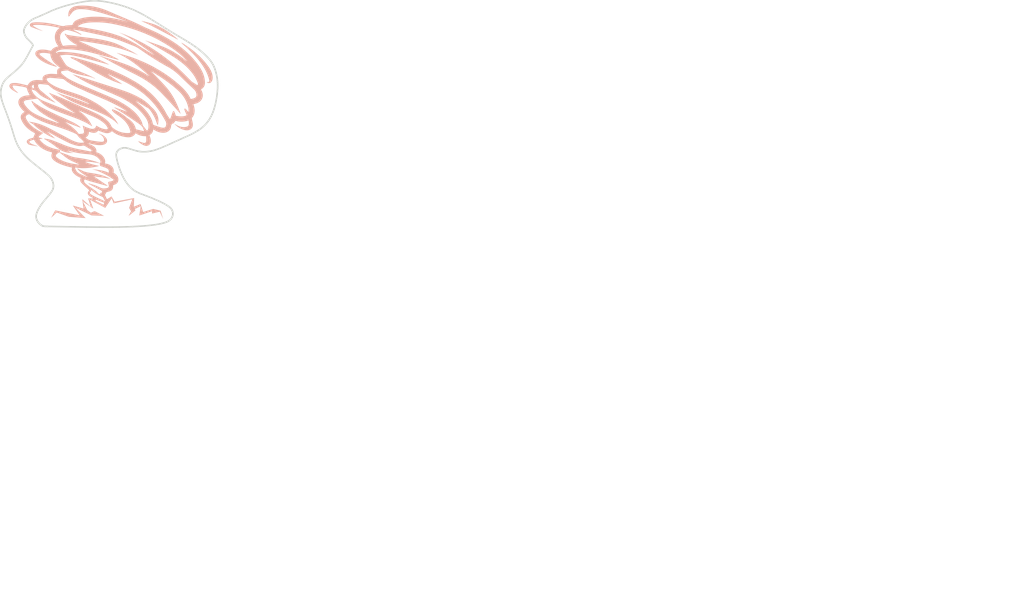
<source format=kicad_pcb>
(kicad_pcb (version 20221018) (generator pcbnew)
  (layers (0 "F.Cu" signal) (31 "B.Cu" signal) (34 "B.Paste" user) (35 "F.Paste" user) (36 "B.SilkS" user "B.Silkscreen") (37 "F.SilkS" user "F.Silkscreen") (38 "B.Mask" user) (39 "F.Mask" user) (44 "Edge.Cuts" user))
  (net 0 "")
  (gr_poly (pts (xy 130.779221 62.729493) (xy 130.787023 62.729919) (xy 130.794779 62.730623) (xy 130.802469 62.731645) (xy 130.810074 62.733023) (xy 130.817573 62.734797) (xy 131.580235 62.928604) (xy 131.960573 63.028732) (xy 132.338928 63.134318) (xy 132.68293 63.24133) (xy 133.01777 63.3605) (xy 133.343959 63.491151) (xy 133.66201 63.632603) (xy 133.972433 63.784178) (xy 134.27574 63.945199) (xy 134.572443 64.114986) (xy 134.863053 64.292862) (xy 135.148082 64.478149) (xy 135.428042 64.670167) (xy 135.703444 64.86824) (xy 135.9748 65.071688) (xy 136.507418 65.491998) (xy 137.029991 65.925671) (xy 136.987655 65.954776) (xy 136.845772 65.872093) (xy 136.774458 65.831992) (xy 136.738383 65.812469) (xy 136.701904 65.79338) (xy 134.495941 64.639796) (xy 132.286007 63.494151) (xy 132.089734 63.395103) (xy 131.892067 63.29807) (xy 131.493911 63.10819) (xy 130.695865 62.732151) (xy 130.710102 62.73183) (xy 130.724928 62.731076) (xy 130.740188 62.730198) (xy 130.755728 62.729505) (xy 130.771391 62.729309)) (fill solid) (layer "B.SilkS"))
  (gr_poly (pts (xy 138.061863 66.748524) (xy 138.352359 66.934553) (xy 138.638344 67.124631) (xy 138.919648 67.318903) (xy 139.196099 67.517511) (xy 139.467527 67.7206) (xy 139.733761 67.928313) (xy 139.994631 68.140793) (xy 140.249967 68.358184) (xy 140.499598 68.580628) (xy 140.743353 68.80827) (xy 140.981062 69.041252) (xy 141.212555 69.279719) (xy 141.43766 69.523813) (xy 141.656208 69.773678) (xy 141.868027 70.029458) (xy 142.072948 70.291295) (xy 142.25473 70.535833) (xy 142.428357 70.784123) (xy 142.510882 70.910072) (xy 142.589892 71.037436) (xy 142.664895 71.166373) (xy 142.735397 71.297043) (xy 142.800908 71.429604) (xy 142.860935 71.564215) (xy 142.914986 71.701036) (xy 142.962568 71.840224) (xy 143.003189 71.98194) (xy 143.036357 72.126341) (xy 143.06158 72.273588) (xy 143.078365 72.423837) (xy 143.082517 72.487175) (xy 143.084922 72.550161) (xy 143.085381 72.61275) (xy 143.083697 72.674902) (xy 143.079672 72.736574) (xy 143.073108 72.797722) (xy 143.063808 72.858304) (xy 143.051575 72.918278) (xy 143.03621 72.9776) (xy 143.017516 73.036229) (xy 142.995294 73.094121) (xy 142.969349 73.151234) (xy 142.939481 73.207526) (xy 142.905493 73.262953) (xy 142.867188 73.317473) (xy 142.824367 73.371044) (xy 142.804609 73.392407) (xy 142.7836 73.412344) (xy 142.761436 73.430855) (xy 142.738217 73.447939) (xy 142.714037 73.463597) (xy 142.688996 73.477829) (xy 142.663191 73.490634) (xy 142.636718 73.502014) (xy 142.609676 73.511966) (xy 142.582161 73.520493) (xy 142.554271 73.527593) (xy 142.526104 73.533267) (xy 142.497757 73.537515) (xy 142.469326 73.540337) (xy 142.440911 73.541732) (xy 142.412607 73.541701) (xy 142.384512 73.540244) (xy 142.356724 73.53736) (xy 142.329341 73.53305) (xy 142.302458 73.527314) (xy 142.276175 73.520152) (xy 142.250587 73.511563) (xy 142.225794 73.501548) (xy 142.201891 73.490107) (xy 142.178976 73.47724) (xy 142.157148 73.462946) (xy 142.136502 73.447226) (xy 142.117137 73.43008) (xy 142.099149 73.411507) (xy 142.082637 73.391509) (xy 142.067697 73.370084) (xy 142.054428 73.347233) (xy 142.119296 73.361212) (xy 142.149786 73.366404) (xy 142.178983 73.370394) (xy 142.206892 73.373178) (xy 142.233515 73.374754) (xy 142.258857 73.375119) (xy 142.28292 73.37427) (xy 142.305708 73.372204) (xy 142.327224 73.368917) (xy 142.347472 73.364409) (xy 142.366455 73.358674) (xy 142.384177 73.351711) (xy 142.40064 73.343516) (xy 142.415848 73.334087) (xy 142.429805 73.32342) (xy 142.442515 73.311514) (xy 142.453979 73.298364) (xy 142.464202 73.283968) (xy 142.473188 73.268323) (xy 142.480939 73.251426) (xy 142.487459 73.233275) (xy 142.492751 73.213866) (xy 142.496819 73.193196) (xy 142.499667 73.171263) (xy 142.501297 73.148063) (xy 142.501712 73.123594) (xy 142.500917 73.097853) (xy 142.498915 73.070837) (xy 142.495709 73.042543) (xy 142.491302 73.012968) (xy 142.485698 72.982109) (xy 142.485668 72.981087) (xy 142.485579 72.980011) (xy 142.485437 72.978888) (xy 142.485243 72.977727) (xy 142.485004 72.976534) (xy 142.484721 72.975318) (xy 142.4844 72.974087) (xy 142.484044 72.972848) (xy 142.483657 72.971609) (xy 142.483243 72.970377) (xy 142.482349 72.967969) (xy 142.481394 72.965685) (xy 142.480902 72.964608) (xy 142.480407 72.963587) (xy 142.438402 72.805019) (xy 142.392784 72.647797) (xy 142.343601 72.4919) (xy 142.290899 72.337309) (xy 142.234724 72.184005) (xy 142.175122 72.031968) (xy 142.112141 71.88118) (xy 142.045827 71.73162) (xy 141.976227 71.583269) (xy 141.903386 71.436108) (xy 141.827352 71.290118) (xy 141.748171 71.145278) (xy 141.665889 71.001571) (xy 141.580553 70.858975) (xy 141.400905 70.577044) (xy 141.2148 70.303813) (xy 141.021822 70.035615) (xy 140.822295 69.772216) (xy 140.61654 69.513379) (xy 140.404877 69.258867) (xy 140.18763 69.008444) (xy 139.96512 68.761873) (xy 139.737668 68.518918) (xy 139.269226 68.042911) (xy 138.784879 67.578531) (xy 138.287198 67.123887) (xy 137.778759 66.677088) (xy 137.769492 66.669024) (xy 137.759695 66.659833) (xy 137.749579 66.649688) (xy 137.739359 66.638764) (xy 137.729248 66.627236) (xy 137.719458 66.615277) (xy 137.710204 66.603063) (xy 137.701697 66.590767) (xy 137.694151 66.578564) (xy 137.68778 66.566629) (xy 137.685102 66.560816) (xy 137.682797 66.555135) (xy 137.680892 66.549609) (xy 137.679414 66.544258) (xy 137.678389 66.539105) (xy 137.677845 66.534171) (xy 137.677807 66.529479) (xy 137.678303 66.52505) (xy 137.679359 66.520905) (xy 137.681001 66.517068) (xy 137.683257 66.513559) (xy 137.686153 66.5104)) (fill solid) (layer "B.SilkS"))
  (gr_poly (pts (xy 115.720449 83.205608) (xy 115.718465 83.206134) (xy 115.716485 83.206714) (xy 115.714513 83.20734) (xy 115.712553 83.208006) (xy 115.708682 83.209421) (xy 115.704904 83.210899) (xy 115.697752 83.213793) (xy 115.69444 83.215084) (xy 115.691345 83.21619) (xy 115.654302 83.18444)) (fill solid) (layer "B.SilkS"))
  (gr_poly (pts (xy 111 84.2) (xy 111.000274 84.200445) (xy 110.994983 84.1978)) (fill solid) (layer "B.SilkS"))
  (gr_poly (pts (xy 120.948941 60.058537) (xy 121.364624 60.087391) (xy 121.816944 60.137809) (xy 122.303317 60.213621) (xy 122.821156 60.318656) (xy 123.367878 60.456743) (xy 123.940896 60.631712) (xy 124.537626 60.847391) (xy 125.155483 61.10761) (xy 125.776216 61.3832) (xy 126.397662 61.650419) (xy 127.639592 62.171896) (xy 128.875073 62.69635) (xy 129.488457 62.967289) (xy 130.097904 63.248089) (xy 130.443887 63.412585) (xy 130.788135 63.579811) (xy 131.476383 63.917485) (xy 131.906254 64.094343) (xy 132.332683 64.277649) (xy 132.755701 64.467405) (xy 133.175339 64.66361) (xy 133.591628 64.866264) (xy 134.0046 65.075368) (xy 134.414286 65.29092) (xy 134.820717 65.512922) (xy 135.201921 65.72935) (xy 135.5774 65.951153) (xy 135.946888 66.178561) (xy 136.310116 66.411802) (xy 136.666817 66.651105) (xy 137.016724 66.896697) (xy 137.359569 67.148809) (xy 137.695086 67.407669) (xy 138.023005 67.673505) (xy 138.343061 67.946545) (xy 138.654986 68.22702) (xy 138.958512 68.515157) (xy 139.253371 68.811184) (xy 139.539297 69.115332) (xy 139.816022 69.427828) (xy 140.083278 69.7489) (xy 140.37861 70.125823) (xy 140.520613 70.316732) (xy 140.658004 70.509536) (xy 140.790155 70.704433) (xy 140.916438 70.90162) (xy 141.036225 71.101296) (xy 141.148889 71.303658) (xy 141.253801 71.508903) (xy 141.350334 71.717229) (xy 141.437859 71.928834) (xy 141.51575 72.143915) (xy 141.583378 72.362671) (xy 141.640115 72.585298) (xy 141.685334 72.811995) (xy 141.718406 73.042959) (xy 141.7308 73.158313) (xy 141.739667 73.272992) (xy 141.744208 73.386694) (xy 141.743626 73.499118) (xy 141.737121 73.60996) (xy 141.723896 73.718918) (xy 141.714514 73.772596) (xy 141.703152 73.825691) (xy 141.689711 73.878163) (xy 141.674091 73.929975) (xy 141.656192 73.981089) (xy 141.635914 74.031469) (xy 141.613157 74.081075) (xy 141.587823 74.12987) (xy 141.55981 74.177816) (xy 141.529019 74.224875) (xy 141.49535 74.271011) (xy 141.458704 74.316184) (xy 141.418981 74.360357) (xy 141.37608 74.403492) (xy 141.329902 74.445552) (xy 141.280348 74.486499) (xy 141.227317 74.526295) (xy 141.17071 74.564901) (xy 141.110427 74.602281) (xy 141.046367 74.638397) (xy 141.100625 74.737712) (xy 141.151023 74.837237) (xy 141.197173 74.936994) (xy 141.238687 75.037008) (xy 141.275179 75.1373) (xy 141.30626 75.237894) (xy 141.331543 75.338814) (xy 141.35064 75.440083) (xy 141.363164 75.541724) (xy 141.368727 75.643761) (xy 141.366941 75.746216) (xy 141.35742 75.849113) (xy 141.339775 75.952475) (xy 141.313618 76.056326) (xy 141.278563 76.160688) (xy 141.234222 76.265585) (xy 141.180693 76.369501) (xy 141.120509 76.466135) (xy 141.053961 76.55577) (xy 140.981339 76.638688) (xy 140.902935 76.715172) (xy 140.819039 76.785506) (xy 140.729942 76.849972) (xy 140.635934 76.908853) (xy 140.537306 76.962432) (xy 140.434349 77.010991) (xy 140.327354 77.054815) (xy 140.216611 77.094185) (xy 140.10241 77.129386) (xy 139.985044 77.160698) (xy 139.864801 77.188406) (xy 139.741973 77.212793) (xy 139.825647 77.510449) (xy 139.845248 77.583158) (xy 139.86364 77.655557) (xy 139.880481 77.727832) (xy 139.895431 77.800169) (xy 139.916523 77.919874) (xy 139.932949 78.038847) (xy 139.944382 78.157037) (xy 139.950498 78.274394) (xy 139.950971 78.390867) (xy 139.945475 78.506406) (xy 139.933685 78.62096) (xy 139.915275 78.73448) (xy 139.88992 78.846914) (xy 139.857294 78.958213) (xy 139.817072 79.068326) (xy 139.768927 79.177202) (xy 139.712536 79.284792) (xy 139.647571 79.391044) (xy 139.573707 79.495909) (xy 139.490619 79.599336) (xy 139.486811 79.603931) (xy 139.483318 79.608776) (xy 139.48013 79.61386) (xy 139.477234 79.61917) (xy 139.474622 79.624692) (xy 139.472282 79.630416) (xy 139.468376 79.642414) (xy 139.465432 79.655063) (xy 139.463364 79.668262) (xy 139.462086 79.681911) (xy 139.461513 79.695909) (xy 139.461561 79.710155) (xy 139.462143 79.724548) (xy 139.463175 79.738988) (xy 139.464572 79.753373) (xy 139.468116 79.781578) (xy 139.472095 79.808357) (xy 139.495654 79.93238) (xy 139.523151 80.056403) (xy 139.580905 80.30445) (xy 139.606635 80.428474) (xy 139.617723 80.490485) (xy 139.627249 80.552497) (xy 139.634929 80.614509) (xy 139.640483 80.676521) (xy 139.643625 80.738533) (xy 139.644073 80.800545) (xy 139.641303 80.86772) (xy 139.635029 80.932794) (xy 139.625327 80.995728) (xy 139.612276 81.056482) (xy 139.595951 81.115018) (xy 139.576431 81.171295) (xy 139.553791 81.225275) (xy 139.52811 81.276918) (xy 139.499464 81.326186) (xy 139.46793 81.373038) (xy 139.433584 81.417436) (xy 139.396506 81.459341) (xy 139.35677 81.498713) (xy 139.314454 81.535513) (xy 139.269636 81.569701) (xy 139.222392 81.601239) (xy 139.1728 81.630088) (xy 139.120935 81.656207) (xy 139.066876 81.679558) (xy 139.0107 81.700101) (xy 138.952483 81.717798) (xy 138.892302 81.732609) (xy 138.830235 81.744495) (xy 138.766358 81.753416) (xy 138.700749 81.759333) (xy 138.633485 81.762208) (xy 138.564642 81.762) (xy 138.494298 81.758671) (xy 138.422529 81.752181) (xy 138.349413 81.742492) (xy 138.275027 81.729563) (xy 138.199447 81.713356) (xy 138.062248 81.677891) (xy 137.929339 81.637128) (xy 137.800547 81.591288) (xy 137.675696 81.540591) (xy 137.554613 81.485259) (xy 137.437122 81.425513) (xy 137.32305 81.361573) (xy 137.212221 81.293661) (xy 137.104463 81.221997) (xy 136.999599 81.146802) (xy 136.897456 81.068297) (xy 136.797859 80.986703) (xy 136.700635 80.902241) (xy 136.605607 80.815132) (xy 136.512603 80.725596) (xy 136.421447 80.633856) (xy 136.431952 80.638204) (xy 136.442603 80.642351) (xy 136.464193 80.650226) (xy 136.507435 80.665605) (xy 136.518033 80.669643) (xy 136.528468 80.673852) (xy 136.538701 80.678278) (xy 136.548694 80.682968) (xy 136.558407 80.687967) (xy 136.567803 80.693323) (xy 136.576843 80.699083) (xy 136.585487 80.705292) (xy 136.668177 80.763898) (xy 136.752526 80.81869) (xy 136.838518 80.8697) (xy 136.926138 80.916958) (xy 137.01537 80.960495) (xy 137.1062 81.000343) (xy 137.19861 81.036532) (xy 137.292586 81.069093) (xy 137.388113 81.098058) (xy 137.485174 81.123457) (xy 137.583755 81.145321) (xy 137.683839 81.163682) (xy 137.785412 81.17857) (xy 137.888457 81.190016) (xy 137.992959 81.198051) (xy 138.098903 81.202707) (xy 138.123241 81.203364) (xy 138.147629 81.203374) (xy 138.172056 81.202771) (xy 138.19651 81.201591) (xy 138.245453 81.197637) (xy 138.294366 81.191793) (xy 138.343153 81.184336) (xy 138.391724 81.175546) (xy 138.439985 81.165702) (xy 138.487842 81.155083) (xy 138.543764 81.140894) (xy 138.595515 81.125043) (xy 138.643205 81.107417) (xy 138.66556 81.097904) (xy 138.686941 81.087904) (xy 138.707361 81.077404) (xy 138.726833 81.06639) (xy 138.745371 81.054849) (xy 138.762988 81.042765) (xy 138.779698 81.030124) (xy 138.795516 81.016914) (xy 138.810453 81.003119) (xy 138.824524 80.988726) (xy 138.837743 80.973721) (xy 138.850122 80.958089) (xy 138.861676 80.941817) (xy 138.872417 80.92489) (xy 138.882361 80.907295) (xy 138.89152 80.889017) (xy 138.899907 80.870043) (xy 138.907537 80.850357) (xy 138.914422 80.829947) (xy 138.920577 80.808798) (xy 138.926015 80.786897) (xy 138.930749 80.764228) (xy 138.938162 80.716534) (xy 138.942924 80.665603) (xy 138.945529 80.625797) (xy 138.947389 80.585774) (xy 138.948506 80.545565) (xy 138.948878 80.5052) (xy 138.948506 80.464712) (xy 138.947389 80.42413) (xy 138.945529 80.383486) (xy 138.942924 80.342811) (xy 138.938365 80.305078) (xy 138.932753 80.267158) (xy 138.926272 80.228866) (xy 138.91911 80.190016) (xy 138.887359 80.025312) (xy 138.747834 80.077423) (xy 138.608065 80.122713) (xy 138.468055 80.161305) (xy 138.327809 80.193324) (xy 138.18733 80.218893) (xy 138.046623 80.238138) (xy 137.905691 80.251181) (xy 137.764537 80.258147) (xy 137.623167 80.25916) (xy 137.481584 80.254344) (xy 137.339791 80.243822) (xy 137.197793 80.22772) (xy 137.055593 80.20616) (xy 136.913195 80.179268) (xy 136.770604 80.147166) (xy 136.627823 80.109979) (xy 136.448897 80.332229) (xy 136.267986 80.554479) (xy 136.236111 80.562329) (xy 136.205937 80.570986) (xy 136.177411 80.580434) (xy 136.150484 80.590658) (xy 136.125103 80.601645) (xy 136.101217 80.613377) (xy 136.078774 80.625842) (xy 136.057725 80.639023) (xy 136.038016 80.652905) (xy 136.019596 80.667474) (xy 136.002415 80.682714) (xy 135.986421 80.698611) (xy 135.971563 80.715149) (xy 135.957789 80.732313) (xy 135.945047 80.750089) (xy 135.933288 80.768462) (xy 135.922458 80.787415) (xy 135.912507 80.806935) (xy 135.895037 80.847614) (xy 135.880466 80.890378) (xy 135.868382 80.935107) (xy 135.858377 80.981681) (xy 135.850037 81.02998) (xy 135.842954 81.079883) (xy 135.836715 81.131271) (xy 135.828117 81.194073) (xy 135.816267 81.255447) (xy 135.801247 81.315344) (xy 135.783138 81.373717) (xy 135.762021 81.430515) (xy 135.737978 81.485692) (xy 135.71109 81.539198) (xy 135.681439 81.590985) (xy 135.649105 81.641005) (xy 135.614171 81.689209) (xy 135.576718 81.735549) (xy 135.536827 81.779976) (xy 135.49458 81.822442) (xy 135.450057 81.862899) (xy 135.403341 81.901297) (xy 135.354512 81.937589) (xy 135.303653 81.971727) (xy 135.250844 82.00366) (xy 135.196167 82.033342) (xy 135.139703 82.060724) (xy 135.081534 82.085757) (xy 135.021741 82.108393) (xy 134.897609 82.14628) (xy 134.767958 82.173996) (xy 134.633439 82.191156) (xy 134.564557 82.195655) (xy 134.494703 82.19737) (xy 134.423957 82.196251) (xy 134.352401 82.192251) (xy 134.252841 82.182829) (xy 134.154579 82.170454) (xy 134.057612 82.155148) (xy 133.961935 82.136936) (xy 133.867545 82.115841) (xy 133.774438 82.091885) (xy 133.682609 82.065092) (xy 133.592056 82.035485) (xy 133.502775 82.003088) (xy 133.41476 81.967923) (xy 133.328009 81.930015) (xy 133.242518 81.889385) (xy 133.158282 81.846059) (xy 133.075298 81.800058) (xy 132.993562 81.751406) (xy 132.91307 81.700126) (xy 132.894192 81.687559) (xy 132.875159 81.675487) (xy 132.855817 81.663664) (xy 132.83601 81.65184) (xy 132.794381 81.627201) (xy 132.772249 81.613889) (xy 132.749031 81.599584) (xy 132.739854 81.682995) (xy 132.726225 81.763585) (xy 132.708154 81.841384) (xy 132.685653 81.916423) (xy 132.658734 81.988734) (xy 132.643622 82.023876) (xy 132.627409 82.058348) (xy 132.610097 82.092152) (xy 132.591688 82.125294) (xy 132.551584 82.189606) (xy 132.507108 82.251313) (xy 132.458272 82.310446) (xy 132.405087 82.367037) (xy 132.347565 82.421116) (xy 132.285718 82.472715) (xy 132.219557 82.521865) (xy 132.149094 82.568596) (xy 132.07434 82.61294) (xy 132.133701 82.767188) (xy 132.189063 82.920724) (xy 132.214458 82.997389) (xy 132.237912 83.074074) (xy 132.259111 83.150843) (xy 132.27774 83.227764) (xy 132.293485 83.304902) (xy 132.306032 83.382323) (xy 132.315069 83.460093) (xy 132.320279 83.538278) (xy 132.32135 83.616943) (xy 132.317968 83.696154) (xy 132.309819 83.775978) (xy 132.296589 83.856479) (xy 132.287058 83.899322) (xy 132.275379 83.941004) (xy 132.261621 83.981479) (xy 132.245853 84.020703) (xy 132.228142 84.05863) (xy 132.208559 84.095216) (xy 132.187172 84.130415) (xy 132.164049 84.164183) (xy 132.13926 84.196474) (xy 132.112873 84.227243) (xy 132.084957 84.256445) (xy 132.05558 84.284036) (xy 132.024813 84.30997) (xy 131.992723 84.334202) (xy 131.959379 84.356687) (xy 131.92485 84.377379) (xy 131.889204 84.396235) (xy 131.852512 84.413209) (xy 131.81484 84.428255) (xy 131.776259 84.441329) (xy 131.736837 84.452386) (xy 131.696643 84.46138) (xy 131.655745 84.468267) (xy 131.614213 84.473002) (xy 131.572114 84.475538) (xy 131.529519 84.475833) (xy 131.486495 84.473839) (xy 131.443112 84.469513) (xy 131.399438 84.462809) (xy 131.355542 84.453682) (xy 131.311493 84.442088) (xy 131.26736 84.42798) (xy 131.179666 84.395407) (xy 131.094146 84.360248) (xy 131.010741 84.322586) (xy 130.929395 84.282501) (xy 130.850049 84.240075) (xy 130.772645 84.19539) (xy 130.697125 84.148527) (xy 130.623429 84.099567) (xy 130.551502 84.048591) (xy 130.481283 83.995681) (xy 130.412716 83.940919) (xy 130.345741 83.884386) (xy 130.280301 83.826163) (xy 130.216338 83.766331) (xy 130.153793 83.704972) (xy 130.092609 83.642168) (xy 130.092166 83.641882) (xy 130.091825 83.641526) (xy 130.091579 83.641108) (xy 130.091421 83.640633) (xy 130.091344 83.64011) (xy 130.091342 83.639546) (xy 130.091408 83.638948) (xy 130.091535 83.638323) (xy 130.091716 83.637679) (xy 130.091944 83.637023) (xy 130.092213 83.636362) (xy 130.092516 83.635703) (xy 130.093197 83.634423) (xy 130.093932 83.633239) (xy 130.094667 83.63221) (xy 130.095348 83.631394) (xy 130.09592 83.630849) (xy 130.096148 83.630697) (xy 130.096329 83.630634) (xy 130.096456 83.630669) (xy 130.096521 83.630807) (xy 130.096519 83.631057) (xy 130.096442 83.631425) (xy 130.096284 83.63192) (xy 130.096037 83.632547) (xy 130.095253 83.634231) (xy 130.549676 83.792981) (xy 130.663437 83.831584) (xy 130.777632 83.868636) (xy 130.892447 83.903579) (xy 131.008068 83.935856) (xy 131.034824 83.942538) (xy 131.061008 83.9482) (xy 131.086608 83.952844) (xy 131.111611 83.956474) (xy 131.136004 83.959092) (xy 131.159773 83.960702) (xy 131.182905 83.961306) (xy 131.205388 83.960907) (xy 131.227208 83.959509) (xy 131.248352 83.957113) (xy 131.268807 83.953723) (xy 131.288561 83.949342) (xy 131.307599 83.943973) (xy 131.325909 83.937618) (xy 131.343478 83.930281) (xy 131.360292 83.921964) (xy 131.376339 83.91267) (xy 131.391606 83.902403) (xy 131.406079 83.891165) (xy 131.419746 83.878959) (xy 131.432592 83.865788) (xy 131.444606 83.851654) (xy 131.455775 83.836562) (xy 131.466084 83.820513) (xy 131.475521 83.803511) (xy 131.484073 83.785558) (xy 131.491727 83.766657) (xy 131.49847 83.746812) (xy 131.504289 83.726025) (xy 131.50917 83.704299) (xy 131.5131 83.681638) (xy 131.516067 83.658043) (xy 131.521237 83.604402) (xy 131.524939 83.550638) (xy 131.527315 83.49675) (xy 131.528509 83.442737) (xy 131.527924 83.334341) (xy 131.524332 83.225448) (xy 131.512715 83.006175) (xy 131.506984 82.895795) (xy 131.502834 82.784918) (xy 131.368383 82.786651) (xy 131.236846 82.783905) (xy 131.108161 82.776662) (xy 130.982267 82.764908) (xy 130.859102 82.748628) (xy 130.738603 82.727805) (xy 130.620708 82.702424) (xy 130.505356 82.672469) (xy 130.392485 82.637926) (xy 130.282032 82.598779) (xy 130.173935 82.555012) (xy 130.068132 82.506609) (xy 129.964562 82.453555) (xy 129.863162 82.395835) (xy 129.763871 82.333434) (xy 129.666626 82.266334) (xy 129.633009 82.32745) (xy 129.597682 82.385331) (xy 129.560701 82.440043) (xy 129.522123 82.491654) (xy 129.482004 82.54023) (xy 129.440401 82.585838) (xy 129.397371 82.628545) (xy 129.35297 82.668418) (xy 129.307255 82.705524) (xy 129.260284 82.739929) (xy 129.212111 82.771701) (xy 129.162795 82.800906) (xy 129.112392 82.827611) (xy 129.060958 82.851883) (xy 128.955227 82.893396) (xy 128.846053 82.92598) (xy 128.733891 82.950168) (xy 128.619195 82.966497) (xy 128.502417 82.9755) (xy 128.384012 82.977713) (xy 128.264432 82.973671) (xy 128.144131 82.963908) (xy 128.023563 82.948959) (xy 127.849569 82.92141) (xy 127.677874 82.889294) (xy 127.508542 82.852512) (xy 127.341641 82.810963) (xy 127.177235 82.764546) (xy 127.015392 82.713161) (xy 126.856176 82.656705) (xy 126.699654 82.59508) (xy 126.545892 82.528183) (xy 126.394955 82.455915) (xy 126.246909 82.378174) (xy 126.10182 82.29486) (xy 125.959755 82.205872) (xy 125.820779 82.111109) (xy 125.684957 82.010471) (xy 125.552356 81.903856) (xy 125.494341 81.964773) (xy 125.433516 82.019616) (xy 125.370048 82.068514) (xy 125.304103 82.111594) (xy 125.235848 82.148985) (xy 125.16545 82.180814) (xy 125.093075 82.20721) (xy 125.01889 82.2283) (xy 124.943062 82.244211) (xy 124.865757 82.255073) (xy 124.787142 82.261013) (xy 124.707384 82.262158) (xy 124.62665 82.258637) (xy 124.545105 82.250578) (xy 124.462917 82.238108) (xy 124.380252 82.221355) (xy 124.302138 82.202593) (xy 124.22452 82.182133) (xy 124.070525 82.136771) (xy 123.917769 82.086572) (xy 123.765758 82.032839) (xy 123.461983 81.919978) (xy 123.309227 81.863455) (xy 123.155231 81.808605) (xy 123.107236 81.870462) (xy 123.057396 81.927047) (xy 123.005541 81.978362) (xy 122.9515 82.024406) (xy 122.895102 82.065179) (xy 122.836178 82.10068) (xy 122.774556 82.130911) (xy 122.710066 82.155871) (xy 122.642538 82.17556) (xy 122.571801 82.189978) (xy 122.497684 82.199124) (xy 122.420017 82.203) (xy 122.33863 82.201605) (xy 122.253351 82.194938) (xy 122.164011 82.183001) (xy 122.070438 82.165792) (xy 122.005186 82.15062) (xy 121.940337 82.133216) (xy 121.875798 82.114075) (xy 121.811476 82.093694) (xy 121.683112 82.051195) (xy 121.618884 82.03007) (xy 121.5545 82.009689) (xy 121.55049 82.003737) (xy 121.548407 82.000761) (xy 121.546231 81.997784) (xy 121.543932 81.994808) (xy 121.542726 81.99332) (xy 121.541477 81.991831) (xy 121.540182 81.990343) (xy 121.538837 81.988855) (xy 121.537437 81.987366) (xy 121.53598 81.985878) (xy 121.536021 81.995801) (xy 121.536119 82.000762) (xy 121.53631 82.005723) (xy 121.536625 82.010683) (xy 121.537095 82.015644) (xy 121.537751 82.020605) (xy 121.538158 82.023085) (xy 121.538623 82.025566) (xy 121.538482 82.099873) (xy 121.534883 82.172921) (xy 121.527533 82.244628) (xy 121.516136 82.314913) (xy 121.500398 82.383693) (xy 121.49081 82.417494) (xy 121.480025 82.450889) (xy 121.468008 82.483867) (xy 121.454722 82.516418) (xy 121.440129 82.548532) (xy 121.424194 82.580199) (xy 121.406879 82.611409) (xy 121.388147 82.642151) (xy 121.367962 82.672415) (xy 121.346286 82.702192) (xy 121.323084 82.73147) (xy 121.298318 82.76024) (xy 121.271951 82.788492) (xy 121.243946 82.816216) (xy 121.214268 82.8434) (xy 121.182878 82.870036) (xy 121.14974 82.896113) (xy 121.114817 82.92162) (xy 121.078073 82.946548) (xy 121.03947 82.970886) (xy 120.998972 82.994625) (xy 120.956543 83.017753) (xy 120.993679 83.045141) (xy 121.029772 83.072644) (xy 121.099375 83.127473) (xy 121.166435 83.181185) (xy 121.232038 83.232727) (xy 121.264632 83.257355) (xy 121.297269 83.281045) (xy 121.330085 83.303665) (xy 121.363214 83.325084) (xy 121.396793 83.345169) (xy 121.430957 83.36379) (xy 121.465841 83.380813) (xy 121.501583 83.396108) (xy 121.550532 83.414411) (xy 121.600109 83.431656) (xy 121.70093 83.463204) (xy 121.803611 83.491218) (xy 121.907718 83.516162) (xy 122.012818 83.538502) (xy 122.118475 83.558702) (xy 122.224256 83.577228) (xy 122.329727 83.594545) (xy 122.670006 83.647834) (xy 123.01202 83.697402) (xy 123.183601 83.719318) (xy 123.355523 83.738537) (xy 123.527756 83.754469) (xy 123.700267 83.766525) (xy 123.773022 83.768473) (xy 123.807055 83.767926) (xy 123.83954 83.76636) (xy 123.870489 83.76377) (xy 123.899912 83.760154) (xy 123.92782 83.755506) (xy 123.954226 83.749824) (xy 123.979139 83.743102) (xy 124.002571 83.735339) (xy 124.024533 83.726529) (xy 124.045036 83.716668) (xy 124.064092 83.705753) (xy 124.081712 83.69378) (xy 124.097906 83.680746) (xy 124.112686 83.666645) (xy 124.126063 83.651475) (xy 124.138048 83.635231) (xy 124.148652 83.61791) (xy 124.157887 83.599507) (xy 124.165763 83.580019) (xy 124.172292 83.559442) (xy 124.177485 83.537772) (xy 124.181353 83.515005) (xy 124.183907 83.491138) (xy 124.185158 83.466166) (xy 124.185117 83.440086) (xy 124.183797 83.412893) (xy 124.181206 83.384584) (xy 124.177358 83.355155) (xy 124.172263 83.324602) (xy 124.165931 83.292921) (xy 124.144491 83.210314) (xy 124.117931 83.131138) (xy 124.08634 83.055349) (xy 124.049807 82.982904) (xy 124.008422 82.913762) (xy 123.962273 82.847879) (xy 123.91145 82.785213) (xy 123.856042 82.725721) (xy 123.796139 82.669361) (xy 123.731828 82.61609) (xy 123.6632 82.565865) (xy 123.590343 82.518643) (xy 123.513347 82.474383) (xy 123.432301 82.433041) (xy 123.347294 82.394575) (xy 123.258415 82.358942) (xy 123.310713 82.358487) (xy 123.337063 82.358523) (xy 123.363258 82.359273) (xy 123.376229 82.360041) (xy 123.38908 82.361138) (xy 123.401784 82.362616) (xy 123.414314 82.364523) (xy 123.426642 82.366911) (xy 123.438742 82.36983) (xy 123.450585 82.37333) (xy 123.462146 82.377462) (xy 123.539491 82.407923) (xy 123.615693 82.439826) (xy 123.690662 82.473248) (xy 123.76431 82.508267) (xy 123.836546 82.54496) (xy 123.907283 82.583405) (xy 123.97643 82.623679) (xy 124.0439 82.66586) (xy 124.109602 82.710025) (xy 124.173447 82.756252) (xy 124.235347 82.804618) (xy 124.295212 82.855202) (xy 124.352953 82.90808) (xy 124.408482 82.963329) (xy 124.461708 83.021029) (xy 124.512542 83.081255) (xy 124.547678 83.127428) (xy 124.579188 83.174103) (xy 124.607106 83.221175) (xy 124.631465 83.268541) (xy 124.6523 83.316096) (xy 124.669643 83.363738) (xy 124.683528 83.411362) (xy 124.693989 83.458865) (xy 124.701058 83.506143) (xy 124.704769 83.553093) (xy 124.705156 83.599611) (xy 124.702252 83.645593) (xy 124.69609 83.690935) (xy 124.686704 83.735535) (xy 124.674127 83.779287) (xy 124.658393 83.822089) (xy 124.639536 83.863836) (xy 124.617588 83.904426) (xy 124.592583 83.943754) (xy 124.564554 83.981717) (xy 124.533535 84.018212) (xy 124.49956 84.053133) (xy 124.462661 84.086378) (xy 124.422873 84.117844) (xy 124.380228 84.147425) (xy 124.33476 84.17502) (xy 124.286503 84.200523) (xy 124.235489 84.223832) (xy 124.181753 84.244842) (xy 124.125328 84.263451) (xy 124.066247 84.279553) (xy 124.004543 84.293047) (xy 123.939663 84.305115) (xy 123.87407 84.315552) (xy 123.807857 84.3244) (xy 123.741116 84.331701) (xy 123.673942 84.337499) (xy 123.606427 84.341835) (xy 123.470745 84.346295) (xy 123.334815 84.345422) (xy 123.199382 84.339557) (xy 123.065188 84.32904) (xy 122.932979 84.314215) (xy 122.754932 84.288469) (xy 122.577691 84.257577) (xy 122.400823 84.222592) (xy 122.223893 84.184568) (xy 121.506874 84.023172) (xy 121.499511 84.032338) (xy 121.493272 84.040998) (xy 121.488119 84.049172) (xy 121.484012 84.056882) (xy 121.480912 84.064147) (xy 121.478782 84.07099) (xy 121.477582 84.077431) (xy 121.477273 84.08349) (xy 121.477817 84.089189) (xy 121.479174 84.094549) (xy 121.481307 84.099589) (xy 121.484177 84.104332) (xy 121.487743 84.108797) (xy 121.491969 84.113007) (xy 121.496815 84.11698) (xy 121.502242 84.12074) (xy 121.514686 84.127697) (xy 121.528989 84.134046) (xy 121.544844 84.139954) (xy 121.561938 84.145586) (xy 121.598607 84.156691) (xy 121.636516 84.168695) (xy 121.803626 84.229675) (xy 121.882648 84.26195) (xy 121.958637 84.295375) (xy 122.031582 84.32992) (xy 122.101477 84.365555) (xy 122.168312 84.40225) (xy 122.232078 84.439976) (xy 122.292767 84.478701) (xy 122.350369 84.518396) (xy 122.404877 84.559031) (xy 122.456282 84.600576) (xy 122.504574 84.643) (xy 122.549745 84.686274) (xy 122.591787 84.730368) (xy 122.63069 84.775252) (xy 122.666446 84.820896) (xy 122.699047 84.867268) (xy 122.728482 84.914341) (xy 122.754745 84.962083) (xy 122.777826 85.010465) (xy 122.797715 85.059456) (xy 122.814406 85.109026) (xy 122.827888 85.159146) (xy 122.838153 85.209785) (xy 122.845193 85.260914) (xy 122.848999 85.312502) (xy 122.849561 85.364519) (xy 122.846872 85.416935) (xy 122.840922 85.46972) (xy 122.831703 85.522845) (xy 122.819206 85.576278) (xy 122.911353 85.601923) (xy 123.001257 85.630249) (xy 123.088905 85.661273) (xy 123.174285 85.69501) (xy 123.257387 85.731476) (xy 123.338197 85.770685) (xy 123.416706 85.812654) (xy 123.492901 85.857398) (xy 123.56677 85.904933) (xy 123.638303 85.955273) (xy 123.707486 86.008435) (xy 123.77431 86.064435) (xy 123.838761 86.123286) (xy 123.900829 86.185006) (xy 123.960502 86.249609) (xy 124.017768 86.317112) (xy 124.071885 86.386475) (xy 124.12204 86.456664) (xy 124.168119 86.527698) (xy 124.210003 86.599596) (xy 124.247578 86.672378) (xy 124.280727 86.746063) (xy 124.309334 86.82067) (xy 124.333282 86.89622) (xy 124.352455 86.97273) (xy 124.366737 87.050221) (xy 124.376012 87.128711) (xy 124.380163 87.208222) (xy 124.379074 87.28877) (xy 124.372629 87.370377) (xy 124.360711 87.453061) (xy 124.343204 87.536842) (xy 124.458133 87.552135) (xy 124.568289 87.57113) (xy 124.673708 87.593684) (xy 124.774422 87.619654) (xy 124.870467 87.648896) (xy 124.961875 87.681269) (xy 125.04868 87.716629) (xy 125.130917 87.754834) (xy 125.20862 87.79574) (xy 125.281821 87.839204) (xy 125.350556 87.885084) (xy 125.414858 87.933236) (xy 125.474762 87.983518) (xy 125.5303 88.035787) (xy 125.581507 88.0899) (xy 125.628417 88.145714) (xy 125.671063 88.203085) (xy 125.70948 88.261872) (xy 125.743702 88.321932) (xy 125.773762 88.38312) (xy 125.799694 88.445295) (xy 125.821533 88.508313) (xy 125.839312 88.572032) (xy 125.853065 88.636309) (xy 125.862825 88.701) (xy 125.868628 88.765963) (xy 125.870507 88.831055) (xy 125.868495 88.896133) (xy 125.862627 88.961054) (xy 125.852936 89.025675) (xy 125.839457 89.089853) (xy 125.822223 89.153446) (xy 125.923993 89.20712) (xy 126.019864 89.263972) (xy 126.109705 89.324017) (xy 126.193383 89.387272) (xy 126.270767 89.453751) (xy 126.341725 89.52347) (xy 126.406125 89.596445) (xy 126.463836 89.672691) (xy 126.514725 89.752224) (xy 126.558662 89.835058) (xy 126.577981 89.877719) (xy 126.595513 89.921211) (xy 126.611241 89.965536) (xy 126.625148 90.010696) (xy 126.637219 90.056694) (xy 126.647435 90.10353) (xy 126.655782 90.151208) (xy 126.662242 90.199728) (xy 126.666799 90.249094) (xy 126.669437 90.299306) (xy 126.670138 90.350367) (xy 126.668888 90.402279) (xy 126.665977 90.447346) (xy 126.66123 90.491272) (xy 126.654668 90.534059) (xy 126.646316 90.575714) (xy 126.636197 90.616242) (xy 126.624333 90.655646) (xy 126.610749 90.693932) (xy 126.595467 90.731105) (xy 126.578511 90.767169) (xy 126.559903 90.80213) (xy 126.539668 90.835992) (xy 126.517829 90.86876) (xy 126.494407 90.900439) (xy 126.469428 90.931033) (xy 126.442914 90.960549) (xy 126.414889 90.98899) (xy 126.385375 91.016361) (xy 126.354396 91.042667) (xy 126.288137 91.092105) (xy 126.216296 91.137341) (xy 126.13906 91.178415) (xy 126.056616 91.215365) (xy 125.969148 91.24823) (xy 125.876843 91.277049) (xy 125.779888 91.301861) (xy 125.778867 91.305273) (xy 125.7778 91.308564) (xy 125.776702 91.31174) (xy 125.775589 91.314802) (xy 125.771289 91.326007) (xy 125.769449 91.331035) (xy 125.768661 91.333419) (xy 125.767981 91.335722) (xy 125.767426 91.337947) (xy 125.76701 91.340099) (xy 125.766749 91.34218) (xy 125.766658 91.344196) (xy 125.76198 91.483016) (xy 125.752418 91.609286) (xy 125.737243 91.72379) (xy 125.727324 91.776874) (xy 125.715728 91.827309) (xy 125.702366 91.875195) (xy 125.687144 91.920628) (xy 125.669973 91.963707) (xy 125.650762 92.004529) (xy 125.629419 92.043192) (xy 125.605853 92.079794) (xy 125.579973 92.114434) (xy 125.551688 92.147208) (xy 125.520908 92.178214) (xy 125.48754 92.207551) (xy 125.451494 92.235317) (xy 125.412679 92.261609) (xy 125.371004 92.286525) (xy 125.326377 92.310163) (xy 125.278708 92.33262) (xy 125.227905 92.353996) (xy 125.116535 92.393891) (xy 124.991537 92.430632) (xy 124.852184 92.465) (xy 124.697746 92.49778) (xy 124.693266 92.498616) (xy 124.688762 92.499632) (xy 124.684241 92.500821) (xy 124.679709 92.502178) (xy 124.670641 92.505367) (xy 124.661611 92.509149) (xy 124.652675 92.513474) (xy 124.643886 92.518291) (xy 124.635298 92.52355) (xy 124.626967 92.5292) (xy 124.618945 92.535191) (xy 124.611288 92.541473) (xy 124.604049 92.547995) (xy 124.597284 92.554707) (xy 124.591045 92.561559) (xy 124.585388 92.5685) (xy 124.580366 92.575479) (xy 124.576034 92.582447) (xy 124.54475 92.636263) (xy 124.514272 92.690513) (xy 124.454989 92.800067) (xy 124.337909 93.021656) (xy 124.684513 93.762489) (xy 125.488845 93.270367) (xy 126.007431 94.196407) (xy 129.420555 93.550823) (xy 129.359703 95.061596) (xy 130.539745 94.595932) (xy 130.981598 95.984993) (xy 132.746368 95.445244) (xy 134.029598 95.75745) (xy 134.476745 97.220596) (xy 133.873497 95.929428) (xy 132.555873 96.249576) (xy 132.537349 95.842121) (xy 130.317497 96.590893) (xy 130.571499 94.958412) (xy 129.534332 95.466411) (xy 129.57898 95.564637) (xy 129.645454 95.712471) (xy 128.446895 96.675556) (xy 128.883453 95.855346) (xy 128.544788 95.260032) (xy 129.105705 93.767784) (xy 125.853977 94.47422) (xy 125.512664 93.593159) (xy 124.388187 95.267971) (xy 121.747646 93.844509) (xy 122.308563 95.400261) (xy 120.490875 94.14349) (xy 121.25552 95.643677) (xy 121.874645 96.111992) (xy 122.536102 95.820949) (xy 124.197685 96.657032) (xy 121.991062 96.577656) (xy 119.218231 95.246803) (xy 120.980354 97.048614) (xy 118.035545 96.818428) (xy 115.940044 96.0723) (xy 115.44858 96.536313) (xy 115.109582 96.863694) (xy 114.997072 96.977541) (xy 114.965103 97.012794) (xy 114.953148 97.03009) (xy 115.678106 95.696594) (xy 119.945835 96.561783) (xy 118.747272 94.857864) (xy 120.607292 95.387031) (xy 120.400917 93.741321) (xy 121.879936 95.072178) (xy 121.471665 93.818043) (xy 122.71603 93.818043) (xy 122.71603 94.045585) (xy 124.0998 94.72821) (xy 124.205635 94.371021) (xy 122.71603 93.818043) (xy 121.471665 93.818043) (xy 121.401039 93.601093) (xy 122.329727 93.632843) (xy 122.273474 93.59371) (xy 122.216055 93.555547) (xy 122.099004 93.481289) (xy 121.981146 93.408395) (xy 121.865056 93.33519) (xy 121.808477 93.297948) (xy 121.753305 93.260001) (xy 121.699862 93.221139) (xy 121.648469 93.181153) (xy 121.599448 93.139834) (xy 121.553121 93.096972) (xy 121.509808 93.052358) (xy 121.469833 93.005783) (xy 121.442925 92.969865) (xy 121.420106 92.934083) (xy 121.401172 92.898498) (xy 121.385917 92.863167) (xy 121.374136 92.82815) (xy 121.365626 92.793506) (xy 121.36018 92.759294) (xy 121.357594 92.725573) (xy 121.357662 92.692403) (xy 121.359563 92.667829) (xy 121.704079 92.667829) (xy 121.704735 92.686966) (xy 121.707714 92.705974) (xy 121.713191 92.724786) (xy 121.721337 92.743337) (xy 121.732328 92.76156) (xy 121.746336 92.779389) (xy 121.763534 92.796757) (xy 121.873806 92.887426) (xy 122.003391 92.978642) (xy 122.149587 93.070082) (xy 122.309693 93.161426) (xy 122.481007 93.252351) (xy 122.660829 93.342536) (xy 123.035188 93.519398) (xy 123.767133 93.850085) (xy 124.081495 93.998763) (xy 124.21632 94.06781) (xy 124.332637 94.1329) (xy 124.335117 94.131878) (xy 124.337597 94.130797) (xy 124.342557 94.128477) (xy 124.347518 94.125971) (xy 124.352479 94.123309) (xy 124.35744 94.120524) (xy 124.362401 94.117646) (xy 124.372326 94.111736) (xy 124.183477 93.751239) (xy 124.087688 93.572231) (xy 124.038693 93.483254) (xy 123.988674 93.39471) (xy 123.840012 93.327241) (xy 123.480014 93.156585) (xy 123.261072 93.047445) (xy 123.037665 92.930367) (xy 122.825916 92.811305) (xy 122.729452 92.752891) (xy 122.641948 92.696213) (xy 122.585605 92.65518) (xy 122.49531 92.585747) (xy 122.256648 92.397892) (xy 122.013521 92.205077) (xy 121.853489 92.079731) (xy 121.849098 92.085612) (xy 121.845806 92.09183) (xy 121.843546 92.098367) (xy 121.842255 92.105204) (xy 121.841866 92.112322) (xy 121.842316 92.119701) (xy 121.843538 92.127325) (xy 121.845469 92.135172) (xy 121.848044 92.143225) (xy 121.851196 92.151464) (xy 121.858977 92.168426) (xy 121.868293 92.185907) (xy 121.878624 92.203757) (xy 121.900255 92.239956) (xy 121.910517 92.258003) (xy 121.919716 92.275814) (xy 121.927334 92.293238) (xy 121.930388 92.301757) (xy 121.932852 92.310122) (xy 121.934661 92.318315) (xy 121.93575 92.326317) (xy 121.936054 92.334108) (xy 121.935508 92.341671) (xy 121.919871 92.353737) (xy 121.88036 92.387105) (xy 121.85512 92.410449) (xy 121.828074 92.437526) (xy 121.80061 92.467804) (xy 121.774115 92.500752) (xy 121.749976 92.53584) (xy 121.739224 92.55402) (xy 121.729581 92.572536) (xy 121.721221 92.591322) (xy 121.714317 92.61031) (xy 121.709043 92.629435) (xy 121.705573 92.64863) (xy 121.704079 92.667829) (xy 121.359563 92.667829) (xy 121.360181 92.659842) (xy 121.364945 92.62795) (xy 121.371748 92.596785) (xy 121.380387 92.566407) (xy 121.390656 92.536875) (xy 121.402351 92.508248) (xy 121.415265 92.480585) (xy 121.429195 92.453946) (xy 121.443936 92.428388) (xy 121.459282 92.403972) (xy 121.475029 92.380756) (xy 121.506905 92.338163) (xy 121.537924 92.301081) (xy 121.566447 92.269983) (xy 121.590835 92.245343) (xy 121.620647 92.217323) (xy 121.299593 91.918965) (xy 120.929425 91.578685) (xy 120.743442 91.40546) (xy 120.566202 91.236917) (xy 120.404713 91.07811) (xy 120.265983 90.934093) (xy 120.223922 90.886383) (xy 120.185228 90.837541) (xy 120.15017 90.787614) (xy 120.119015 90.736648) (xy 120.092031 90.68469) (xy 120.069484 90.631786) (xy 120.051642 90.577984) (xy 120.044569 90.55076) (xy 120.038772 90.523328) (xy 120.034286 90.495695) (xy 120.031143 90.467867) (xy 120.029377 90.439848) (xy 120.029021 90.411645) (xy 120.030109 90.383264) (xy 120.032674 90.354711) (xy 120.036749 90.325991) (xy 120.042369 90.29711) (xy 120.049565 90.268074) (xy 120.058373 90.238889) (xy 120.068825 90.20956) (xy 120.080955 90.180094) (xy 120.094796 90.150496) (xy 120.110381 90.120772) (xy 120.127744 90.090928) (xy 120.146919 90.06097) (xy 120.03877 90.012681) (xy 119.988789 89.990273) (xy 119.940544 89.968361) (xy 119.864622 89.933096) (xy 119.789695 89.896712) (xy 119.715831 89.859142) (xy 119.643095 89.820319) (xy 119.571552 89.780179) (xy 119.501269 89.738656) (xy 119.432311 89.695683) (xy 119.364745 89.651194) (xy 119.298636 89.605125) (xy 119.23405 89.557407) (xy 119.171053 89.507977) (xy 119.109712 89.456768) (xy 119.050091 89.403714) (xy 118.992256 89.348749) (xy 118.936275 89.291807) (xy 118.882211 89.232822) (xy 118.835463 89.177964) (xy 118.791613 89.122498) (xy 118.750895 89.066373) (xy 118.713541 89.009538) (xy 118.679783 88.951944) (xy 118.649855 88.89354) (xy 118.623989 88.834276) (xy 118.602416 88.774101) (xy 118.585371 88.712964) (xy 118.573085 88.650816) (xy 118.565791 88.587606) (xy 118.563721 88.523284) (xy 118.564718 88.49069) (xy 118.567109 88.457799) (xy 118.570921 88.424605) (xy 118.576186 88.391101) (xy 118.58293 88.357281) (xy 118.591185 88.32314) (xy 118.600978 88.288669) (xy 118.612339 88.253864) (xy 118.493048 88.227394) (xy 119.138862 88.227394) (xy 119.14327 88.257429) (xy 119.14684 88.2861) (xy 119.153082 88.339843) (xy 119.15656 88.365164) (xy 119.158565 88.377492) (xy 119.160813 88.389618) (xy 119.163356 88.401558) (xy 119.166245 88.413327) (xy 119.169528 88.424941) (xy 119.173257 88.436416) (xy 119.19665 88.50092) (xy 119.222236 88.564377) (xy 119.250102 88.626672) (xy 119.280331 88.687687) (xy 119.31301 88.747308) (xy 119.348223 88.805416) (xy 119.386057 88.861897) (xy 119.426596 88.916634) (xy 119.469925 88.969511) (xy 119.51613 89.020411) (xy 119.565297 89.069219) (xy 119.617509 89.115817) (xy 119.672853 89.16009) (xy 119.731414 89.201921) (xy 119.793277 89.241194) (xy 119.858528 89.277794) (xy 120.014596 89.358275) (xy 120.172927 89.435469) (xy 120.333057 89.510058) (xy 120.494519 89.582725) (xy 121.144401 89.867813) (xy 121.150544 89.87052) (xy 121.157073 89.872727) (xy 121.164006 89.874492) (xy 121.171357 89.875873) (xy 121.179143 89.876929) (xy 121.187377 89.877718) (xy 121.205258 89.878725) (xy 121.247095 89.880089) (xy 121.2713 89.881376) (xy 121.284279 89.882374) (xy 121.297863 89.883686) (xy 120.801933 89.550145) (xy 120.558185 89.382506) (xy 120.43856 89.29695) (xy 120.320887 89.209658) (xy 120.205509 89.120196) (xy 120.092767 89.028129) (xy 119.983001 88.933024) (xy 119.876553 88.834446) (xy 119.773763 88.731962) (xy 119.674973 88.625137) (xy 119.580524 88.513537) (xy 119.490757 88.396728) (xy 119.590833 88.437816) (xy 119.688615 88.476392) (xy 119.877048 88.549855) (xy 119.967575 88.586663) (xy 120.055559 88.624806) (xy 120.140939 88.665242) (xy 120.182632 88.686621) (xy 120.223652 88.708935) (xy 120.322114 88.76187) (xy 120.421991 88.8107) (xy 120.523209 88.855663) (xy 120.625694 88.896994) (xy 120.729373 88.934931) (xy 120.834172 88.969708) (xy 120.940018 89.001563) (xy 121.046836 89.030732) (xy 121.263097 89.081959) (xy 121.482366 89.125279) (xy 121.704053 89.162585) (xy 121.92757 89.195766) (xy 122.381087 89.265835) (xy 122.83017 89.34753) (xy 123.052749 89.393891) (xy 123.273858 89.444542) (xy 123.493379 89.499946) (xy 123.71119 89.560561) (xy 123.927173 89.626852) (xy 124.141205 89.699277) (xy 124.353168 89.778299) (xy 124.562942 89.864378) (xy 124.770405 89.957977) (xy 124.975439 90.059555) (xy 125.177922 90.169575) (xy 125.377735 90.288498) (xy 125.192126 90.225228) (xy 125.005478 90.170656) (xy 124.817931 90.123741) (xy 124.629625 90.083447) (xy 124.440699 90.048733) (xy 124.251291 90.018562) (xy 123.871594 89.967691) (xy 123.11257 89.874755) (xy 122.735477 89.816071) (xy 122.548023 89.780039) (xy 122.361484 89.738163) (xy 124.822113 91.428852) (xy 124.799952 91.443404) (xy 124.7948 91.446888) (xy 124.789741 91.450432) (xy 124.784743 91.454101) (xy 124.779777 91.457954) (xy 123.309354 91.058767) (xy 121.842899 90.653625) (xy 121.73875 90.623115) (xy 121.634787 90.591117) (xy 121.531197 90.55763) (xy 121.428164 90.522656) (xy 121.325876 90.486193) (xy 121.224518 90.448242) (xy 121.124276 90.408802) (xy 121.025337 90.367874) (xy 121.007237 90.360407) (xy 120.989651 90.353866) (xy 120.972581 90.348235) (xy 120.956028 90.343494) (xy 120.939994 90.339625) (xy 120.924482 90.33661) (xy 120.909493 90.334429) (xy 120.895029 90.333066) (xy 120.881092 90.332501) (xy 120.867684 90.332716) (xy 120.854807 90.333692) (xy 120.842463 90.335412) (xy 120.830654 90.337856) (xy 120.819382 90.341007) (xy 120.808649 90.344846) (xy 120.798456 90.349354) (xy 120.788806 90.354513) (xy 120.7797 90.360305) (xy 120.771141 90.366712) (xy 120.76313 90.373714) (xy 120.75567 90.381294) (xy 120.748761 90.389432) (xy 120.742408 90.398112) (xy 120.73661 90.407314) (xy 120.73137 90.417019) (xy 120.726691 90.42721) (xy 120.722573 90.437868) (xy 120.71902 90.448975) (xy 120.716032 90.460512) (xy 120.713612 90.472461) (xy 120.711762 90.484803) (xy 120.710483 90.49752) (xy 120.709466 90.523783) (xy 120.709418 90.550856) (xy 120.710378 90.578557) (xy 120.712384 90.606704) (xy 120.715476 90.635114) (xy 120.719691 90.663605) (xy 120.725069 90.691996) (xy 120.731649 90.720104) (xy 120.739469 90.747746) (xy 120.748568 90.774741) (xy 120.758985 90.800907) (xy 120.770758 90.826061) (xy 120.783926 90.850022) (xy 120.798529 90.872606) (xy 120.814604 90.893632) (xy 120.823206 90.903504) (xy 120.832191 90.912918) (xy 120.927234 91.002768) (xy 121.025501 91.089982) (xy 121.126497 91.174902) (xy 121.229726 91.257869) (xy 121.334691 91.339224) (xy 121.440896 91.419307) (xy 121.655044 91.577022) (xy 122.634002 92.251709) (xy 122.69807 92.300192) (xy 122.761084 92.35035) (xy 122.822733 92.40212) (xy 122.882709 92.45544) (xy 122.911972 92.482662) (xy 122.9407 92.510248) (xy 122.968854 92.538191) (xy 122.996396 92.566483) (xy 123.023287 92.595115) (xy 123.049488 92.624082) (xy 123.074961 92.653374) (xy 123.099666 92.682983) (xy 123.124358 92.711552) (xy 123.14986 92.737784) (xy 123.176237 92.761761) (xy 123.203557 92.783564) (xy 123.231884 92.803273) (xy 123.261285 92.820972) (xy 123.291825 92.83674) (xy 123.32357 92.85066) (xy 123.356587 92.862812) (xy 123.390941 92.873279) (xy 123.426698 92.882141) (xy 123.463924 92.88948) (xy 123.502684 92.895377) (xy 123.543045 92.899913) (xy 123.585073 92.903171) (xy 123.628833 92.905231) (xy 123.587161 92.858061) (xy 123.547474 92.813619) (xy 123.506795 92.768682) (xy 123.462146 92.720024) (xy 123.473466 92.714395) (xy 123.484611 92.708484) (xy 123.506423 92.696169) (xy 123.527678 92.683792) (xy 123.548467 92.672066) (xy 123.558716 92.666671) (xy 123.568884 92.661705) (xy 123.578982 92.657259) (xy 123.589022 92.653421) (xy 123.599015 92.650281) (xy 123.608974 92.647928) (xy 123.613944 92.647075) (xy 123.618909 92.646451) (xy 123.623872 92.646069) (xy 123.628833 92.645939) (xy 123.642491 92.645453) (xy 123.655684 92.6445) (xy 123.66841 92.643094) (xy 123.68067 92.641247) (xy 123.692463 92.638975) (xy 123.703788 92.636289) (xy 123.714646 92.633205) (xy 123.725035 92.629735) (xy 123.734955 92.625892) (xy 123.744405 92.621692) (xy 123.753386 92.617146) (xy 123.761896 92.612269) (xy 123.769935 92.607074) (xy 123.777503 92.601575) (xy 123.784599 92.595785) (xy 123.791223 92.589718) (xy 123.797374 92.583388) (xy 123.803051 92.576807) (xy 123.808255 92.56999) (xy 123.812984 92.56295) (xy 123.817239 92.555701) (xy 123.821018 92.548256) (xy 123.824322 92.540629) (xy 123.827149 92.532834) (xy 123.8295 92.524883) (xy 123.831373 92.516791) (xy 123.832769 92.508571) (xy 123.833686 92.500236) (xy 123.834125 92.491801) (xy 123.834085 92.483279) (xy 123.833565 92.474682) (xy 123.832565 92.466026) (xy 123.831388 92.45827) (xy 123.82985 92.450389) (xy 123.825727 92.434318) (xy 123.820279 92.417936) (xy 123.813588 92.401369) (xy 123.805733 92.384739) (xy 123.796797 92.368172) (xy 123.786862 92.35179) (xy 123.776007 92.335719) (xy 123.764316 92.320082) (xy 123.751869 92.305002) (xy 123.738747 92.290605) (xy 123.725033 92.277014) (xy 123.710807 92.264353) (xy 123.696151 92.252747) (xy 123.681146 92.242318) (xy 123.673539 92.237585) (xy 123.665874 92.233192) (xy 122.561904 91.638871) (xy 121.45396 91.050503) (xy 121.483066 91.00288) (xy 121.526389 91.006185) (xy 121.536988 91.007322) (xy 121.542231 91.008022) (xy 121.547431 91.008831) (xy 121.552585 91.009764) (xy 121.557689 91.010836) (xy 121.562738 91.012064) (xy 121.56773 91.013462) (xy 122.099545 91.170888) (xy 122.232188 91.211175) (xy 122.363963 91.253074) (xy 122.494498 91.297207) (xy 122.62342 91.344192) (xy 122.761407 91.398271) (xy 122.897844 91.454862) (xy 123.167801 91.572726) (xy 123.436766 91.692078) (xy 123.571963 91.750529) (xy 123.708213 91.807213) (xy 123.730312 91.815428) (xy 123.752919 91.823201) (xy 123.775983 91.830525) (xy 123.799453 91.837392) (xy 123.847414 91.849722) (xy 123.896398 91.860129) (xy 123.946002 91.868552) (xy 123.995823 91.874929) (xy 124.045459 91.879197) (xy 124.070081 91.880521) (xy 124.094505 91.881294) (xy 124.124767 91.881865) (xy 124.155028 91.881645) (xy 124.215552 91.879144) (xy 124.276075 91.87441) (xy 124.336599 91.868064) (xy 124.457646 91.853016) (xy 124.51817 91.845553) (xy 124.578693 91.838959) (xy 124.60869 91.835565) (xy 124.637659 91.831341) (xy 124.665592 91.826293) (xy 124.692485 91.820429) (xy 124.718332 91.813754) (xy 124.743126 91.806276) (xy 124.766862 91.798002) (xy 124.789534 91.788938) (xy 124.811137 91.779091) (xy 124.831664 91.768468) (xy 124.851109 91.757076) (xy 124.869468 91.744921) (xy 124.886733 91.73201) (xy 124.9029 91.71835) (xy 124.917962 91.703948) (xy 124.931914 91.688811) (xy 124.944749 91.672945) (xy 124.956463 91.656357) (xy 124.967049 91.639054) (xy 124.976501 91.621042) (xy 124.984813 91.602329) (xy 124.99198 91.582922) (xy 124.997996 91.562826) (xy 125.002855 91.542049) (xy 125.006552 91.520598) (xy 125.00908 91.498479) (xy 125.010433 91.4757) (xy 125.010607 91.452266) (xy 125.009594 91.428185) (xy 125.007389 91.403464) (xy 125.003987 91.378109) (xy 124.999382 91.352127) (xy 124.961015 91.14509) (xy 124.950029 91.093641) (xy 124.937616 91.042565) (xy 124.923343 90.991984) (xy 124.915373 90.966919) (xy 124.906776 90.942024) (xy 124.902838 90.930055) (xy 124.899456 90.918452) (xy 124.89663 90.907211) (xy 124.894357 90.896326) (xy 124.892637 90.885792) (xy 124.891467 90.875603) (xy 124.890847 90.865755) (xy 124.890775 90.856241) (xy 124.891249 90.847056) (xy 124.892268 90.838196) (xy 124.893831 90.829654) (xy 124.895937 90.821426) (xy 124.898582 90.813506) (xy 124.901767 90.805889) (xy 124.90549 90.798569) (xy 124.909749 90.791541) (xy 124.914543 90.784801) (xy 124.91987 90.778341) (xy 124.92573 90.772158) (xy 124.93212 90.766246) (xy 124.939039 90.760599) (xy 124.946485 90.755212) (xy 124.954458 90.75008) (xy 124.962955 90.745198) (xy 124.971975 90.740559) (xy 124.981518 90.73616) (xy 124.99158 90.731994) (xy 125.002162 90.728057) (xy 125.024876 90.720844) (xy 125.049648 90.714481) (xy 125.105541 90.702238) (xy 125.161931 90.690957) (xy 125.275207 90.669169) (xy 125.331597 90.657608) (xy 125.38749 90.644901) (xy 125.442639 90.63052) (xy 125.469857 90.622536) (xy 125.496795 90.613937) (xy 125.540265 90.599391) (xy 125.584604 90.583387) (xy 125.60675 90.574771) (xy 125.628694 90.565709) (xy 125.650298 90.556174) (xy 125.671421 90.546139) (xy 125.691923 90.535577) (xy 125.711667 90.524461) (xy 125.730511 90.512764) (xy 125.748316 90.500458) (xy 125.764943 90.487516) (xy 125.780252 90.473912) (xy 125.787368 90.466853) (xy 125.794103 90.459618) (xy 125.800439 90.452203) (xy 125.806358 90.444607) (xy 125.814726 90.432239) (xy 125.821519 90.420422) (xy 125.826806 90.409132) (xy 125.830656 90.398346) (xy 125.833139 90.38804) (xy 125.834322 90.378192) (xy 125.834274 90.368778) (xy 125.833065 90.359775) (xy 125.830762 90.351159) (xy 125.827436 90.342908) (xy 125.823154 90.334997) (xy 125.817985 90.327405) (xy 125.811999 90.320107) (xy 125.805264 90.31308) (xy 125.797849 90.306302) (xy 125.789822 90.299748) (xy 125.772209 90.287221) (xy 125.752976 90.275315) (xy 125.711852 90.252619) (xy 125.670853 90.230171) (xy 125.651775 90.218574) (xy 125.63438 90.206482) (xy 125.487892 90.101355) (xy 125.339195 89.999224) (xy 125.035513 89.803531) (xy 124.724018 89.618565) (xy 124.405392 89.44349) (xy 124.080316 89.277469) (xy 123.749473 89.119664) (xy 123.413545 88.969239) (xy 123.073215 88.825355) (xy 122.956964 88.779803) (xy 122.838729 88.737754) (xy 122.719004 88.698247) (xy 122.598288 88.660322) (xy 122.355864 88.585371) (xy 122.235148 88.546422) (xy 122.115425 88.505211) (xy 123.579895 88.723162) (xy 123.761174 88.756655) (xy 123.941206 88.79447) (xy 124.119734 88.837486) (xy 124.296502 88.886583) (xy 124.471254 88.942641) (xy 124.643736 89.006539) (xy 124.81369 89.079158) (xy 124.980861 89.161377) (xy 124.996581 89.077917) (xy 125.006906 88.999961) (xy 125.009988 88.962945) (xy 125.01165 88.927183) (xy 125.011871 88.892634) (xy 125.010627 88.859257) (xy 125.007895 88.827012) (xy 125.003651 88.795858) (xy 124.997872 88.765754) (xy 124.990535 88.73666) (xy 124.981617 88.708535) (xy 124.971095 88.681338) (xy 124.958944 88.655029) (xy 124.945143 88.629566) (xy 124.929667 88.60491) (xy 124.912494 88.581019) (xy 124.8936 88.557853) (xy 124.872961 88.535371) (xy 124.850556 88.513532) (xy 124.82636 88.492296) (xy 124.80035 88.471622) (xy 124.772502 88.45147) (xy 124.742795 88.431797) (xy 124.711204 88.412565) (xy 124.677706 88.393732) (xy 124.642278 88.375257) (xy 124.565539 88.339221) (xy 124.4808 88.30413) (xy 124.284222 88.229012) (xy 124.086902 88.155632) (xy 123.98773 88.120136) (xy 123.888093 88.085725) (xy 123.787897 88.052616) (xy 123.68705 88.021026) (xy 123.668382 88.015151) (xy 123.650571 88.008937) (xy 123.633602 88.002387) (xy 123.617464 87.995503) (xy 123.602143 87.988288) (xy 123.587628 87.980743) (xy 123.573905 87.972873) (xy 123.560962 87.964678) (xy 123.548786 87.956161) (xy 123.537365 87.947325) (xy 123.526687 87.938173) (xy 123.516737 87.928706) (xy 123.507505 87.918926) (xy 123.498978 87.908838) (xy 123.491142 87.898442) (xy 123.483985 87.887741) (xy 123.477495 87.876739) (xy 123.471659 87.865436) (xy 123.466464 87.853835) (xy 123.461898 87.84194) (xy 123.457949 87.829752) (xy 123.454603 87.817274) (xy 123.451848 87.804508) (xy 123.449671 87.791457) (xy 123.448061 87.778122) (xy 123.447003 87.764508) (xy 123.446498 87.736446) (xy 123.448054 87.707291) (xy 123.451572 87.677063) (xy 123.453812 87.665117) (xy 123.455571 87.653583) (xy 123.45685 87.642455) (xy 123.457648 87.631727) (xy 123.457966 87.621392) (xy 123.457803 87.611444) (xy 123.457159 87.601878) (xy 123.456035 87.592685) (xy 123.45443 87.583861) (xy 123.452345 87.575399) (xy 123.449779 87.567292) (xy 123.446733 87.559535) (xy 123.443206 87.55212) (xy 123.439198 87.545043) (xy 123.43471 87.538295) (xy 123.429742 87.531872) (xy 123.424292 87.525767) (xy 123.418362 87.519973) (xy 123.411952 87.514484) (xy 123.405061 87.509294) (xy 123.397689 87.504397) (xy 123.389837 87.499787) (xy 123.381504 87.495456) (xy 123.37269 87.491399) (xy 123.363396 87.487609) (xy 123.353622 87.484081) (xy 123.332631 87.477782) (xy 123.309717 87.472452) (xy 123.284881 87.46804) (xy 122.538428 87.351624) (xy 122.16458 87.296888) (xy 121.977393 87.272559) (xy 121.789989 87.251083) (xy 121.732816 87.245796) (xy 121.675407 87.241776) (xy 121.559925 87.237151) (xy 121.443638 87.236433) (xy 121.326637 87.238847) (xy 121.209016 87.243616) (xy 121.090868 87.249967) (xy 120.853363 87.264313) (xy 121.15766 87.371588) (xy 121.463601 87.474615) (xy 121.771587 87.572619) (xy 122.082023 87.664825) (xy 122.395312 87.750458) (xy 122.711856 87.828743) (xy 123.032058 87.898904) (xy 123.356323 87.960167) (xy 122.843247 88.084944) (xy 122.327506 88.189444) (xy 122.068422 88.233179) (xy 121.808416 88.270752) (xy 121.547402 88.301797) (xy 121.285295 88.325952) (xy 121.02201 88.342852) (xy 120.757462 88.352132) (xy 120.491565 88.353427) (xy 120.224233 88.346375) (xy 119.955383 88.330609) (xy 119.684928 88.305767) (xy 119.412783 88.271483) (xy 119.138862 88.227394) (xy 118.493048 88.227394) (xy 118.274003 88.178788) (xy 118.108928 88.140383) (xy 118.027088 88.119769) (xy 117.945589 88.097759) (xy 117.645777 88.012716) (xy 117.348415 87.922928) (xy 117.054712 87.826382) (xy 116.765877 87.72106) (xy 116.623662 87.664479) (xy 116.483119 87.604948) (xy 116.344397 87.542216) (xy 116.207647 87.476031) (xy 116.073022 87.406141) (xy 115.940672 87.332293) (xy 115.810747 87.254236) (xy 115.683401 87.171718) (xy 115.613475 87.123394) (xy 115.545797 87.073605) (xy 115.480692 87.02225) (xy 115.418486 86.969229) (xy 115.359506 86.91444) (xy 115.304075 86.857783) (xy 115.25252 86.799158) (xy 115.205166 86.738463) (xy 115.16234 86.675597) (xy 115.124365 86.61046) (xy 115.091569 86.542952) (xy 115.077214 86.508276) (xy 115.064276 86.47297) (xy 115.052795 86.437021) (xy 115.042812 86.400415) (xy 115.034368 86.363141) (xy 115.027503 86.325186) (xy 115.022258 86.286537) (xy 115.018674 86.247182) (xy 115.016791 86.207107) (xy 115.016667 86.170926) (xy 115.790562 86.170926) (xy 115.79092 86.194628) (xy 115.793737 86.218377) (xy 115.79902 86.242205) (xy 115.806779 86.266145) (xy 115.817022 86.290229) (xy 115.829758 86.314487) (xy 115.844996 86.338953) (xy 115.862745 86.363659) (xy 115.883012 86.388635) (xy 115.905808 86.413915) (xy 115.93114 86.43953) (xy 115.959018 86.465512) (xy 115.98945 86.491894) (xy 116.022444 86.518707) (xy 116.05801 86.545982) (xy 116.096157 86.573753) (xy 116.232128 86.666485) (xy 116.37108 86.754279) (xy 116.512892 86.837283) (xy 116.657445 86.915644) (xy 116.804617 86.989509) (xy 116.95429 87.059026) (xy 117.106342 87.124341) (xy 117.260653 87.185602) (xy 117.417104 87.242956) (xy 117.575574 87.296551) (xy 117.735944 87.346534) (xy 117.898092 87.393052) (xy 118.227245 87.476282) (xy 118.562072 87.54742) (xy 118.723391 87.577078) (xy 118.885732 87.603107) (xy 119.04888 87.626346) (xy 119.212617 87.647631) (xy 119.540989 87.687691) (xy 119.869114 87.729984) (xy 119.869114 87.695587) (xy 119.234443 87.413145) (xy 118.916985 87.271428) (xy 118.601759 87.126734) (xy 118.458133 87.056888) (xy 118.317818 86.983445) (xy 118.180588 86.906654) (xy 118.046218 86.826762) (xy 117.914483 86.744018) (xy 117.785159 86.658669) (xy 117.658021 86.570964) (xy 117.532843 86.48115) (xy 117.287473 86.29619) (xy 117.04725 86.105773) (xy 116.575052 85.716505) (xy 116.551506 85.697839) (xy 116.528445 85.680662) (xy 116.505794 85.665159) (xy 116.483481 85.651517) (xy 116.461431 85.63992) (xy 116.450482 85.634948) (xy 116.439571 85.630557) (xy 116.428689 85.62677) (xy 116.417828 85.623611) (xy 116.406976 85.621104) (xy 116.396127 85.619271) (xy 116.385269 85.618135) (xy 116.374395 85.61772) (xy 116.363494 85.61805) (xy 116.352558 85.619147) (xy 116.341578 85.621034) (xy 116.330543 85.623736) (xy 116.319446 85.627274) (xy 116.308276 85.631673) (xy 116.297026 85.636956) (xy 116.285684 85.643145) (xy 116.274243 85.650265) (xy 116.262693 85.658338) (xy 116.251024 85.667388) (xy 116.239228 85.677438) (xy 116.227296 85.688511) (xy 116.215217 85.70063) (xy 116.210076 85.705967) (xy 116.204598 85.711078) (xy 116.198818 85.715989) (xy 116.19277 85.720721) (xy 116.186489 85.725298) (xy 116.180011 85.729743) (xy 116.1666 85.738332) (xy 116.138943 85.754951) (xy 116.125254 85.763354) (xy 116.118566 85.767659) (xy 116.11203 85.772066) (xy 116.038775 85.826183) (xy 116.005634 85.852577) (xy 115.974829 85.878571) (xy 115.946369 85.904197) (xy 115.920263 85.929487) (xy 115.896518 85.954472) (xy 115.875145 85.979185) (xy 115.856152 86.003658) (xy 115.839547 86.027923) (xy 115.825339 86.052011) (xy 115.813537 86.075955) (xy 115.80415 86.099786) (xy 115.797186 86.123537) (xy 115.792654 86.14724) (xy 115.790562 86.170926) (xy 115.016667 86.170926) (xy 115.016651 86.166302) (xy 115.018424 86.13108) (xy 115.021663 86.095866) (xy 115.02622 86.060668) (xy 115.031947 86.025493) (xy 115.038697 85.99035) (xy 115.046323 85.955245) (xy 115.063614 85.885182) (xy 115.102227 85.745862) (xy 115.121193 85.676729) (xy 115.138361 85.60803) (xy 114.875801 85.5422) (xy 114.621043 85.467599) (xy 114.374261 85.384014) (xy 114.13563 85.291232) (xy 113.905324 85.18904) (xy 113.683518 85.077225) (xy 113.470385 84.955573) (xy 113.266101 84.823871) (xy 113.07084 84.681906) (xy 112.884776 84.529465) (xy 112.708083 84.366335) (xy 112.540936 84.192303) (xy 112.38351 84.007154) (xy 112.235979 83.810678) (xy 112.098517 83.602659) (xy 111.971298 83.382885) (xy 111.657105 83.483093) (xy 111.578401 83.509154) (xy 111.500256 83.536548) (xy 111.422979 83.56574) (xy 111.34688 83.597196) (xy 111.32643 83.606345) (xy 111.307246 83.615445) (xy 111.289322 83.62451) (xy 111.272652 83.633551) (xy 111.257229 83.642583) (xy 111.243049 83.651618) (xy 111.230105 83.660669) (xy 111.218392 83.669751) (xy 111.207903 83.678874) (xy 111.198633 83.688054) (xy 111.190577 83.697302) (xy 111.183727 83.706632) (xy 111.17808 83.716057) (xy 111.173627 83.72559) (xy 111.170365 83.735244) (xy 111.168287 83.745033) (xy 111.167387 83.754969) (xy 111.167659 83.765065) (xy 111.169098 83.775334) (xy 111.171698 83.78579) (xy 111.175452 83.796445) (xy 111.180356 83.807314) (xy 111.186403 83.818408) (xy 111.193588 83.82974) (xy 111.201904 83.841325) (xy 111.211347 83.853175) (xy 111.221909 83.865303) (xy 111.233586 83.877722) (xy 111.246371 83.890445) (xy 111.260258 83.903485) (xy 111.291319 83.93057) (xy 111.331394 83.96336) (xy 111.372306 83.995932) (xy 111.414148 84.027822) (xy 111.457014 84.058564) (xy 111.478859 84.07336) (xy 111.500995 84.087694) (xy 111.523434 84.101509) (xy 111.546186 84.114747) (xy 111.569264 84.127349) (xy 111.592679 84.139257) (xy 111.616443 84.150413) (xy 111.640567 84.160759) (xy 111.771097 84.21256) (xy 111.902959 84.26312) (xy 112.172048 84.362504) (xy 112.741233 84.568218) (xy 112.243817 84.485535) (xy 111.77815 84.406822) (xy 111.259567 84.308925) (xy 111.264858 84.314216) (xy 111.19739 84.28598) (xy 111.129921 84.257) (xy 111 84.2) (xy 110.99689 84.19496) (xy 110.99366 84.189433) (xy 110.987541 84.178328) (xy 110.975801 84.156459) (xy 110.972788 84.151176) (xy 110.969682 84.146005) (xy 110.966452 84.140966) (xy 110.963068 84.136078) (xy 110.959497 84.131361) (xy 110.955709 84.126833) (xy 110.951674 84.122515) (xy 110.947359 84.118425) (xy 110.918833 84.093268) (xy 110.892293 84.067917) (xy 110.86774 84.042397) (xy 110.845173 84.016731) (xy 110.824595 83.990943) (xy 110.806006 83.965057) (xy 110.789408 83.939096) (xy 110.7748 83.913084) (xy 110.762185 83.887045) (xy 110.751563 83.861003) (xy 110.742935 83.83498) (xy 110.736302 83.809003) (xy 110.731664 83.783092) (xy 110.729024 83.757274) (xy 110.728382 83.731571) (xy 110.729739 83.706006) (xy 110.733095 83.680605) (xy 110.738453 83.65539) (xy 110.745812 83.630385) (xy 110.755174 83.605615) (xy 110.76654 83.581102) (xy 110.77991 83.55687) (xy 110.795287 83.532944) (xy 110.812669 83.509346) (xy 110.83206 83.486102) (xy 110.853459 83.463234) (xy 110.876868 83.440765) (xy 110.902287 83.418721) (xy 110.929717 83.397125) (xy 110.95916 83.376) (xy 110.990617 83.35537) (xy 111.024088 83.335258) (xy 111.070441 83.310195) (xy 111.118097 83.286558) (xy 111.16687 83.264286) (xy 111.216572 83.243316) (xy 111.267019 83.223586) (xy 111.318024 83.205034) (xy 111.3694 83.187598) (xy 111.420963 83.171217) (xy 111.482685 83.153218) (xy 111.544159 83.136862) (xy 111.604393 83.122057) (xy 111.662395 83.108709) (xy 111.852234 83.068029) (xy 112.023551 82.660571) (xy 112.182962 82.284862) (xy 112.171506 82.278429) (xy 112.15729 82.271096) (xy 112.122439 82.254105) (xy 112.082131 82.234634) (xy 112.061093 82.224201) (xy 112.040086 82.213426) (xy 111.849286 82.108139) (xy 111.664001 81.99856) (xy 111.484475 81.884556) (xy 111.310953 81.76599) (xy 111.143679 81.642727) (xy 110.982896 81.514631) (xy 110.828849 81.381566) (xy 110.681782 81.243397) (xy 110.54194 81.099987) (xy 110.409566 80.951203) (xy 110.284905 80.796906) (xy 110.168201 80.636963) (xy 110.059698 80.471238) (xy 109.95964 80.299594) (xy 109.868272 80.121896) (xy 109.785837 79.938009) (xy 109.763101 79.88125) (xy 109.74301 79.825557) (xy 109.72556 79.770912) (xy 109.710745 79.717295) (xy 109.69856 79.664687) (xy 109.688999 79.613071) (xy 109.682057 79.562426) (xy 109.677729 79.512734) (xy 109.676009 79.463976) (xy 109.676079 79.460226) (xy 110.541777 79.460226) (xy 110.54273 79.489515) (xy 110.545762 79.51976) (xy 110.550858 79.551008) (xy 110.558004 79.583306) (xy 110.567187 79.616702) (xy 110.578392 79.651242) (xy 110.591605 79.686974) (xy 110.606812 79.723943) (xy 110.623999 79.762198) (xy 110.664257 79.842752) (xy 110.756099 80.006172) (xy 110.854901 80.164128) (xy 110.960495 80.316734) (xy 111.072707 80.464109) (xy 111.191369 80.606368) (xy 111.31631 80.743627) (xy 111.447359 80.876003) (xy 111.584345 81.003611) (xy 111.727099 81.126569) (xy 111.875449 81.244992) (xy 112.029225 81.358997) (xy 112.188256 81.4687) (xy 112.352373 81.574217) (xy 112.521404 81.675664) (xy 112.695179 81.773158) (xy 112.873527 81.866815) (xy 113.006604 81.933705) (xy 113.140426 81.999106) (xy 113.275736 82.062523) (xy 113.344181 82.093333) (xy 113.413278 82.123461) (xy 113.425752 82.128964) (xy 113.437384 82.134557) (xy 113.448186 82.140237) (xy 113.458169 82.146002) (xy 113.467343 82.151848) (xy 113.475721 82.157773) (xy 113.483313 82.163773) (xy 113.49013 82.169845) (xy 113.496184 82.175988) (xy 113.501485 82.182197) (xy 113.506045 82.188471) (xy 113.509875 82.194805) (xy 113.512987 82.201198) (xy 113.51539 82.207645) (xy 113.517097 82.214146) (xy 113.518118 82.220695) (xy 113.518465 82.227291) (xy 113.518148 82.233931) (xy 113.51718 82.240611) (xy 113.51557 82.247329) (xy 113.513331 82.254082) (xy 113.510473 82.260867) (xy 113.507008 82.267681) (xy 113.502946 82.274521) (xy 113.498299 82.281385) (xy 113.493078 82.288268) (xy 113.487294 82.29517) (xy 113.480958 82.302085) (xy 113.474081 82.309013) (xy 113.466675 82.315949) (xy 113.458751 82.322891) (xy 113.450319 82.329836) (xy 113.396157 82.373905) (xy 113.340972 82.416982) (xy 113.284981 82.459315) (xy 113.2284 82.501152) (xy 113.11434 82.584331) (xy 113.000528 82.668501) (xy 112.978451 82.6855) (xy 112.956985 82.702798) (xy 112.936311 82.720445) (xy 112.916605 82.738491) (xy 112.898047 82.756987) (xy 112.880814 82.775982) (xy 112.865085 82.795528) (xy 112.851038 82.815675) (xy 112.844701 82.825989) (xy 112.838852 82.836472) (xy 112.833512 82.847131) (xy 112.828704 82.857972) (xy 112.82445 82.869) (xy 112.820773 82.880223) (xy 112.817694 82.891646) (xy 112.815237 82.903277) (xy 112.813423 82.91512) (xy 112.812275 82.927183) (xy 112.811814 82.939472) (xy 112.812064 82.951992) (xy 112.813046 82.964752) (xy 112.814784 82.977755) (xy 112.817298 82.99101) (xy 112.820612 83.004522) (xy 113.474132 83.168564) (xy 113.474132 83.216188) (xy 113.20955 83.248601) (xy 112.921154 83.284981) (xy 112.942527 83.316597) (xy 112.963157 83.347903) (xy 113.003175 83.409336) (xy 113.023061 83.43934) (xy 113.043194 83.468785) (xy 113.063824 83.49761) (xy 113.085197 83.525753) (xy 113.198648 83.657749) (xy 113.317617 83.783013) (xy 113.44192 83.901758) (xy 113.571369 84.014198) (xy 113.70578 84.120544) (xy 113.844965 84.221012) (xy 113.988739 84.315813) (xy 114.136917 84.405161) (xy 114.28931 84.489269) (xy 114.445735 84.56835) (xy 114.606004 84.642617) (xy 114.769932 84.712284) (xy 114.937332 84.777564) (xy 115.108019 84.83867) (xy 115.281807 84.895814) (xy 115.458509 84.949211) (xy 115.545186 84.97338) (xy 115.632513 84.996215) (xy 115.720399 85.017624) (xy 115.80875 85.037515) (xy 115.897474 85.055792) (xy 115.986476 85.072365) (xy 116.075665 85.08714) (xy 116.164947 85.100023) (xy 116.229921 85.109928) (xy 116.287989 85.120968) (xy 116.339251 85.133411) (xy 116.362361 85.140242) (xy 116.383807 85.147524) (xy 116.403603 85.155291) (xy 116.42176 85.163576) (xy 116.438291 85.172412) (xy 116.453209 85.181832) (xy 116.466526 85.191871) (xy 116.478255 85.202562) (xy 116.488409 85.213937) (xy 116.496999 85.226031) (xy 116.50404 85.238877) (xy 116.509542 85.252508) (xy 116.51352 85.266958) (xy 116.515985 85.28226) (xy 116.51695 85.298448) (xy 116.516428 85.315554) (xy 116.514431 85.333614) (xy 116.510972 85.352659) (xy 116.506064 85.372723) (xy 116.499719 85.39384) (xy 116.491949 85.416044) (xy 116.482767 85.439367) (xy 116.46022 85.489505) (xy 116.432176 85.544523) (xy 116.539002 85.579249) (xy 116.591795 85.596984) (xy 116.617928 85.60627) (xy 116.643844 85.615959) (xy 117.44057 85.898734) (xy 117.638744 85.970745) (xy 117.835585 86.044958) (xy 118.030627 86.122208) (xy 118.223405 86.203335) (xy 118.311053 86.240074) (xy 118.399348 86.274012) (xy 118.488255 86.305322) (xy 118.57774 86.334179) (xy 118.667768 86.360757) (xy 118.758303 86.38523) (xy 118.940757 86.428561) (xy 119.124823 86.465567) (xy 119.310223 86.497642) (xy 119.496677 86.526184) (xy 119.683906 86.552585) (xy 120.173602 86.624183) (xy 120.660135 86.705175) (xy 121.143072 86.797268) (xy 121.621978 86.902165) (xy 122.096419 87.021574) (xy 122.565962 87.157198) (xy 123.030171 87.310744) (xy 123.26014 87.394771) (xy 123.488613 87.483917) (xy 123.498606 87.464322) (xy 123.507755 87.444736) (xy 123.516067 87.425164) (xy 123.523551 87.405616) (xy 123.530216 87.386099) (xy 123.53607 87.366621) (xy 123.54112 87.34719) (xy 123.545375 87.327812) (xy 123.548843 87.308497) (xy 123.551532 87.289251) (xy 123.553452 87.270083) (xy 123.554609 87.251) (xy 123.55467 87.213122) (xy 123.551782 87.175677) (xy 123.546011 87.138729) (xy 123.537421 87.102338) (xy 123.52608 87.066568) (xy 123.512053 87.03148) (xy 123.495406 86.997136) (xy 123.476205 86.963598) (xy 123.454516 86.930928) (xy 123.430404 86.899189) (xy 123.370273 86.82708) (xy 123.307042 86.755901) (xy 123.240834 86.686086) (xy 123.206653 86.651826) (xy 123.171774 86.61807) (xy 123.136213 86.584872) (xy 123.099985 86.552286) (xy 123.063106 86.520367) (xy 123.025592 86.489168) (xy 122.987457 86.458745) (xy 122.948718 86.429151) (xy 122.90939 86.400441) (xy 122.869487 86.372669) (xy 122.7807 86.316454) (xy 122.690001 86.264763) (xy 122.597465 86.217405) (xy 122.503166 86.174189) (xy 122.407177 86.134927) (xy 122.309571 86.099429) (xy 122.210423 86.067504) (xy 122.109805 86.038962) (xy 122.007793 86.013614) (xy 121.904458 85.99127) (xy 121.799876 85.97174) (xy 121.694119 85.954833) (xy 121.587262 85.94036) (xy 121.479377 85.928132) (xy 121.260822 85.909647) (xy 120.853173 85.876393) (xy 120.44785 85.832132) (xy 120.044945 85.776771) (xy 119.644551 85.710217) (xy 119.246762 85.632377) (xy 118.85167 85.543158) (xy 118.459368 85.442466) (xy 118.06995 85.33021) (xy 118.047993 85.32452) (xy 118.025757 85.31942) (xy 118.00321 85.315001) (xy 117.980323 85.311358) (xy 117.957063 85.308583) (xy 117.945284 85.30755) (xy 117.933401 85.306769) (xy 117.921408 85.306252) (xy 117.909304 85.30601) (xy 117.897083 85.306055) (xy 117.884742 85.306398) (xy 117.934839 85.349445) (xy 117.986865 85.388465) (xy 118.040767 85.42371) (xy 118.096491 85.455432) (xy 118.153982 85.483883) (xy 118.213187 85.509315) (xy 118.27405 85.53198) (xy 118.336518 85.552129) (xy 118.400536 85.570015) (xy 118.46605 85.585889) (xy 118.533006 85.600004) (xy 118.60135 85.612611) (xy 118.741982 85.63431) (xy 118.887514 85.653002) (xy 118.730428 85.670401) (xy 118.572913 85.680948) (xy 118.415281 85.684674) (xy 118.257847 85.68161) (xy 118.100924 85.671786) (xy 117.944827 85.655234) (xy 117.789869 85.631985) (xy 117.636365 85.60207) (xy 117.484628 85.565519) (xy 117.334972 85.522364) (xy 117.187711 85.472636) (xy 117.04316 85.416365) (xy 116.901632 85.353584) (xy 116.763441 85.284322) (xy 116.6289 85.208611) (xy 116.498325 85.126482) (xy 116.322553 85.006464) (xy 116.149819 84.88319) (xy 115.809747 84.630719) (xy 115.470667 84.376761) (xy 115.299173 84.251626) (xy 115.125137 84.129003) (xy 114.96248 84.018054) (xy 114.798211 83.90915) (xy 114.466324 83.695747) (xy 113.799575 83.274399) (xy 113.771504 83.25629) (xy 113.757484 83.246771) (xy 113.750546 83.241814) (xy 113.743681 83.236694) (xy 113.736909 83.231388) (xy 113.73025 83.225873) (xy 113.723723 83.220125) (xy 113.717346 83.214121) (xy 113.711141 83.207839) (xy 113.705125 83.201254) (xy 113.699318 83.194343) (xy 113.69374 83.187084) (xy 113.891289 83.208354) (xy 114.086978 83.234709) (xy 114.280682 83.266522) (xy 114.472278 83.304163) (xy 114.661641 83.348005) (xy 114.848648 83.39842) (xy 115.033174 83.455781) (xy 115.124468 83.487183) (xy 115.215095 83.52046) (xy 116.073336 83.845236) (xy 116.499853 84.013081) (xy 116.711484 84.100104) (xy 116.921657 84.189855) (xy 117.156822 84.28918) (xy 117.393943 84.382934) (xy 117.873702 84.554774) (xy 118.36022 84.707452) (xy 118.852784 84.843046) (xy 119.350681 84.963633) (xy 119.853198 85.07129) (xy 120.359622 85.168096) (xy 120.869239 85.256126) (xy 121.729137 85.430752) (xy 121.745158 85.433267) (xy 121.762303 85.434875) (xy 121.780331 85.4356) (xy 121.799003 85.435465) (xy 121.818078 85.434492) (xy 121.837315 85.432705) (xy 121.856476 85.430128) (xy 121.875318 85.426783) (xy 121.893603 85.422695) (xy 121.911088 85.417885) (xy 121.927536 85.412378) (xy 121.942704 85.406196) (xy 121.956353 85.399363) (xy 121.962533 85.39571) (xy 121.968243 85.391903) (xy 121.973453 85.387944) (xy 121.978133 85.383837) (xy 121.982252 85.379585) (xy 121.985782 85.375191) (xy 121.98907 85.370228) (xy 121.991992 85.364788) (xy 121.994554 85.358907) (xy 121.996763 85.352618) (xy 121.998626 85.345958) (xy 122.000148 85.33896) (xy 122.001335 85.331661) (xy 122.002195 85.324093) (xy 122.002955 85.308296) (xy 122.002479 85.291847) (xy 122.000817 85.275026) (xy 121.99802 85.258112) (xy 121.994137 85.241385) (xy 121.98922 85.225122) (xy 121.983318 85.209604) (xy 121.976481 85.195108) (xy 121.972729 85.188332) (xy 121.968762 85.181915) (xy 121.964586 85.175894) (xy 121.960208 85.170304) (xy 121.955635 85.165178) (xy 121.950872 85.160552) (xy 121.945926 85.156462) (xy 121.940803 85.152941) (xy 121.80727 85.069421) (xy 121.672745 84.987328) (xy 121.401712 84.82618) (xy 120.858646 84.507355) (xy 120.83036 84.491849) (xy 120.802024 84.47806) (xy 120.773587 84.465968) (xy 120.744999 84.455555) (xy 120.716209 84.446801) (xy 120.687168 84.439685) (xy 120.657824 84.43419) (xy 120.628128 84.430296) (xy 120.598028 84.427983) (xy 120.567475 84.427232) (xy 120.536419 84.428023) (xy 120.504808 84.430337) (xy 120.472592 84.434156) (xy 120.439722 84.439458) (xy 120.406146 84.446226) (xy 120.371814 84.454439) (xy 120.294051 84.472408) (xy 120.216536 84.485827) (xy 120.139269 84.494983) (xy 120.062251 84.500162) (xy 119.98548 84.501652) (xy 119.908957 84.499738) (xy 119.832683 84.494709) (xy 119.756656 84.48685) (xy 119.680878 84.476449) (xy 119.605347 84.463792) (xy 119.530065 84.449167) (xy 119.455031 84.432859) (xy 119.305707 84.396344) (xy 119.157375 84.356542) (xy 118.998756 84.310536) (xy 118.842288 84.260976) (xy 118.687828 84.208091) (xy 118.535232 84.152109) (xy 118.384357 84.093259) (xy 118.235059 84.03177) (xy 117.940622 83.901788) (xy 117.650775 83.763993) (xy 117.364369 83.620214) (xy 116.797292 83.322021) (xy 114.471605 82.073187) (xy 114.44188 82.05574) (xy 114.412404 82.03879) (xy 114.383424 82.02184) (xy 114.369197 82.01321) (xy 114.355188 82.004394) (xy 114.349235 82.010229) (xy 114.343282 82.015847) (xy 114.337328 82.021278) (xy 114.331375 82.026554) (xy 114.325421 82.031706) (xy 114.319468 82.036766) (xy 114.307562 82.04673) (xy 114.421333 82.107584) (xy 115.654293 83.181791) (xy 115.61229 83.170878) (xy 115.602177 83.168072) (xy 115.592157 83.165049) (xy 115.582199 83.161716) (xy 115.577234 83.159904) (xy 115.572273 83.15798) (xy 115.306076 83.050716) (xy 115.046068 82.936484) (xy 114.79199 82.81557) (xy 114.543582 82.688261) (xy 114.300584 82.554844) (xy 114.062738 82.415606) (xy 113.829782 82.270834) (xy 113.601458 82.120813) (xy 113.377506 81.965832) (xy 113.157666 81.806176) (xy 112.941678 81.642134) (xy 112.729284 81.47399) (xy 112.520222 81.302033) (xy 112.314234 81.126549) (xy 111.91044 80.766147) (xy 111.88679 80.74506) (xy 111.8625 80.72445) (xy 111.837614 80.704296) (xy 111.812173 80.684581) (xy 111.759799 80.646387) (xy 111.70572 80.609712) (xy 111.650276 80.574402) (xy 111.593809 80.5403) (xy 111.53666 80.507253) (xy 111.479169 80.475105) (xy 111.423794 80.446219) (xy 111.367053 80.418634) (xy 111.250968 80.364643) (xy 111.192366 80.336872) (xy 111.133889 80.307675) (xy 111.075908 80.276369) (xy 111.04722 80.259713) (xy 111.018795 80.242273) (xy 111.43783 80.311395) (xy 111.646478 80.34608) (xy 111.854879 80.382501) (xy 112.066586 80.424302) (xy 112.275185 80.472083) (xy 112.480854 80.525499) (xy 112.68377 80.584205) (xy 112.884114 80.647857) (xy 113.082062 80.71611) (xy 113.277793 80.788617) (xy 113.471486 80.865036) (xy 113.853467 81.028225) (xy 114.229434 81.202918) (xy 114.600812 81.386353) (xy 114.969026 81.575773) (xy 118.202236 83.303503) (xy 118.416894 83.412705) (xy 118.634622 83.516823) (xy 118.856009 83.613995) (xy 118.968259 83.659395) (xy 119.081644 83.702362) (xy 119.196238 83.742661) (xy 119.312116 83.780062) (xy 119.42935 83.814331) (xy 119.548014 83.845236) (xy 119.668181 83.872545) (xy 119.789927 83.896024) (xy 119.913323 83.915442) (xy 120.038444 83.930565) (xy 120.076244 83.933842) (xy 120.114254 83.93582) (xy 120.152496 83.936628) (xy 120.190993 83.936394) (xy 120.268849 83.933308) (xy 120.348006 83.927588) (xy 120.510973 83.912333) (xy 120.595153 83.904846) (xy 120.681381 83.898815) (xy 120.667249 83.863399) (xy 120.652163 83.829058) (xy 120.636163 83.79575) (xy 120.619287 83.763432) (xy 120.583062 83.701605) (xy 120.543798 83.643243) (xy 120.501806 83.588013) (xy 120.457396 83.53558) (xy 120.410877 83.485613) (xy 120.362559 83.437778) (xy 120.312754 83.39174) (xy 120.26177 83.347168) (xy 120.157507 83.261086) (xy 120.052253 83.176863) (xy 119.948486 83.091835) (xy 119.913487 83.060447) (xy 119.879829 83.027885) (xy 119.847365 82.994276) (xy 119.815947 82.959749) (xy 119.785428 82.924431) (xy 119.755662 82.888451) (xy 119.697794 82.815013) (xy 119.584602 82.665813) (xy 119.526921 82.592097) (xy 119.497294 82.555907) (xy 119.466945 82.520334) (xy 119.458735 82.511002) (xy 119.450005 82.501859) (xy 119.440795 82.492911) (xy 119.431143 82.48416) (xy 119.421088 82.475611) (xy 119.410668 82.467267) (xy 119.399923 82.459133) (xy 119.388892 82.451211) (xy 119.377612 82.443507) (xy 119.366123 82.436024) (xy 119.354464 82.428765) (xy 119.342673 82.421735) (xy 119.31885 82.408376) (xy 119.294965 82.395979) (xy 119.007588 82.25887) (xy 118.71714 82.127959) (xy 118.128153 81.88248) (xy 117.530236 81.655047) (xy 116.925622 81.441164) (xy 114.48484 80.631208) (xy 114.047115 80.474681) (xy 113.615808 80.307673) (xy 113.192128 80.128635) (xy 112.983527 80.03412) (xy 112.777285 79.936016) (xy 112.573556 79.834129) (xy 112.372488 79.728266) (xy 112.174235 79.618233) (xy 111.978946 79.503836) (xy 111.786774 79.38488) (xy 111.597869 79.261173) (xy 111.412382 79.132521) (xy 111.230465 78.99873) (xy 111.221782 78.993058) (xy 111.211727 78.987956) (xy 111.200479 78.983435) (xy 111.188215 78.979507) (xy 111.175113 78.976184) (xy 111.161353 78.973477) (xy 111.147113 78.971398) (xy 111.13257 78.969958) (xy 111.117903 78.96917) (xy 111.10329 78.969044) (xy 111.08891 78.969592) (xy 111.07494 78.970827) (xy 111.06156 78.972759) (xy 111.048947 78.9754) (xy 111.03728 78.978762) (xy 111.026737 78.982857) (xy 110.937235 79.022948) (xy 110.857171 79.063105) (xy 110.786432 79.103703) (xy 110.754524 79.124286) (xy 110.724905 79.14512) (xy 110.697561 79.166253) (xy 110.672478 79.187731) (xy 110.649643 79.209601) (xy 110.62904 79.231911) (xy 110.610656 79.254707) (xy 110.594477 79.278036) (xy 110.580488 79.301946) (xy 110.568676 79.326484) (xy 110.559027 79.351696) (xy 110.551527 79.377629) (xy 110.546161 79.40433) (xy 110.542915 79.431847) (xy 110.541777 79.460226) (xy 109.676079 79.460226) (xy 109.676893 79.416133) (xy 109.680374 79.369187) (xy 109.686447 79.323118) (xy 109.695107 79.277907) (xy 109.706349 79.233536) (xy 109.720168 79.189986) (xy 109.736558 79.147237) (xy 109.755513 79.105272) (xy 109.777029 79.06407) (xy 109.801099 79.023613) (xy 109.82772 78.983883) (xy 109.856885 78.94486) (xy 109.888589 78.906525) (xy 109.922827 78.86886) (xy 109.959593 78.831845) (xy 109.998882 78.795463) (xy 110.040689 78.759693) (xy 110.085009 78.724517) (xy 110.131835 78.689916) (xy 110.181164 78.655871) (xy 110.232989 78.622363) (xy 110.287305 78.589374) (xy 110.344106 78.556885) (xy 110.27996 78.494805) (xy 110.214915 78.433315) (xy 110.084483 78.310491) (xy 110.020276 78.24835) (xy 109.957525 78.185186) (xy 109.92688 78.153094) (xy 109.896821 78.120596) (xy 109.86742 78.08764) (xy 109.838752 78.054176) (xy 109.780875 77.984227) (xy 109.724485 77.913285) (xy 109.669832 77.841351) (xy 109.617164 77.768426) (xy 109.566727 77.694508) (xy 109.518772 77.619597) (xy 109.473544 77.543695) (xy 109.431293 77.4668) (xy 109.394482 77.392174) (xy 109.362405 77.318164) (xy 109.335021 77.244844) (xy 109.312288 77.172287) (xy 109.294165 77.100567) (xy 109.280611 77.029758) (xy 109.271585 76.959934) (xy 109.267045 76.891167) (xy 109.267016 76.869908) (xy 110.202566 76.869908) (xy 110.203297 76.884081) (xy 110.204879 76.898512) (xy 110.207325 76.9132) (xy 110.210648 76.928147) (xy 110.214864 76.943354) (xy 110.219984 76.958821) (xy 110.226023 76.97455) (xy 110.232994 76.990541) (xy 110.275451 77.088397) (xy 110.296664 77.137371) (xy 110.318652 77.186003) (xy 110.342005 77.234016) (xy 110.354377 77.257702) (xy 110.367311 77.281129) (xy 110.380881 77.304261) (xy 110.395159 77.327064) (xy 110.410221 77.349502) (xy 110.426139 77.371542) (xy 110.589117 77.581974) (xy 110.673322 77.684843) (xy 110.759598 77.785987) (xy 110.848136 77.885287) (xy 110.939132 77.982621) (xy 111.032779 78.077871) (xy 111.129271 78.170915) (xy 111.228801 78.261634) (xy 111.331563 78.349907) (xy 111.437752 78.435614) (xy 111.54756 78.518636) (xy 111.661182 78.598851) (xy 111.778812 78.676141) (xy 111.900643 78.750384) (xy 112.026868 78.821461) (xy 112.513547 79.073192) (xy 113.008721 79.309328) (xy 113.511709 79.531139) (xy 114.021828 79.739896) (xy 114.538396 79.936871) (xy 115.060731 80.123335) (xy 115.588151 80.300559) (xy 116.119974 80.469814) (xy 116.130981 80.473039) (xy 116.142174 80.475768) (xy 116.153553 80.478) (xy 116.165119 80.479737) (xy 116.17687 80.480977) (xy 116.188807 80.481721) (xy 116.20093 80.481969) (xy 116.21324 80.481721) (xy 116.225735 80.480977) (xy 116.238417 80.479737) (xy 116.251284 80.478) (xy 116.264337 80.475768) (xy 116.277577 80.473039) (xy 116.291002 80.469815) (xy 116.304613 80.466094) (xy 116.318411 80.461878) (xy 114.887014 79.681358) (xy 114.576563 79.508702) (xy 114.269212 79.332976) (xy 113.966326 79.1526) (xy 113.669269 78.965991) (xy 113.379406 78.771569) (xy 113.237598 78.670933) (xy 113.0981 78.567752) (xy 112.961083 78.461826) (xy 112.826717 78.352959) (xy 112.695172 78.240952) (xy 112.56662 78.125608) (xy 112.483036 78.046134) (xy 112.401979 77.965442) (xy 112.323495 77.883495) (xy 112.247632 77.800253) (xy 112.174435 77.715678) (xy 112.103951 77.629731) (xy 112.036227 77.542374) (xy 111.971308 77.453566) (xy 111.909242 77.363271) (xy 111.850075 77.271448) (xy 111.793854 77.17806) (xy 111.740624 77.083067) (xy 111.690434 76.986431) (xy 111.643328 76.888113) (xy 111.599353 76.788074) (xy 111.558557 76.686275) (xy 111.550662 76.664407) (xy 111.543014 76.64229) (xy 111.53936 76.63106) (xy 111.535861 76.619676) (xy 111.532549 76.608105) (xy 111.529453 76.596317) (xy 111.529235 76.595318) (xy 111.529076 76.594309) (xy 111.528971 76.593295) (xy 111.528916 76.592281) (xy 111.528908 76.591273) (xy 111.528942 76.590277) (xy 111.529015 76.589296) (xy 111.529123 76.588338) (xy 111.529262 76.587407) (xy 111.529428 76.586508) (xy 111.529618 76.585647) (xy 111.529826 76.584829) (xy 111.530051 76.58406) (xy 111.530286 76.583344) (xy 111.53053 76.582687) (xy 111.530777 76.582095) (xy 111.531025 76.581573) (xy 111.531268 76.581126) (xy 111.531504 76.580759) (xy 111.531728 76.580478) (xy 111.531937 76.580288) (xy 111.532126 76.580194) (xy 111.532292 76.580202) (xy 111.532431 76.580317) (xy 111.532539 76.580545) (xy 111.532612 76.58089) (xy 111.532646 76.581359) (xy 111.532638 76.581956) (xy 111.532583 76.582686) (xy 111.532477 76.583556) (xy 111.532318 76.58457) (xy 111.5321 76.585733) (xy 111.840925 76.817959) (xy 112.156858 77.040832) (xy 112.479379 77.255047) (xy 112.80797 77.461297) (xy 113.142111 77.660276) (xy 113.481282 77.852678) (xy 114.172641 78.220527) (xy 114.87789 78.570391) (xy 115.592874 78.907823) (xy 117.035432 79.567587) (xy 117.993884 80.001833) (xy 118.470134 80.223546) (xy 118.706213 80.337395) (xy 118.940431 80.453941) (xy 119.002487 80.485918) (xy 119.06369 80.51926) (xy 119.124118 80.553842) (xy 119.183848 80.58954) (xy 119.301525 80.663788) (xy 119.417342 80.741013) (xy 119.874408 81.059837) (xy 119.889607 81.070932) (xy 119.904468 81.082368) (xy 119.919027 81.094114) (xy 119.933319 81.106139) (xy 119.947378 81.118413) (xy 119.96124 81.130903) (xy 119.98851 81.15641) (xy 120.042213 81.208666) (xy 120.069204 81.234917) (xy 120.09666 81.260921) (xy 120.086323 81.269313) (xy 120.080938 81.273803) (xy 120.075491 81.278449) (xy 120.070044 81.283219) (xy 120.06466 81.288081) (xy 120.059399 81.293006) (xy 120.054325 81.297962) (xy 117.487867 80.329586) (xy 117.469347 80.353397) (xy 117.789491 80.579946) (xy 117.95006 80.693841) (xy 118.109638 80.808481) (xy 118.338291 80.976171) (xy 118.561208 81.148388) (xy 118.670195 81.236446) (xy 118.777365 81.325938) (xy 118.882589 81.416964) (xy 118.98574 81.509627) (xy 119.086689 81.604025) (xy 119.185309 81.700261) (xy 119.281472 81.798434) (xy 119.375049 81.898647) (xy 119.465914 82.000998) (xy 119.553938 82.10559) (xy 119.638993 82.212523) (xy 119.720951 82.321897) (xy 119.724483 82.32706) (xy 119.728128 82.332563) (xy 119.735709 82.344222) (xy 119.7436 82.356128) (xy 119.747632 82.361942) (xy 119.751708 82.367538) (xy 119.755814 82.372825) (xy 119.75994 82.377708) (xy 119.762006 82.37997) (xy 119.764073 82.382096) (xy 119.766139 82.384074) (xy 119.768203 82.385894) (xy 119.770262 82.387543) (xy 119.772317 82.38901) (xy 119.774364 82.390283) (xy 119.776404 82.391351) (xy 119.778434 82.392202) (xy 119.780452 82.392824) (xy 119.782458 82.393205) (xy 119.78445 82.393335) (xy 120.170743 82.379445) (xy 120.266386 82.372407) (xy 120.313642 82.367457) (xy 120.360416 82.361337) (xy 120.406633 82.353884) (xy 120.452215 82.344935) (xy 120.497083 82.334327) (xy 120.54116 82.321897) (xy 120.550026 82.318612) (xy 120.558755 82.314248) (xy 120.567334 82.308859) (xy 120.575752 82.302498) (xy 120.583995 82.295219) (xy 120.592052 82.287074) (xy 120.607553 82.268402) (xy 120.622156 82.246909) (xy 120.635758 82.22302) (xy 120.64826 82.197163) (xy 120.65956 82.169763) (xy 120.669558 82.141246) (xy 120.678153 82.11204) (xy 120.685244 82.082571) (xy 120.690731 82.053264) (xy 120.694512 82.024546) (xy 120.696488 81.996843) (xy 120.696557 81.970582) (xy 120.694618 81.94619) (xy 120.675405 81.819516) (xy 120.652036 81.693307) (xy 120.62532 81.567284) (xy 120.59606 81.441167) (xy 120.469722 80.930191) (xy 120.520231 80.957631) (xy 120.570677 80.986002) (xy 120.672128 81.0433) (xy 120.723504 81.071113) (xy 120.775563 81.097622) (xy 120.801907 81.110214) (xy 120.828491 81.122272) (xy 120.855338 81.133724) (xy 120.882473 81.144502) (xy 121.124401 81.237148) (xy 121.245613 81.283238) (xy 121.367321 81.328058) (xy 121.489773 81.370768) (xy 121.613217 81.410534) (xy 121.737902 81.446516) (xy 121.800787 81.462827) (xy 121.864074 81.477878) (xy 121.912831 81.48836) (xy 121.960378 81.496991) (xy 122.006714 81.503781) (xy 122.05184 81.50874) (xy 122.095755 81.511877) (xy 122.138458 81.513202) (xy 122.17995 81.512725) (xy 122.220228 81.510456) (xy 122.259293 81.506404) (xy 122.297145 81.500578) (xy 122.333783 81.492989) (xy 122.369206 81.483646) (xy 122.403414 81.472559) (xy 122.436407 81.459738) (xy 122.468184 81.445192) (xy 122.498744 81.428931) (xy 122.528087 81.410965) (xy 122.556212 81.391303) (xy 122.58312 81.369955) (xy 122.608809 81.346931) (xy 122.63328 81.322241) (xy 122.656531 81.295893) (xy 122.678562 81.267898) (xy 122.699372 81.238266) (xy 122.718962 81.207006) (xy 122.73733 81.174128) (xy 122.754477 81.139642) (xy 122.770401 81.103556) (xy 122.785102 81.065882) (xy 122.79858 81.026629) (xy 122.810835 80.985805) (xy 122.821865 80.943422) (xy 122.909627 80.992778) (xy 122.996615 81.043095) (xy 123.170123 81.143513) (xy 123.257575 81.192063) (xy 123.346112 81.238473) (xy 123.436199 81.281969) (xy 123.481969 81.302382) (xy 123.528301 81.321775) (xy 123.632444 81.363178) (xy 123.738355 81.403465) (xy 123.845816 81.441767) (xy 123.95461 81.477217) (xy 124.064521 81.508946) (xy 124.119827 81.523145) (xy 124.175331 81.536087) (xy 124.231005 81.547665) (xy 124.286823 81.557771) (xy 124.342757 81.566295) (xy 124.39878 81.573129) (xy 124.47479 81.580449) (xy 124.543134 81.584436) (xy 124.574457 81.585126) (xy 124.603896 81.584919) (xy 124.631461 81.583794) (xy 124.657163 81.581728) (xy 124.681012 81.578701) (xy 124.703019 81.574692) (xy 124.723195 81.569679) (xy 124.741551 81.563641) (xy 124.758096 81.556556) (xy 124.772842 81.548404) (xy 124.7858 81.539163) (xy 124.796979 81.528811) (xy 124.806391 81.517327) (xy 124.814047 81.504691) (xy 124.819956 81.49088) (xy 124.82413 81.475873) (xy 124.82658 81.459649) (xy 124.827315 81.442187) (xy 124.826347 81.423466) (xy 124.823687 81.403463) (xy 124.819344 81.382158) (xy 124.81333 81.35953) (xy 124.805656 81.335557) (xy 124.796331 81.310217) (xy 124.785366 81.28349) (xy 124.772774 81.255354) (xy 124.742744 81.194771) (xy 124.71653 81.148447) (xy 124.68856 81.102735) (xy 124.658939 81.057628) (xy 124.627772 81.013117) (xy 124.595163 80.969196) (xy 124.561217 80.925856) (xy 124.526039 80.88309) (xy 124.489733 80.84089) (xy 124.452404 80.799248) (xy 124.414156 80.758156) (xy 124.375094 80.717607) (xy 124.335324 80.677592) (xy 124.254073 80.599137) (xy 124.171241 80.522728) (xy 124.063059 80.428722) (xy 123.951938 80.338088) (xy 123.838042 80.250663) (xy 123.721534 80.166285) (xy 123.602576 80.08479) (xy 123.481331 80.006016) (xy 123.357963 79.9298) (xy 123.232633 79.855979) (xy 122.976742 79.714871) (xy 122.71496 79.581391) (xy 122.448589 79.454236) (xy 122.178932 79.332104) (xy 121.627481 79.091085) (xy 121.073302 78.854531) (xy 119.961719 78.384895) (xy 119.952695 78.381082) (xy 119.943473 78.377578) (xy 119.934041 78.374385) (xy 119.924389 78.371501) (xy 119.914504 78.368928) (xy 119.904375 78.366665) (xy 119.89399 78.364711) (xy 119.883337 78.363068) (xy 119.872405 78.361735) (xy 119.861183 78.360712) (xy 119.849658 78.359999) (xy 119.83782 78.359596) (xy 119.825656 78.359503) (xy 119.813154 78.35972) (xy 119.800304 78.360247) (xy 119.787094 78.361084) (xy 119.973131 78.494584) (xy 120.154095 78.631243) (xy 120.329811 78.771181) (xy 120.500104 78.914518) (xy 120.664802 79.061374) (xy 120.823728 79.21187) (xy 120.976709 79.366124) (xy 121.12357 79.524259) (xy 121.264137 79.686393) (xy 121.398236 79.852647) (xy 121.525691 80.023141) (xy 121.646329 80.197995) (xy 121.759976 80.377329) (xy 121.866456 80.561264) (xy 121.965595 80.74992) (xy 122.05722 80.943416) (xy 122.061502 80.952892) (xy 122.065427 80.962418) (xy 122.069011 80.971921) (xy 122.07227 80.981327) (xy 122.075218 80.990562) (xy 122.077872 80.999554) (xy 122.080247 81.008227) (xy 122.082358 81.016509) (xy 122.085851 81.031604) (xy 122.088476 81.044249) (xy 122.091617 81.059835) (xy 121.976115 80.990021) (xy 121.859651 80.918035) (xy 121.622974 80.770778) (xy 121.502326 80.697118) (xy 121.379848 80.624513) (xy 121.255324 80.553768) (xy 121.128536 80.485689) (xy 120.663329 80.255176) (xy 120.189471 80.040073) (xy 119.708482 79.837682) (xy 119.221882 79.645306) (xy 118.237921 79.279809) (xy 117.249744 78.922001) (xy 116.661253 78.703265) (xy 116.075986 78.477832) (xy 115.78526 78.361751) (xy 115.496177 78.242973) (xy 115.209016 78.121156) (xy 114.924057 77.99596) (xy 114.764207 77.921472) (xy 114.608055 77.842946) (xy 114.455516 77.760497) (xy 114.306503 77.674242) (xy 114.160932 77.584298) (xy 114.018717 77.49078) (xy 113.879773 77.393805) (xy 113.744016 77.29349) (xy 113.611358 77.189949) (xy 113.481716 77.083301) (xy 113.355004 76.97366) (xy 113.231137 76.861144) (xy 113.11003 76.745868) (xy 112.991596 76.627948) (xy 112.875752 76.507502) (xy 112.762411 76.384645) (xy 112.750778 76.372173) (xy 112.737813 76.35965) (xy 112.723669 76.347212) (xy 112.708502 76.334995) (xy 112.692467 76.323135) (xy 112.675718 76.311767) (xy 112.658412 76.301027) (xy 112.640702 76.29105) (xy 112.622745 76.281972) (xy 112.604694 76.27393) (xy 112.586705 76.267057) (xy 112.568934 76.261491) (xy 112.551534 76.257367) (xy 112.534662 76.25482) (xy 112.526472 76.25418) (xy 112.518471 76.253986) (xy 112.51068 76.254254) (xy 112.503118 76.255001) (xy 112.037699 76.31416) (xy 111.573769 76.379024) (xy 110.648389 76.516937) (xy 110.632517 76.519226) (xy 110.61666 76.5221) (xy 110.600834 76.525524) (xy 110.585054 76.529464) (xy 110.569337 76.533884) (xy 110.553697 76.53875) (xy 110.53815 76.544027) (xy 110.522712 76.549679) (xy 110.507397 76.555673) (xy 110.492222 76.561973) (xy 110.462353 76.575352) (xy 110.433228 76.589537) (xy 110.404972 76.60425) (xy 110.374263 76.621087) (xy 110.345709 76.638863) (xy 110.319419 76.657584) (xy 110.295501 76.677258) (xy 110.284465 76.687455) (xy 110.274063 76.697894) (xy 110.264308 76.708575) (xy 110.255214 76.719498) (xy 110.246794 76.730666) (xy 110.239062 76.74208) (xy 110.232032 76.753739) (xy 110.225717 76.765645) (xy 110.22013 76.7778) (xy 110.215286 76.790203) (xy 110.211198 76.802857) (xy 110.207878 76.815761) (xy 110.205342 76.828917) (xy 110.203602 76.842327) (xy 110.202672 76.85599) (xy 110.202566 76.869908) (xy 109.267016 76.869908) (xy 109.266951 76.823533) (xy 109.271261 76.757103) (xy 109.279935 76.691953) (xy 109.29293 76.628155) (xy 109.310206 76.565784) (xy 109.331722 76.504912) (xy 109.357436 76.445614) (xy 109.387307 76.387963) (xy 109.421294 76.332033) (xy 109.459356 76.277897) (xy 109.501452 76.22563) (xy 109.54754 76.175304) (xy 109.59758 76.126994) (xy 109.651529 76.080772) (xy 109.709348 76.036714) (xy 109.770994 75.994891) (xy 109.836427 75.955379) (xy 109.905606 75.91825) (xy 109.978488 75.883578) (xy 110.055034 75.851437) (xy 110.135202 75.821901) (xy 110.21895 75.795042) (xy 110.306238 75.770936) (xy 110.397024 75.749655) (xy 110.504815 75.729057) (xy 110.613444 75.712366) (xy 110.722259 75.698775) (xy 110.830609 75.687479) (xy 111.043309 75.668545) (xy 111.146357 75.659295) (xy 111.246336 75.649114) (xy 111.052858 75.270098) (xy 111.004257 75.173484) (xy 110.956492 75.076125) (xy 110.91003 74.978023) (xy 110.865335 74.879177) (xy 110.85247 74.847165) (xy 110.841419 74.813832) (xy 110.831825 74.779468) (xy 110.823332 74.744364) (xy 110.800315 74.635757) (xy 111.563846 74.635757) (xy 111.585422 74.712754) (xy 111.609451 74.788012) (xy 111.635906 74.861586) (xy 111.664761 74.933538) (xy 111.695987 75.003923) (xy 111.729558 75.0728) (xy 111.765446 75.140228) (xy 111.803625 75.206265) (xy 111.844068 75.270968) (xy 111.886747 75.334397) (xy 111.931635 75.396608) (xy 111.978705 75.45766) (xy 112.02793 75.517612) (xy 112.079282 75.576521) (xy 112.132736 75.634446) (xy 112.188263 75.691444) (xy 112.271228 75.772063) (xy 112.356387 75.850225) (xy 112.443701 75.925953) (xy 112.533131 75.99927) (xy 112.624638 76.070199) (xy 112.718184 76.138765) (xy 112.81373 76.204989) (xy 112.911237 76.268896) (xy 113.010667 76.330509) (xy 113.11198 76.38985) (xy 113.215137 76.446944) (xy 113.320101 76.501813) (xy 113.426832 76.55448) (xy 113.535292 76.604969) (xy 113.645441 76.653304) (xy 113.757242 76.699507) (xy 116.22382 77.680118) (xy 118.694366 78.654777) (xy 119.030386 78.781778) (xy 119.056844 78.74209) (xy 118.3471 78.285023) (xy 117.994956 78.053761) (xy 117.821085 77.935928) (xy 117.649261 77.816049) (xy 117.102813 77.427813) (xy 116.559839 77.035858) (xy 116.021825 76.638445) (xy 115.490261 76.233839) (xy 115.44555 76.197775) (xy 115.40258 76.160138) (xy 115.361168 76.12109) (xy 115.321132 76.080793) (xy 115.28229 76.039412) (xy 115.24446 75.997108) (xy 115.171105 75.910385) (xy 115.028519 75.733031) (xy 114.956374 75.645006) (xy 114.919451 75.601725) (xy 114.881717 75.559151) (xy 114.847705 75.521753) (xy 114.813009 75.484696) (xy 114.777446 75.447577) (xy 114.740828 75.409992) (xy 114.580093 75.246942) (xy 114.662776 75.259511) (xy 114.680036 75.262653) (xy 114.68824 75.264395) (xy 114.69618 75.266291) (xy 114.703872 75.268373) (xy 114.711331 75.270673) (xy 114.718573 75.27322) (xy 114.725614 75.276047) (xy 116.022071 75.802569) (xy 116.668564 76.069302) (xy 117.310592 76.344965) (xy 119.8453 77.47275) (xy 122.37207 78.612444) (xy 122.660486 78.745355) (xy 122.945554 78.88298) (xy 123.226158 79.026557) (xy 123.50118 79.177328) (xy 123.636249 79.255799) (xy 123.769505 79.336533) (xy 123.900807 79.419685) (xy 124.030017 79.505411) (xy 124.156994 79.593866) (xy 124.281599 79.685204) (xy 124.403693 79.779581) (xy 124.523136 79.877151) (xy 124.670252 80.004559) (xy 124.741534 80.069494) (xy 124.811075 80.135409) (xy 124.87871 80.202425) (xy 124.944271 80.270661) (xy 125.007592 80.340239) (xy 125.068506 80.411278) (xy 125.126847 80.483898) (xy 125.182448 80.55822) (xy 125.235142 80.634363) (xy 125.284762 80.712448) (xy 125.331143 80.792595) (xy 125.374116 80.874924) (xy 125.413516 80.959555) (xy 125.449176 81.046608) (xy 125.459075 81.069738) (xy 125.470814 81.092492) (xy 125.484251 81.114866) (xy 125.499242 81.136856) (xy 125.515643 81.158459) (xy 125.533312 81.179671) (xy 125.552105 81.200487) (xy 125.571879 81.220903) (xy 125.59249 81.240917) (xy 125.613794 81.260524) (xy 125.635649 81.27972) (xy 125.65791 81.298501) (xy 125.70308 81.334803) (xy 125.748157 81.3694) (xy 125.885308 81.468589) (xy 126.024947 81.562639) (xy 126.167144 81.651371) (xy 126.311969 81.734608) (xy 126.459491 81.812171) (xy 126.60978 81.883881) (xy 126.762906 81.94956) (xy 126.918939 82.009031) (xy 127.077949 82.062115) (xy 127.240005 82.108632) (xy 127.405177 82.148406) (xy 127.573534 82.181258) (xy 127.745148 82.20701) (xy 127.920087 82.225483) (xy 128.098421 82.236499) (xy 128.28022 82.239879) (xy 128.391346 82.239879) (xy 128.454044 82.237234) (xy 128.51032 82.233099) (xy 128.560387 82.227229) (xy 128.583159 82.223565) (xy 128.604458 82.219374) (xy 128.624312 82.214625) (xy 128.642747 82.209287) (xy 128.65979 82.203328) (xy 128.675466 82.196719) (xy 128.689804 82.189428) (xy 128.70283 82.181423) (xy 128.714569 82.172674) (xy 128.72505 82.16315) (xy 128.734298 82.15282) (xy 128.74234 82.141653) (xy 128.749203 82.129617) (xy 128.754913 82.116683) (xy 128.759498 82.102818) (xy 128.762983 82.087992) (xy 128.765396 82.072174) (xy 128.766763 82.055333) (xy 128.76711 82.037437) (xy 128.766465 82.018457) (xy 128.764854 81.99836) (xy 128.762303 81.977115) (xy 128.75449 81.931062) (xy 128.74324 81.880047) (xy 128.705523 81.735404) (xy 128.661895 81.59318) (xy 128.612462 81.453375) (xy 128.557328 81.315988) (xy 128.496597 81.181019) (xy 128.430374 81.048469) (xy 128.358764 80.918338) (xy 128.281871 80.790624) (xy 128.199801 80.66533) (xy 128.112657 80.542454) (xy 128.020545 80.421996) (xy 127.923569 80.303957) (xy 127.821833 80.188336) (xy 127.715443 80.075133) (xy 127.604502 79.964349) (xy 127.489116 79.855984) (xy 127.352674 79.734875) (xy 127.211675 79.617363) (xy 127.066769 79.503075) (xy 126.918607 79.39164) (xy 126.767841 79.282686) (xy 126.615121 79.175839) (xy 126.306427 78.966984) (xy 126.238095 78.920778) (xy 126.172552 78.874529) (xy 126.109874 78.828382) (xy 126.050138 78.782478) (xy 125.993419 78.736962) (xy 125.939793 78.691977) (xy 125.889336 78.647667) (xy 125.842125 78.604174) (xy 125.798236 78.561642) (xy 125.757743 78.520215) (xy 125.720725 78.480036) (xy 125.687256 78.441248) (xy 125.657413 78.403995) (xy 125.631272 78.36842) (xy 125.608908 78.334667) (xy 125.590399 78.302879) (xy 125.575819 78.273199) (xy 125.565246 78.245771) (xy 125.558755 78.220739) (xy 125.556421 78.198244) (xy 125.558322 78.178432) (xy 125.560885 78.169577) (xy 125.564534 78.161446) (xy 125.56928 78.154056) (xy 125.575131 78.147428) (xy 125.582099 78.141577) (xy 125.590192 78.136522) (xy 125.60979 78.128872) (xy 125.634003 78.124621) (xy 125.662907 78.123912) (xy 125.696577 78.126889) (xy 125.735091 78.133695) (xy 125.778523 78.144474) (xy 125.826949 78.159369) (xy 125.880447 78.178524) (xy 126.025273 78.234925) (xy 126.168036 78.294) (xy 126.308723 78.355757) (xy 126.447316 78.420204) (xy 126.583801 78.487349) (xy 126.718163 78.557199) (xy 126.850385 78.629762) (xy 126.980452 78.705045) (xy 127.108348 78.783057) (xy 127.234059 78.863806) (xy 127.357568 78.947298) (xy 127.478861 79.033542) (xy 127.597921 79.122546) (xy 127.714733 79.214316) (xy 127.829281 79.308862) (xy 127.941551 79.406191) (xy 128.019469 79.472497) (xy 128.100054 79.536787) (xy 128.182746 79.599528) (xy 128.266989 79.661183) (xy 128.437893 79.783098) (xy 128.523439 79.844289) (xy 128.608303 79.906254) (xy 128.711234 79.984855) (xy 128.809659 80.065882) (xy 128.903533 80.149344) (xy 128.992814 80.235247) (xy 129.077461 80.323599) (xy 129.157429 80.414409) (xy 129.232676 80.507684) (xy 129.303161 80.603431) (xy 129.368839 80.701659) (xy 129.429669 80.802375) (xy 129.485608 80.905587) (xy 129.536614 81.011303) (xy 129.582642 81.11953) (xy 129.623652 81.230276) (xy 129.659601 81.34355) (xy 129.690445 81.459358) (xy 129.69582 81.480708) (xy 129.702063 81.500182) (xy 129.709236 81.517889) (xy 129.713191 81.526114) (xy 129.717401 81.533938) (xy 129.721875 81.541374) (xy 129.72662 81.548436) (xy 129.731645 81.555137) (xy 129.736956 81.561492) (xy 129.742562 81.567513) (xy 129.74847 81.573214) (xy 129.754688 81.57861) (xy 129.761223 81.583713) (xy 129.768085 81.588536) (xy 129.775279 81.593095) (xy 129.7907 81.601469) (xy 129.807546 81.608944) (xy 129.825881 81.615628) (xy 129.845766 81.62163) (xy 129.867264 81.627059) (xy 129.890436 81.632022) (xy 129.915344 81.636629) (xy 130.041992 81.660844) (xy 130.16802 81.687478) (xy 130.293552 81.715973) (xy 130.418713 81.745769) (xy 130.668413 81.807037) (xy 130.918113 81.866817) (xy 130.943978 81.872553) (xy 130.970246 81.877978) (xy 131.025603 81.888644) (xy 131.08741 81.900303) (xy 131.158893 81.914442) (xy 131.139312 81.863331) (xy 131.121061 81.812267) (xy 131.087415 81.710713) (xy 131.055691 81.610647) (xy 131.023626 81.512937) (xy 131.006758 81.465237) (xy 130.988956 81.418452) (xy 130.969937 81.37269) (xy 130.949419 81.32806) (xy 130.927117 81.28467) (xy 130.90275 81.242629) (xy 130.876034 81.202045) (xy 130.846687 81.163027) (xy 130.80851 81.116883) (xy 130.768485 81.071689) (xy 130.726747 81.027402) (xy 130.683431 80.983979) (xy 130.638673 80.941378) (xy 130.592609 80.899555) (xy 130.545375 80.858469) (xy 130.497105 80.818077) (xy 130.398005 80.739203) (xy 130.296393 80.662593) (xy 130.193355 80.587904) (xy 130.089977 80.514797) (xy 129.625261 80.191716) (xy 129.156328 79.872852) (xy 128.683923 79.55746) (xy 128.208789 79.244797) (xy 127.647875 78.879878) (xy 127.084974 78.518185) (xy 125.957187 77.797525) (xy 125.962147 77.792684) (xy 125.967107 77.788059) (xy 125.972068 77.78362) (xy 125.977028 77.779336) (xy 125.98199 77.775176) (xy 125.986951 77.771109) (xy 125.996875 77.76313) (xy 128.198204 78.530422) (xy 127.877402 78.30337) (xy 127.550301 78.086077) (xy 127.217364 77.877823) (xy 126.879051 77.677886) (xy 126.535824 77.485545) (xy 126.188143 77.30008) (xy 125.481266 76.946892) (xy 124.762111 76.612556) (xy 124.034367 76.291304) (xy 122.567871 75.664985) (xy 121.683295 75.282496) (xy 120.803431 74.893062) (xy 119.928032 74.496683) (xy 119.05685 74.093359) (xy 118.92858 74.031847) (xy 118.801739 73.968374) (xy 118.552364 73.835638) (xy 118.308756 73.695337) (xy 118.070947 73.547657) (xy 117.838966 73.392783) (xy 117.612845 73.230901) (xy 117.392615 73.062198) (xy 117.178308 72.88686) (xy 117.161967 72.874658) (xy 117.14382 72.863787) (xy 117.124044 72.854147) (xy 117.10282 72.845643) (xy 117.080324 72.838178) (xy 117.056735 72.831655) (xy 117.032231 72.825977) (xy 117.006991 72.821046) (xy 116.981193 72.816767) (xy 116.955015 72.813042) (xy 116.902232 72.806867) (xy 116.799955 72.796903) (xy 115.811736 72.701322) (xy 115.317626 72.658121) (xy 114.823516 72.619633) (xy 114.794595 72.618344) (xy 114.765401 72.618377) (xy 114.735976 72.619627) (xy 114.706356 72.62199) (xy 114.676582 72.62536) (xy 114.646691 72.629633) (xy 114.616722 72.634704) (xy 114.586715 72.640469) (xy 114.526739 72.653662) (xy 114.467074 72.668375) (xy 114.349912 72.699009) (xy 114.335798 72.702929) (xy 114.322234 72.707242) (xy 114.309227 72.711938) (xy 114.296784 72.717007) (xy 114.284913 72.722438) (xy 114.273621 72.728221) (xy 114.262915 72.734346) (xy 114.252802 72.740803) (xy 114.243291 72.747582) (xy 114.234387 72.754672) (xy 114.226098 72.762064) (xy 114.218432 72.769747) (xy 114.211396 72.77771) (xy 114.204997 72.785945) (xy 114.199242 72.79444) (xy 114.194139 72.803186) (xy 114.189695 72.812172) (xy 114.185917 72.821389) (xy 114.182812 72.830825) (xy 114.180388 72.840471) (xy 114.178652 72.850316) (xy 114.177611 72.860351) (xy 114.177273 72.870566) (xy 114.177644 72.880949) (xy 114.178732 72.891491) (xy 114.180545 72.902182) (xy 114.183089 72.913012) (xy 114.186372 72.92397) (xy 114.190401 72.935046) (xy 114.195183 72.94623) (xy 114.200726 72.957512) (xy 114.207037 72.968881) (xy 114.238348 73.022961) (xy 114.270993 73.077568) (xy 114.305312 73.131988) (xy 114.323205 73.158906) (xy 114.341646 73.185509) (xy 114.360675 73.21171) (xy 114.380336 73.237418) (xy 114.400671 73.262545) (xy 114.421724 73.287002) (xy 114.443536 73.310699) (xy 114.46615 73.333547) (xy 114.489609 73.355457) (xy 114.513956 73.376341) (xy 114.670992 73.501009) (xy 114.832385 73.619256) (xy 114.997902 73.731417) (xy 115.16731 73.837831) (xy 115.340377 73.938835) (xy 115.51687 74.034765) (xy 115.696557 74.125959) (xy 115.879204 74.212754) (xy 116.064581 74.295487) (xy 116.252453 74.374496) (xy 116.634755 74.522689) (xy 117.02425 74.660029) (xy 117.419078 74.789215) (xy 118.320976 75.075048) (xy 118.770995 75.219979) (xy 119.218906 75.369314) (xy 119.663592 75.525346) (xy 120.103937 75.69037) (xy 120.538825 75.866679) (xy 120.96714 76.05657) (xy 121.290589 76.210086) (xy 121.609918 76.368168) (xy 121.924913 76.53104) (xy 122.235363 76.698928) (xy 122.541053 76.872056) (xy 122.84177 77.050648) (xy 123.137302 77.23493) (xy 123.427435 77.425126) (xy 123.711955 77.621462) (xy 123.990651 77.824161) (xy 124.263308 78.03345) (xy 124.529713 78.249551) (xy 124.789654 78.472692) (xy 125.042917 78.703095) (xy 125.289289 78.940986) (xy 125.528556 79.18659) (xy 125.68048 79.350373) (xy 125.828155 79.516575) (xy 125.970807 79.685629) (xy 126.107662 79.85797) (xy 126.173673 79.945509) (xy 126.237943 80.034032) (xy 126.300376 80.123594) (xy 126.360876 80.214248) (xy 126.419345 80.30605) (xy 126.475685 80.399054) (xy 126.529801 80.493313) (xy 126.581596 80.588882) (xy 126.592257 80.608855) (xy 126.602392 80.629107) (xy 126.611967 80.649669) (xy 126.620954 80.670572) (xy 126.62932 80.691847) (xy 126.637035 80.713526) (xy 126.644067 80.735639) (xy 126.650386 80.758217) (xy 126.492482 80.587733) (xy 126.327617 80.425229) (xy 126.156209 80.270251) (xy 125.978678 80.122347) (xy 125.795441 79.981063) (xy 125.606918 79.845946) (xy 125.413527 79.716541) (xy 125.215686 79.592395) (xy 125.013815 79.473056) (xy 124.808331 79.358068) (xy 124.388202 79.139338) (xy 123.958646 78.932575) (xy 123.523014 78.734154) (xy 122.804631 78.420499) (xy 122.442384 78.268462) (xy 122.07806 78.11999) (xy 121.711627 77.975363) (xy 121.343055 77.83486) (xy 120.972312 77.69876) (xy 120.599369 77.567341) (xy 120.309444 77.464177) (xy 120.022996 77.356196) (xy 119.460049 77.126354) (xy 118.909566 76.878964) (xy 118.370586 76.615171) (xy 117.842148 76.336124) (xy 117.323291 76.042969) (xy 116.813053 75.736853) (xy 116.310474 75.418924) (xy 116.25149 75.380658) (xy 116.191825 75.34298) (xy 116.071687 75.267781) (xy 116.011836 75.229453) (xy 115.952542 75.190101) (xy 115.894117 75.149323) (xy 115.83687 75.106716) (xy 116.009857 75.185157) (xy 116.184425 75.259983) (xy 116.537685 75.400196) (xy 116.89541 75.530178) (xy 117.256359 75.652749) (xy 117.982971 75.886947) (xy 118.346152 76.004217) (xy 118.707597 76.125362) (xy 119.065953 76.250497) (xy 119.422882 76.379321) (xy 120.133702 76.644938) (xy 121.551868 77.18634) (xy 121.591556 77.114904) (xy 120.706853 76.707776) (xy 120.484825 76.607312) (xy 120.261402 76.509545) (xy 120.036056 76.415561) (xy 119.808261 76.326444) (xy 119.072142 76.058307) (xy 118.330566 75.800586) (xy 117.587004 75.545842) (xy 116.84493 75.286632) (xy 116.680161 75.226446) (xy 116.517358 75.163814) (xy 116.356686 75.098523) (xy 116.198312 75.03036) (xy 116.042404 74.959112) (xy 115.889127 74.884565) (xy 115.738648 74.806508) (xy 115.591134 74.724725) (xy 115.446752 74.639005) (xy 115.305669 74.549134) (xy 115.16805 74.454899) (xy 115.034063 74.356086) (xy 114.903874 74.252483) (xy 114.77765 74.143877) (xy 114.655558 74.030054) (xy 114.537763 73.910801) (xy 114.52987 73.90308) (xy 114.521124 73.895789) (xy 114.511603 73.888924) (xy 114.501384 73.882482) (xy 114.490545 73.876458) (xy 114.479163 73.870849) (xy 114.467316 73.865651) (xy 114.455082 73.86086) (xy 114.442537 73.856472) (xy 114.42976 73.852483) (xy 114.416828 73.84889) (xy 114.403819 73.845688) (xy 114.390809 73.842874) (xy 114.377877 73.840443) (xy 114.3651 73.838392) (xy 114.352556 73.836717) (xy 114.094586 73.808233) (xy 113.836617 73.781484) (xy 113.32068 73.728237) (xy 113.234422 73.719907) (xy 113.146055 73.712693) (xy 113.101895 73.710396) (xy 113.058185 73.709448) (xy 113.015249 73.710205) (xy 112.973415 73.713024) (xy 112.933006 73.718262) (xy 112.913438 73.721899) (xy 112.894349 73.726274) (xy 112.87578 73.731433) (xy 112.85777 73.737418) (xy 112.840361 73.744276) (xy 112.823594 73.752051) (xy 112.807509 73.760786) (xy 112.792146 73.770528) (xy 112.777547 73.781319) (xy 112.763753 73.793206) (xy 112.750803 73.806232) (xy 112.738739 73.820442) (xy 112.727601 73.835881) (xy 112.71743 73.852592) (xy 112.711162 73.86499) (xy 112.705734 73.877858) (xy 112.701119 73.89117) (xy 112.697287 73.904899) (xy 112.694211 73.919019) (xy 112.691862 73.933505) (xy 112.689236 73.963469) (xy 112.689183 73.994579) (xy 112.691479 74.026627) (xy 112.695899 74.059404) (xy 112.702217 74.092701) (xy 112.71021 74.126307) (xy 112.719653 74.160014) (xy 112.73032 74.193613) (xy 112.741987 74.226894) (xy 112.754429 74.259648) (xy 112.767422 74.291665) (xy 112.794159 74.352653) (xy 112.809535 74.385385) (xy 112.825888 74.41805) (xy 112.843202 74.450584) (xy 112.861462 74.48292) (xy 112.880651 74.514992) (xy 112.900756 74.546735) (xy 112.92176 74.578082) (xy 112.943648 74.608969) (xy 112.966403 74.639328) (xy 112.990012 74.669094) (xy 113.014457 74.698202) (xy 113.039724 74.726584) (xy 113.065798 74.754176) (xy 113.092662 74.780911) (xy 113.120301 74.806724) (xy 113.1487 74.831549) (xy 113.758152 75.337771) (xy 114.371076 75.841265) (xy 115.601389 76.845028) (xy 115.607466 76.849931) (xy 115.613795 76.854738) (xy 115.627226 76.864169) (xy 115.641711 76.873538) (xy 115.657281 76.883062) (xy 115.691801 76.903443) (xy 115.710812 76.914734) (xy 115.731033 76.927048) (xy 115.722258 76.927164) (xy 115.713794 76.927482) (xy 115.705639 76.927955) (xy 115.697795 76.928536) (xy 115.669518 76.931017) (xy 115.663224 76.931443) (xy 115.65724 76.931699) (xy 115.651566 76.931737) (xy 115.646202 76.931513) (xy 115.641148 76.930978) (xy 115.636405 76.930086) (xy 115.634149 76.929492) (xy 115.631971 76.928792) (xy 115.62987 76.927979) (xy 115.627847 76.927048) (xy 114.505683 76.414088) (xy 114.227235 76.283445) (xy 113.95167 76.14905) (xy 113.680012 76.009508) (xy 113.413284 75.863424) (xy 113.33657 75.817739) (xy 113.262053 75.769182) (xy 113.189513 75.718044) (xy 113.118728 75.664615) (xy 113.049479 75.609186) (xy 112.981543 75.552048) (xy 112.9147 75.493492) (xy 112.848729 75.433808) (xy 112.589148 75.189606) (xy 112.458845 75.068296) (xy 112.392793 75.008855) (xy 112.325845 74.950613) (xy 112.282025 74.914811) (xy 112.259804 74.897314) (xy 112.237211 74.880498) (xy 112.225737 74.872443) (xy 112.214122 74.864674) (xy 112.202353 74.857232) (xy 112.190413 74.850153) (xy 112.178287 74.843478) (xy 112.16596 74.837244) (xy 112.153415 74.831491) (xy 112.140638 74.826258) (xy 112.07288 74.801903) (xy 112.004378 74.778261) (xy 111.864149 74.732) (xy 111.563846 74.635757) (xy 110.800315 74.635757) (xy 110.793236 74.602357) (xy 110.784898 74.567911) (xy 110.775521 74.53447) (xy 110.764749 74.502322) (xy 110.752225 74.47176) (xy 110.745195 74.457165) (xy 110.737593 74.443074) (xy 110.729375 74.429525) (xy 110.720496 74.416554) (xy 110.710911 74.404198) (xy 110.700577 74.392492) (xy 110.689448 74.381473) (xy 110.67748 74.371177) (xy 110.648315 74.34962) (xy 110.616553 74.330435) (xy 110.582451 74.31339) (xy 110.546263 74.298251) (xy 110.508246 74.284787) (xy 110.468655 74.272764) (xy 110.427747 74.261951) (xy 110.385777 74.252114) (xy 110.299674 74.234441) (xy 110.212392 74.217884) (xy 110.125979 74.200583) (xy 110.083737 74.191072) (xy 110.04248 74.180677) (xy 110.037064 74.17913) (xy 111.595909 74.17913) (xy 111.596545 74.194421) (xy 111.59824 74.209774) (xy 111.60037 74.219635) (xy 111.603746 74.22938) (xy 111.608312 74.239014) (xy 111.614011 74.248547) (xy 111.620788 74.257985) (xy 111.628586 74.267335) (xy 111.647022 74.285801) (xy 111.668868 74.304003) (xy 111.693675 74.322) (xy 111.720994 74.33985) (xy 111.750375 74.357611) (xy 111.813524 74.393097) (xy 111.879525 74.428924) (xy 111.944782 74.465557) (xy 111.976008 74.484321) (xy 112.005699 74.503462) (xy 111.971302 74.15289) (xy 111.936906 73.82613) (xy 111.899704 73.8391) (xy 111.863644 73.854118) (xy 111.828942 73.871057) (xy 111.795809 73.889795) (xy 111.764458 73.910207) (xy 111.735104 73.93217) (xy 111.707959 73.955558) (xy 111.695282 73.967749) (xy 111.683236 73.980249) (xy 111.67185 73.993044) (xy 111.661149 74.006118) (xy 111.651161 74.019456) (xy 111.641911 74.033042) (xy 111.633426 74.04686) (xy 111.625734 74.060895) (xy 111.618861 74.075132) (xy 111.612833 74.089555) (xy 111.607676 74.104148) (xy 111.603419 74.118897) (xy 111.600087 74.133784) (xy 111.597707 74.148796) (xy 111.596306 74.163917) (xy 111.595909 74.17913) (xy 110.037064 74.17913) (xy 110.03168 74.177592) (xy 110.021066 74.174351) (xy 110.000147 74.167778) (xy 109.989719 74.164631) (xy 109.979229 74.161701) (xy 109.968614 74.159081) (xy 109.963241 74.157916) (xy 109.957813 74.156864) (xy 109.252369 74.047064) (xy 109.075931 74.021164) (xy 108.899275 73.99762) (xy 108.72231 73.977301) (xy 108.544941 73.961075) (xy 108.490964 73.957923) (xy 108.443029 73.957446) (xy 108.421278 73.958232) (xy 108.400978 73.959713) (xy 108.382109 73.961897) (xy 108.364651 73.964794) (xy 108.348585 73.968411) (xy 108.33389 73.972758) (xy 108.320547 73.977844) (xy 108.308536 73.983676) (xy 108.297836 73.990264) (xy 108.288429 73.997617) (xy 108.280294 74.005743) (xy 108.273411 74.014651) (xy 108.267761 74.024349) (xy 108.263323 74.034847) (xy 108.260078 74.046153) (xy 108.258006 74.058276) (xy 108.257087 74.071224) (xy 108.257301 74.085007) (xy 108.258629 74.099632) (xy 108.26105 74.11511) (xy 108.264544 74.131447) (xy 108.269092 74.148654) (xy 108.274675 74.166739) (xy 108.281271 74.18571) (xy 108.297425 74.226347) (xy 108.317398 74.270635) (xy 108.354708 74.343597) (xy 108.395982 74.4138) (xy 108.440908 74.48146) (xy 108.48917 74.546795) (xy 108.540456 74.610021) (xy 108.594451 74.671356) (xy 108.650841 74.731016) (xy 108.709312 74.78922) (xy 108.769551 74.846183) (xy 108.831243 74.902122) (xy 108.957731 75.011801) (xy 109.214336 75.228428) (xy 109.211329 75.230878) (xy 109.208269 75.233269) (xy 109.202015 75.237894) (xy 109.195638 75.242333) (xy 109.189199 75.246617) (xy 109.164064 75.262823) (xy 108.79894 75.084228) (xy 108.708744 75.038494) (xy 108.620098 74.99121) (xy 108.53356 74.941818) (xy 108.491257 74.916157) (xy 108.449689 74.889759) (xy 108.367229 74.835401) (xy 108.28511 74.779337) (xy 108.20417 74.721351) (xy 108.164403 74.69157) (xy 108.125244 74.661226) (xy 108.086799 74.630293) (xy 108.049172 74.598744) (xy 108.012467 74.566551) (xy 107.976789 74.533688) (xy 107.942243 74.500128) (xy 107.908933 74.465842) (xy 107.876964 74.430805) (xy 107.846441 74.394989) (xy 107.818753 74.359617) (xy 107.794199 74.323999) (xy 107.772735 74.288217) (xy 107.754317 74.252351) (xy 107.7389 74.21648) (xy 107.726442 74.180687) (xy 107.716896 74.14505) (xy 107.710221 74.109651) (xy 107.70637 74.074569) (xy 107.705301 74.039886) (xy 107.70697 74.005682) (xy 107.711331 73.972036) (xy 107.718342 73.93903) (xy 107.727957 73.906744) (xy 107.740134 73.875259) (xy 107.754827 73.844654) (xy 107.771993 73.81501) (xy 107.791587 73.786408) (xy 107.813567 73.758928) (xy 107.837886 73.732651) (xy 107.864502 73.707656) (xy 107.89337 73.684025) (xy 107.924447 73.661837) (xy 107.957687 73.641173) (xy 107.993048 73.622114) (xy 108.030485 73.60474) (xy 108.069953 73.589132) (xy 108.111409 73.575369) (xy 108.154809 73.563532) (xy 108.200109 73.553702) (xy 108.247264 73.545959) (xy 108.29623 73.540384) (xy 108.407262 73.531754) (xy 108.519721 73.525914) (xy 108.633047 73.523175) (xy 108.746684 73.523847) (xy 108.860073 73.528239) (xy 108.972655 73.536663) (xy 109.083873 73.549426) (xy 109.138796 73.557533) (xy 109.193168 73.566841) (xy 109.402065 73.606653) (xy 109.610218 73.650186) (xy 109.817875 73.696695) (xy 110.025283 73.745436) (xy 110.857397 73.947841) (xy 110.926286 73.838028) (xy 110.994521 73.736583) (xy 111.062809 73.643191) (xy 111.131862 73.55754) (xy 111.202387 73.479314) (xy 111.275094 73.4082) (xy 111.350692 73.343884) (xy 111.42989 73.286052) (xy 111.513399 73.23439) (xy 111.601927 73.188585) (xy 111.696183 73.148322) (xy 111.796876 73.113287) (xy 111.904716 73.083167) (xy 112.020413 73.057647) (xy 112.144675 73.036414) (xy 112.278211 73.019153) (xy 112.351287 73.011923) (xy 112.424647 73.006947) (xy 112.498262 73.004003) (xy 112.572105 73.002865) (xy 112.72037 73.005108) (xy 112.869224 73.011877) (xy 113.167831 73.031804) (xy 113.31715 73.041364) (xy 113.46619 73.048258) (xy 113.46864 73.049279) (xy 113.471032 73.050356) (xy 113.473369 73.051478) (xy 113.475656 73.05264) (xy 113.480095 73.055048) (xy 113.484379 73.057519) (xy 113.492606 73.062397) (xy 113.496611 73.064681) (xy 113.4986 73.065757) (xy 113.500585 73.066778) (xy 113.508522 73.019153) (xy 113.499407 72.978785) (xy 113.491909 72.939047) (xy 113.486033 72.899949) (xy 113.481784 72.861499) (xy 113.479167 72.823709) (xy 113.478186 72.786587) (xy 113.478847 72.750143) (xy 113.481154 72.714387) (xy 113.485112 72.679329) (xy 113.490726 72.644978) (xy 113.498 72.611344) (xy 113.50694 72.578437) (xy 113.517551 72.546266) (xy 113.529837 72.514841) (xy 113.543803 72.484172) (xy 113.559454 72.454269) (xy 113.576794 72.42514) (xy 113.59583 72.396797) (xy 113.616565 72.369248) (xy 113.639004 72.342503) (xy 113.663152 72.316572) (xy 113.689015 72.291465) (xy 113.716596 72.267191) (xy 113.745901 72.24376) (xy 113.776935 72.221182) (xy 113.809702 72.199466) (xy 113.844208 72.178622) (xy 113.880456 72.15866) (xy 113.918453 72.139589) (xy 113.958202 72.121419) (xy 113.999709 72.10416) (xy 114.042978 72.087822) (xy 114.139629 72.055726) (xy 114.238729 72.027009) (xy 114.339752 72.001827) (xy 114.442169 71.980335) (xy 114.545455 71.962687) (xy 114.649081 71.949039) (xy 114.752522 71.939546) (xy 114.855249 71.934362) (xy 115.005116 71.931851) (xy 115.154767 71.933618) (xy 115.303735 71.938734) (xy 115.451555 71.946268) (xy 116.022064 71.981987) (xy 116.020669 71.902152) (xy 116.017351 71.821542) (xy 116.010157 71.658865) (xy 116.008886 71.577232) (xy 116.009401 71.536437) (xy 116.010901 71.495692) (xy 116.013548 71.455025) (xy 116.017505 71.414462) (xy 116.022935 71.374031) (xy 116.03 71.333759) (xy 116.034717 71.312697) (xy 116.040415 71.292167) (xy 116.04707 71.272159) (xy 116.054655 71.252663) (xy 116.063145 71.233669) (xy 116.072515 71.215167) (xy 116.082738 71.197146) (xy 116.093789 71.179597) (xy 116.118273 71.145872) (xy 116.14576 71.113911) (xy 116.176046 71.083632) (xy 116.208924 71.054953) (xy 116.24419 71.027794) (xy 116.281638 71.002072) (xy 116.321062 70.977707) (xy 116.362258 70.954618) (xy 116.40502 70.932722) (xy 116.449142 70.911938) (xy 116.494419 70.892185) (xy 116.540645 70.873382) (xy 116.366922 70.753055) (xy 116.199354 70.629971) (xy 116.038514 70.503795) (xy 115.884975 70.374188) (xy 115.739312 70.240815) (xy 115.602098 70.103337) (xy 115.473907 69.961417) (xy 115.355312 69.814719) (xy 115.246888 69.662905) (xy 115.149206 69.505637) (xy 115.062842 69.342579) (xy 114.988368 69.173394) (xy 114.926359 68.997744) (xy 114.900208 68.907389) (xy 114.877388 68.815292) (xy 114.857971 68.72141) (xy 114.842028 68.625701) (xy 114.829632 68.528123) (xy 114.820854 68.428634) (xy 114.635052 68.390501) (xy 114.448661 68.356245) (xy 114.261587 68.327012) (xy 114.073739 68.303949) (xy 113.885022 68.288203) (xy 113.790308 68.283433) (xy 113.695343 68.280922) (xy 113.600114 68.280814) (xy 113.50461 68.283252) (xy 113.40882 68.28838) (xy 113.31273 68.296342) (xy 113.287023 68.299364) (xy 113.261483 68.303401) (xy 113.23609 68.308353) (xy 113.210825 68.314118) (xy 113.185668 68.320597) (xy 113.160601 68.327689) (xy 113.110656 68.343305) (xy 113.010982 68.377453) (xy 112.960944 68.394372) (xy 112.910564 68.410113) (xy 112.922151 68.430216) (xy 112.933188 68.450761) (xy 112.954138 68.492712) (xy 112.974468 68.535035) (xy 112.995232 68.5768) (xy 113.006106 68.597182) (xy 113.017484 68.617076) (xy 113.029497 68.636366) (xy 113.042278 68.654935) (xy 113.055958 68.672666) (xy 113.070669 68.689444) (xy 113.078453 68.697439) (xy 113.086543 68.705153) (xy 113.094957 68.712569) (xy 113.103712 68.719675) (xy 113.363291 68.918897) (xy 113.626593 69.114896) (xy 113.759871 69.211298) (xy 113.894359 69.306429) (xy 114.03015 69.400134) (xy 114.167335 69.492258) (xy 114.623947 69.790865) (xy 115.083784 70.085255) (xy 116.006189 70.672299) (xy 115.990497 70.676427) (xy 115.975162 70.679901) (xy 115.960168 70.682746) (xy 115.9455 70.684991) (xy 115.931141 70.686662) (xy 115.917078 70.687786) (xy 115.903293 70.688392) (xy 115.889772 70.688505) (xy 115.876498 70.688153) (xy 115.863458 70.687363) (xy 115.850634 70.686162) (xy 115.838012 70.684577) (xy 115.825576 70.682636) (xy 115.813311 70.680366) (xy 115.801201 70.677793) (xy 115.78923 70.674945) (xy 115.445743 70.58017) (xy 115.106565 70.477333) (xy 114.772782 70.364823) (xy 114.608253 70.304437) (xy 114.445479 70.241027) (xy 114.284597 70.174393) (xy 114.125741 70.104333) (xy 113.969049 70.030645) (xy 113.814654 69.953127) (xy 113.662694 69.871579) (xy 113.513303 69.785799) (xy 113.366617 69.695585) (xy 113.222772 69.600735) (xy 113.162422 69.559006) (xy 113.10249 69.516188) (xy 113.043085 69.472307) (xy 112.984316 69.427392) (xy 112.926291 69.381469) (xy 112.869119 69.334566) (xy 112.812908 69.286709) (xy 112.757767 69.237926) (xy 112.703803 69.188243) (xy 112.651127 69.137689) (xy 112.599846 69.08629) (xy 112.550069 69.034073) (xy 112.501904 68.981065) (xy 112.455459 68.927294) (xy 112.410845 68.872786) (xy 112.368168 68.81757) (xy 112.337216 68.773683) (xy 112.309816 68.729875) (xy 112.285921 68.686205) (xy 112.265487 68.642738) (xy 112.248467 68.599534) (xy 112.234816 68.556655) (xy 112.224488 68.514164) (xy 112.217438 68.472123) (xy 112.213621 68.430593) (xy 112.21299 68.389637) (xy 112.215501 68.349316) (xy 112.221108 68.309693) (xy 112.229764 68.27083) (xy 112.241426 68.232788) (xy 112.255992 68.195768) (xy 115.816061 68.195768) (xy 115.816571 68.208053) (xy 115.817999 68.220934) (xy 115.820264 68.234312) (xy 115.823286 68.248085) (xy 115.826981 68.262153) (xy 115.83127 68.276414) (xy 115.83607 68.290769) (xy 115.8413 68.305115) (xy 115.846879 68.319354) (xy 115.852726 68.333382) (xy 115.87325 68.312951) (xy 115.894132 68.293796) (xy 115.915361 68.275877) (xy 115.936923 68.259154) (xy 115.980992 68.229133) (xy 116.026236 68.203406) (xy 116.072549 68.181648) (xy 116.119827 68.163533) (xy 116.167966 68.148735) (xy 116.21686 68.13693) (xy 116.266405 68.127791) (xy 116.316497 68.120993) (xy 116.367031 68.11621) (xy 116.417902 68.113117) (xy 116.520237 68.110698) (xy 116.622665 68.111132) (xy 117.219342 68.124062) (xy 117.812794 68.155037) (xy 118.403022 68.204243) (xy 118.990024 68.271867) (xy 119.573803 68.358094) (xy 120.154356 68.463111) (xy 120.731685 68.587103) (xy 121.30579 68.730257) (xy 121.532159 68.793589) (xy 121.755954 68.86137) (xy 121.977331 68.933338) (xy 122.196444 69.009227) (xy 122.6285 69.171719) (xy 123.053363 69.346736) (xy 123.472272 69.532172) (xy 123.886469 69.725918) (xy 124.297193 69.925864) (xy 124.705684 70.129904) (xy 124.800688 70.176082) (xy 124.847724 70.200178) (xy 124.894202 70.225484) (xy 124.917173 70.238716) (xy 124.939936 70.252402) (xy 124.962465 70.266592) (xy 124.984739 70.281336) (xy 125.006734 70.296684) (xy 125.028427 70.312688) (xy 125.049794 70.329397) (xy 125.070812 70.346862) (xy 124.635575 70.221846) (xy 124.418204 70.160082) (xy 124.200336 70.100799) (xy 121.830331 69.463484) (xy 120.642601 69.154624) (xy 120.046534 69.007744) (xy 119.448421 68.867841) (xy 119.178841 68.808134) (xy 118.906067 68.751837) (xy 118.630378 68.701618) (xy 118.352053 68.660142) (xy 118.21199 68.643517) (xy 118.071372 68.630077) (xy 117.930236 68.620156) (xy 117.788614 68.614088) (xy 117.646544 68.612206) (xy 117.504058 68.614843) (xy 117.361193 68.622332) (xy 117.217983 68.635007) (xy 117.054685 68.653817) (xy 116.887915 68.674364) (xy 116.530067 68.719674) (xy 116.588277 68.83609) (xy 116.600969 68.860699) (xy 116.613412 68.884129) (xy 116.625856 68.906691) (xy 116.638548 68.928695) (xy 117.053281 69.613965) (xy 117.15898 69.784043) (xy 117.267345 69.952632) (xy 117.379307 70.119237) (xy 117.495796 70.283361) (xy 117.52458 70.320341) (xy 117.555291 70.356825) (xy 117.587808 70.39275) (xy 117.62201 70.428055) (xy 117.657779 70.462679) (xy 117.694993 70.496558) (xy 117.733533 70.52963) (xy 117.773278 70.561835) (xy 117.814108 70.59311) (xy 117.855903 70.623392) (xy 117.898543 70.65262) (xy 117.941908 70.680732) (xy 117.985878 70.707666) (xy 118.030332 70.733359) (xy 118.07515 70.757751) (xy 118.120212 70.780778) (xy 118.294822 70.865853) (xy 118.471323 70.948416) (xy 118.649623 71.028437) (xy 118.829628 71.105885) (xy 119.011245 71.180728) (xy 119.194381 71.252935) (xy 119.378943 71.322477) (xy 119.564838 71.38932) (xy 119.965025 71.534252) (xy 120.360283 71.687059) (xy 120.751138 71.847431) (xy 121.138117 72.015059) (xy 121.521748 72.189632) (xy 121.902556 72.370841) (xy 122.281071 72.558375) (xy 122.657817 72.751924) (xy 122.648516 72.75204) (xy 122.639467 72.752353) (xy 122.62214 72.753371) (xy 122.605868 72.754575) (xy 122.59068 72.755562) (xy 122.583502 72.755848) (xy 122.576608 72.755929) (xy 122.570001 72.755754) (xy 122.563684 72.755273) (xy 122.557661 72.754435) (xy 122.551938 72.75319) (xy 122.549189 72.752399) (xy 122.546516 72.751487) (xy 122.54392 72.750449) (xy 122.541401 72.749277) (xy 122.408909 72.687127) (xy 122.274471 72.630349) (xy 122.138251 72.578485) (xy 122.000411 72.531079) (xy 121.861113 72.487672) (xy 121.720521 72.447807) (xy 121.436104 72.376876) (xy 121.148463 72.314627) (xy 120.858899 72.2574) (xy 120.279213 72.143381) (xy 119.973403 72.077819) (xy 119.669763 72.006832) (xy 119.369223 71.928464) (xy 119.072714 71.840765) (xy 118.926262 71.792804) (xy 118.781166 71.741779) (xy 118.637543 71.687443) (xy 118.495509 71.629553) (xy 118.35518 71.567865) (xy 118.216673 71.502135) (xy 118.080104 71.432118) (xy 117.945589 71.35757) (xy 117.936359 71.352825) (xy 117.926572 71.348506) (xy 117.916288 71.344606) (xy 117.905571 71.341116) (xy 117.894481 71.33803) (xy 117.883081 71.335339) (xy 117.871433 71.333035) (xy 117.859599 71.331111) (xy 117.847642 71.32956) (xy 117.835622 71.328373) (xy 117.823602 71.327542) (xy 117.811644 71.32706) (xy 117.79981 71.326919) (xy 117.788162 71.327112) (xy 117.776762 71.32763) (xy 117.765672 71.328466) (xy 117.579183 71.348971) (xy 117.392942 71.37146) (xy 117.207196 71.396926) (xy 117.114586 71.411085) (xy 117.022194 71.426361) (xy 116.976434 71.43451) (xy 116.926488 71.444923) (xy 116.900886 71.45091) (xy 116.875365 71.457382) (xy 116.850301 71.464311) (xy 116.82607 71.47167) (xy 116.803049 71.479433) (xy 116.781613 71.487571) (xy 116.762138 71.496059) (xy 116.745 71.504868) (xy 116.737425 71.509384) (xy 116.730575 71.513971) (xy 116.724498 71.518625) (xy 116.719239 71.523342) (xy 116.714847 71.528119) (xy 116.711368 71.532953) (xy 116.708849 71.537841) (xy 116.707338 71.542778) (xy 116.704049 71.563674) (xy 116.702109 71.585555) (xy 116.701501 71.608227) (xy 116.702212 71.631496) (xy 116.704225 71.655167) (xy 116.707524 71.679048) (xy 116.712095 71.702945) (xy 116.717922 71.726663) (xy 116.724988 71.750009) (xy 116.73328 71.772789) (xy 116.74278 71.79481) (xy 116.753475 71.815877) (xy 116.765348 71.835797) (xy 116.778383 71.854376) (xy 116.785332 71.863102) (xy 116.792566 71.87142) (xy 116.800082 71.879306) (xy 116.80788 71.886736) (xy 117.032072 72.084843) (xy 117.146137 72.182718) (xy 117.26197 72.278981) (xy 117.379911 72.373011) (xy 117.500302 72.464189) (xy 117.623483 72.551895) (xy 117.686226 72.594251) (xy 117.749796 72.635507) (xy 117.927302 72.746061) (xy 118.107464 72.852693) (xy 118.474961 73.055368) (xy 118.850706 73.245888) (xy 119.233117 73.426611) (xy 119.620612 73.599892) (xy 120.011612 73.768089) (xy 120.797798 74.098652) (xy 123.165487 75.086871) (xy 124.34772 75.583957) (xy 125.523254 76.090965) (xy 125.98422 76.300224) (xy 126.437805 76.519838) (xy 126.883081 76.750739) (xy 127.319116 76.993856) (xy 127.744981 77.250119) (xy 127.95381 77.383471) (xy 128.159746 77.520459) (xy 128.362676 77.661198) (xy 128.562481 77.805806) (xy 128.759046 77.954398) (xy 128.952255 78.10709) (xy 129.089156 78.22021) (xy 129.222956 78.335376) (xy 129.353532 78.452651) (xy 129.48076 78.572096) (xy 129.604514 78.693773) (xy 129.724673 78.817745) (xy 129.84111 78.944073) (xy 129.953703 79.07282) (xy 130.062327 79.204047) (xy 130.166858 79.337816) (xy 130.267173 79.47419) (xy 130.363147 79.613231) (xy 130.454656 79.755) (xy 130.541575 79.899559) (xy 130.623782 80.046971) (xy 130.701152 80.197298) (xy 130.716952 80.230776) (xy 130.731678 80.264705) (xy 130.745435 80.299036) (xy 130.758328 80.333724) (xy 130.781939 80.403983) (xy 130.803349 80.47511) (xy 130.842913 80.618481) (xy 130.862741 80.689981) (xy 130.883716 80.76086) (xy 130.887044 80.772357) (xy 130.890128 80.784001) (xy 130.895827 80.807576) (xy 130.901341 80.831275) (xy 130.907196 80.854787) (xy 130.910416 80.866377) (xy 130.913919 80.877804) (xy 130.917771 80.889029) (xy 130.922037 80.900014) (xy 130.926785 80.91072) (xy 130.932078 80.921108) (xy 130.937984 80.93114) (xy 130.944568 80.940777) (xy 131.118284 81.162325) (xy 131.29448 81.383624) (xy 131.656299 81.832424) (xy 131.680074 81.81066) (xy 131.702319 81.788536) (xy 131.723085 81.766066) (xy 131.742424 81.743261) (xy 131.760387 81.720135) (xy 131.777025 81.696699) (xy 131.792391 81.672967) (xy 131.806534 81.648951) (xy 131.831361 81.600118) (xy 131.851917 81.550301) (xy 131.868612 81.4996) (xy 131.881858 81.448116) (xy 131.892065 81.39595) (xy 131.899645 81.343202) (xy 131.905007 81.289974) (xy 131.908564 81.236367) (xy 131.911901 81.128415) (xy 131.912944 81.020153) (xy 131.911714 80.933733) (xy 131.9071 80.848579) (xy 131.899208 80.764652) (xy 131.888143 80.681915) (xy 131.874011 80.600331) (xy 131.856917 80.519863) (xy 131.836965 80.440474) (xy 131.814261 80.362126) (xy 131.761016 80.208403) (xy 131.698024 80.058398) (xy 131.626126 79.91181) (xy 131.546163 79.768343) (xy 131.458975 79.627697) (xy 131.365404 79.489575) (xy 131.26629 79.353677) (xy 131.162476 79.219705) (xy 131.054801 79.087361) (xy 130.944107 78.956346) (xy 130.717025 78.697111) (xy 130.502787 78.464467) (xy 130.280933 78.239656) (xy 130.051723 78.02245) (xy 129.815417 77.812618) (xy 129.572273 77.609934) (xy 129.322553 77.414167) (xy 129.066515 77.22509) (xy 128.80442 77.042474) (xy 128.536526 76.86609) (xy 128.263094 76.69571) (xy 127.984383 76.531104) (xy 127.700653 76.372045) (xy 127.412164 76.218303) (xy 127.119175 76.069649) (xy 126.520736 75.786695) (xy 125.499444 75.334671) (xy 124.470214 74.895049) (xy 122.40382 74.027216) (xy 121.920919 73.8128) (xy 121.447723 73.585361) (xy 120.983023 73.346513) (xy 120.525609 73.097866) (xy 120.074272 72.841035) (xy 119.627804 72.577629) (xy 118.744634 72.037548) (xy 118.742709 72.035998) (xy 118.740893 72.034329) (xy 118.739169 72.032543) (xy 118.737523 72.030644) (xy 118.735939 72.028638) (xy 118.734402 72.026526) (xy 118.732896 72.024314) (xy 118.731405 72.022004) (xy 118.728408 72.017111) (xy 118.725286 72.011876) (xy 118.721917 72.006331) (xy 118.718176 72.000507) (xy 119.355161 72.208867) (xy 119.988178 72.413257) (xy 127.01551 74.670152) (xy 127.474907 74.822748) (xy 127.929933 74.98356) (xy 128.379935 75.153611) (xy 128.824264 75.333926) (xy 129.262268 75.525526) (xy 129.693296 75.729436) (xy 130.116696 75.946679) (xy 130.531818 76.178278) (xy 130.649107 76.247459) (xy 130.764806 76.318109) (xy 130.878878 76.390271) (xy 130.991283 76.463987) (xy 131.101983 76.5393) (xy 131.210939 76.616252) (xy 131.318112 76.694886) (xy 131.423464 76.775245) (xy 131.526955 76.857371) (xy 131.628547 76.941307) (xy 131.728202 77.027095) (xy 131.825879 77.114779) (xy 131.921542 77.204401) (xy 132.01515 77.296003) (xy 132.106665 77.389628) (xy 132.196048 77.485319) (xy 132.240266 77.53256) (xy 132.285495 77.579106) (xy 132.378321 77.670569) (xy 132.568779 77.850113) (xy 132.663744 77.939994) (xy 132.756756 78.031146) (xy 132.802112 78.07748) (xy 132.846481 78.124469) (xy 132.889695 78.172225) (xy 132.931587 78.220861) (xy 133.009315 78.31595) (xy 133.082746 78.412674) (xy 133.151859 78.510995) (xy 133.216635 78.610874) (xy 133.277054 78.712272) (xy 133.333098 78.815151) (xy 133.384747 78.919471) (xy 133.431982 79.025195) (xy 133.474782 79.132283) (xy 133.513129 79.240696) (xy 133.547004 79.350396) (xy 133.576387 79.461344) (xy 133.601258 79.573502) (xy 133.621598 79.686829) (xy 133.637388 79.801289) (xy 133.648609 79.916841) (xy 133.6519 79.972464) (xy 133.652991 80.028199) (xy 133.652097 80.084035) (xy 133.649436 80.139959) (xy 133.645225 80.195962) (xy 133.63968 80.25203) (xy 133.62546 80.364317) (xy 133.59057 80.589172) (xy 133.573372 80.701552) (xy 133.558654 80.813778) (xy 133.549606 80.814652) (xy 133.540341 80.815308) (xy 133.530889 80.815779) (xy 133.521283 80.816094) (xy 133.501728 80.816384) (xy 133.481926 80.816425) (xy 133.353273 80.484042) (xy 133.29031 80.317479) (xy 133.259929 80.233778) (xy 133.230571 80.149675) (xy 133.182776 80.015881) (xy 133.13172 79.883361) (xy 133.077495 79.752089) (xy 133.020188 79.622039) (xy 132.959889 79.493181) (xy 132.896687 79.365491) (xy 132.830671 79.23894) (xy 132.76193 79.113501) (xy 132.690554 78.989148) (xy 132.616631 78.865852) (xy 132.461504 78.622327) (xy 132.29726 78.382709) (xy 132.124614 78.14678) (xy 132.112492 78.131407) (xy 132.099944 78.116073) (xy 132.086977 78.100817) (xy 132.0736 78.085677) (xy 132.059819 78.070692) (xy 132.045643 78.055901) (xy 132.03108 78.041342) (xy 132.016136 78.027055) (xy 132.000821 78.013078) (xy 131.985141 77.999449) (xy 131.969105 77.986208) (xy 131.95272 77.973394) (xy 131.935993 77.961045) (xy 131.918934 77.949199) (xy 131.901549 77.937897) (xy 131.883846 77.927175) (xy 131.412223 77.642789) (xy 130.938618 77.360636) (xy 129.989425 76.800049) (xy 129.979909 76.794712) (xy 129.970223 76.7896) (xy 129.9504 76.779958) (xy 129.930082 76.770935) (xy 129.909391 76.762347) (xy 129.867389 76.745727) (xy 129.846326 76.737325) (xy 129.825386 76.728613) (xy 129.822291 76.733574) (xy 129.818979 76.738535) (xy 129.815481 76.743496) (xy 129.811827 76.748457) (xy 129.80805 76.753418) (xy 129.804179 76.758379) (xy 129.796283 76.768301) (xy 129.949741 76.890009) (xy 130.151218 77.053416) (xy 130.348606 77.219342) (xy 130.541537 77.388013) (xy 130.729642 77.559652) (xy 130.912554 77.734485) (xy 131.089905 77.912736) (xy 131.261325 78.094631) (xy 131.426448 78.280393) (xy 131.584904 78.470249) (xy 131.736325 78.664422) (xy 131.880344 78.863137) (xy 132.016592 79.066619) (xy 132.144701 79.275094) (xy 132.264303 79.488785) (xy 132.37503 79.707917) (xy 132.476513 79.932716) (xy 132.495141 79.978537) (xy 132.512433 80.024695) (xy 132.528538 80.071156) (xy 132.543609 80.117884) (xy 132.57125 80.212002) (xy 132.596566 80.306772) (xy 132.645058 80.497148) (xy 132.670654 80.592196) (xy 132.698761 80.686779) (xy 132.702599 80.697367) (xy 132.707143 80.70823) (xy 132.712354 80.719271) (xy 132.718192 80.730394) (xy 132.724619 80.741501) (xy 132.731597 80.752496) (xy 132.739086 80.763281) (xy 132.747048 80.77376) (xy 132.755444 80.783837) (xy 132.764235 80.793413) (xy 132.773383 80.802392) (xy 132.782849 80.810678) (xy 132.792594 80.818173) (xy 132.797559 80.821594) (xy 132.802579 80.82478) (xy 132.80765 80.827721) (xy 132.812766 80.830404) (xy 132.817923 80.832816) (xy 132.823116 80.834945) (xy 133.072073 80.926764) (xy 133.322517 81.015855) (xy 133.573953 81.102465) (xy 133.825885 81.186842) (xy 133.877717 81.204086) (xy 133.929983 81.220121) (xy 133.982621 81.234978) (xy 134.035569 81.248688) (xy 134.088765 81.261282) (xy 134.142147 81.27279) (xy 134.195653 81.283244) (xy 134.249221 81.292675) (xy 134.332942 81.304897) (xy 134.410612 81.312684) (xy 134.447245 81.314867) (xy 134.482445 81.315883) (xy 134.51624 81.315713) (xy 134.548655 81.314338) (xy 134.579718 81.311738) (xy 134.609455 81.307894) (xy 134.637892 81.302787) (xy 134.665057 81.296396) (xy 134.690975 81.288704) (xy 134.715674 81.279689) (xy 134.739181 81.269334) (xy 134.761521 81.257618) (xy 134.782722 81.244523) (xy 134.80281 81.230028) (xy 134.821812 81.214115) (xy 134.839754 81.196764) (xy 134.856663 81.177956) (xy 134.872566 81.157671) (xy 134.88749 81.13589) (xy 134.901461 81.112593) (xy 134.914505 81.087762) (xy 134.92665 81.061377) (xy 134.937921 81.033418) (xy 134.948346 81.003866) (xy 134.957952 80.972702) (xy 134.966764 80.939907) (xy 134.97481 80.90546) (xy 134.982116 80.869343) (xy 134.989854 80.82522) (xy 134.996141 80.781151) (xy 135.000895 80.737129) (xy 135.004028 80.693146) (xy 135.005455 80.649193) (xy 135.005093 80.605265) (xy 135.002854 80.561351) (xy 134.998654 80.517446) (xy 134.992408 80.47354) (xy 134.984031 80.429627) (xy 134.973436 80.385698) (xy 134.960539 80.341746) (xy 134.945255 80.297763) (xy 134.927497 80.253741) (xy 134.907182 80.209673) (xy 134.884224 80.16555) (xy 134.615289 79.686096) (xy 134.33513 79.212719) (xy 134.041949 78.746288) (xy 133.733947 78.28767) (xy 133.573826 78.061563) (xy 133.409326 77.837734) (xy 133.240221 77.616293) (xy 133.066287 77.397348) (xy 132.887299 77.181007) (xy 132.703033 76.967379) (xy 132.513263 76.756573) (xy 132.317764 76.548696) (xy 132.086608 76.314581) (xy 131.849639 76.086414) (xy 131.606995 75.864069) (xy 131.358817 75.647417) (xy 131.105244 75.436331) (xy 130.846415 75.230683) (xy 130.58247 75.030344) (xy 130.313548 74.835188) (xy 130.03979 74.645085) (xy 129.761334 74.459908) (xy 129.47832 74.27953) (xy 129.190888 74.103821) (xy 128.603327 73.765904) (xy 127.999767 73.445133) (xy 127.631902 73.260177) (xy 127.261 73.079718) (xy 126.512807 72.728442) (xy 125.009975 72.037548) (xy 125.001971 72.033738) (xy 124.993811 72.030262) (xy 124.985466 72.027142) (xy 124.976903 72.024402) (xy 124.968092 72.022065) (xy 124.959002 72.020154) (xy 124.949602 72.018693) (xy 124.939861 72.017705) (xy 124.929748 72.017212) (xy 124.919232 72.017239) (xy 124.908282 72.017809) (xy 124.896867 72.018945) (xy 124.884956 72.02067) (xy 124.872517 72.023007) (xy 124.859521 72.02598) (xy 124.845935 72.029611) (xy 127.354183 73.717653) (xy 127.297959 73.705417) (xy 127.278322 73.700884) (xy 127.257445 73.695701) (xy 127.235824 73.689836) (xy 127.213955 73.683258) (xy 126.843699 73.567889) (xy 126.478877 73.444296) (xy 126.119218 73.312873) (xy 125.76445 73.174018) (xy 125.414302 73.028123) (xy 125.068503 72.875586) (xy 124.726781 72.716801) (xy 124.388865 72.552164) (xy 123.723366 72.206914) (xy 123.069835 71.842998) (xy 122.426102 71.463579) (xy 121.789997 71.07182) (xy 121.488945 70.885826) (xy 121.185382 70.702561) (xy 120.572583 70.342232) (xy 119.337309 69.632487) (xy 119.301758 69.612535) (xy 119.265602 69.593296) (xy 119.191787 69.556585) (xy 119.116484 69.52161) (xy 119.040313 69.487627) (xy 118.887846 69.419663) (xy 118.812792 69.384192) (xy 118.739349 69.346737) (xy 118.713207 69.332606) (xy 118.687347 69.318026) (xy 118.636369 69.287702) (xy 118.586196 69.256138) (xy 118.536612 69.223706) (xy 118.438344 69.157726) (xy 118.389226 69.124921) (xy 118.339828 69.092737) (xy 118.342923 69.082929) (xy 118.346235 69.073306) (xy 118.349734 69.063808) (xy 118.353387 69.054372) (xy 118.368932 69.016008) (xy 118.434515 69.023078) (xy 118.50019 69.028907) (xy 118.6312 69.039821) (xy 118.696225 69.046394) (xy 118.760722 69.054704) (xy 118.792725 69.059742) (xy 118.824538 69.065494) (xy 118.856141 69.072052) (xy 118.887516 69.079509) (xy 120.095214 69.403747) (xy 120.695172 69.57478) (xy 121.292246 69.752542) (xy 121.88622 69.937621) (xy 122.476876 70.130607) (xy 123.063998 70.332088) (xy 123.647369 70.542654) (xy 124.413074 70.8326) (xy 125.171741 71.133832) (xy 125.922532 71.447714) (xy 126.664611 71.775611) (xy 127.397139 72.118888) (xy 128.119281 72.478907) (xy 128.830199 72.857034) (xy 129.529056 73.254633) (xy 129.975454 73.525798) (xy 130.408682 73.806568) (xy 130.828593 74.097058) (xy 131.23504 74.397385) (xy 131.627875 74.707664) (xy 132.006951 75.028013) (xy 132.372121 75.358547) (xy 132.723238 75.699383) (xy 133.060154 76.050636) (xy 133.382722 76.412424) (xy 133.690794 76.784863) (xy 133.984225 77.168068) (xy 134.262865 77.562156) (xy 134.526569 77.967244) (xy 134.775188 78.383447) (xy 135.008575 78.810882) (xy 135.04303 78.875133) (xy 135.078834 78.938921) (xy 135.15393 79.065255) (xy 135.232747 79.190162) (xy 135.314168 79.313922) (xy 135.480359 79.559116) (xy 135.562896 79.681108) (xy 135.643573 79.80307) (xy 135.675271 79.758021) (xy 135.705909 79.708059) (xy 135.764233 79.595507) (xy 135.819 79.469637) (xy 135.870662 79.334675) (xy 136.055334 78.788393) (xy 136.098275 78.671337) (xy 136.140833 78.570535) (xy 136.18346 78.490213) (xy 136.204942 78.459052) (xy 136.226611 78.434595) (xy 136.248524 78.41737) (xy 136.270738 78.407906) (xy 136.293309 78.406729) (xy 136.316295 78.414369) (xy 136.339751 78.431353) (xy 136.363735 78.45821) (xy 136.388304 78.495467) (xy 136.413513 78.543653) (xy 136.452462 78.627498) (xy 136.488466 78.712367) (xy 136.522299 78.798289) (xy 136.554736 78.885297) (xy 136.618525 79.062691) (xy 136.651427 79.15314) (xy 136.686035 79.244798) (xy 137.019699 79.291803) (xy 137.189493 79.31284) (xy 137.361053 79.329134) (xy 137.447448 79.334775) (xy 137.534226 79.338358) (xy 137.621368 79.339593) (xy 137.708855 79.338188) (xy 137.796668 79.333853) (xy 137.884787 79.326297) (xy 137.973193 79.31523) (xy 138.061866 79.300361) (xy 138.066941 79.300243) (xy 138.072202 79.299907) (xy 138.077587 79.299385) (xy 138.083034 79.298708) (xy 138.088481 79.297907) (xy 138.093866 79.297013) (xy 138.099127 79.296057) (xy 138.104202 79.29507) (xy 138.187819 79.275785) (xy 138.261298 79.257243) (xy 138.324978 79.238888) (xy 138.353251 79.229605) (xy 138.379202 79.22016) (xy 138.402874 79.210483) (xy 138.42431 79.200503) (xy 138.443553 79.19015) (xy 138.460644 79.179356) (xy 138.475627 79.168051) (xy 138.488544 79.156164) (xy 138.499438 79.143626) (xy 138.508351 79.130367) (xy 138.515327 79.116318) (xy 138.520407 79.101408) (xy 138.523635 79.085567) (xy 138.525053 79.068727) (xy 138.524704 79.050818) (xy 138.522629 79.031768) (xy 138.518873 79.01151) (xy 138.513477 78.989972) (xy 138.506485 78.967086) (xy 138.497938 78.942781) (xy 138.476353 78.889637) (xy 138.449063 78.829982) (xy 138.416408 78.763258) (xy 138.335014 78.593605) (xy 138.270162 78.443985) (xy 138.243818 78.376767) (xy 138.221464 78.314651) (xy 138.203052 78.25767) (xy 138.188533 78.205855) (xy 138.177859 78.159237) (xy 138.170981 78.117848) (xy 138.167851 78.081719) (xy 138.16842 78.050882) (xy 138.172641 78.025368) (xy 138.180463 78.00521) (xy 138.19184 77.990437) (xy 138.206723 77.981083) (xy 138.225062 77.977177) (xy 138.246811 77.978752) (xy 138.27192 77.98584) (xy 138.30034 77.998471) (xy 138.332024 78.016678) (xy 138.366923 78.040491) (xy 138.404988 78.069943) (xy 138.446171 78.105064) (xy 138.490424 78.145887) (xy 138.537698 78.192442) (xy 138.641115 78.302877) (xy 138.756036 78.43662) (xy 138.882072 78.593923) (xy 138.883576 78.508378) (xy 138.887157 78.422523) (xy 138.89497 78.250627) (xy 138.896412 78.164958) (xy 138.895906 78.122274) (xy 138.89435 78.079722) (xy 138.891569 78.037326) (xy 138.887389 77.995107) (xy 138.881635 77.953091) (xy 138.874134 77.911299) (xy 138.825433 77.689071) (xy 138.767676 77.470825) (xy 138.700918 77.256508) (xy 138.62522 77.04607) (xy 138.540638 76.839462) (xy 138.447231 76.636633) (xy 138.345057 76.437532) (xy 138.234174 76.242109) (xy 138.114641 76.050314) (xy 137.986515 75.862096) (xy 137.849855 75.677405) (xy 137.704718 75.496191) (xy 137.551164 75.318403) (xy 137.389249 75.14399) (xy 137.219033 74.972904) (xy 137.040573 74.805092) (xy 136.532728 74.358054) (xy 136.009938 73.927046) (xy 135.473134 73.510983) (xy 134.923246 73.10878) (xy 134.361203 72.719351) (xy 133.787936 72.341612) (xy 133.204375 71.974477) (xy 132.61145 71.616861) (xy 132.608939 71.615463) (xy 132.606374 71.614231) (xy 132.603763 71.613147) (xy 132.601113 71.61219) (xy 132.598432 71.611342) (xy 132.595727 71.610583) (xy 132.590281 71.609255) (xy 132.579449 71.606816) (xy 132.5768 71.606138) (xy 132.574189 71.605394) (xy 132.571625 71.604565) (xy 132.569114 71.603632) (xy 132.457988 71.524257) (xy 132.4565 71.525279) (xy 132.455007 71.526355) (xy 132.451995 71.528639) (xy 132.445752 71.533518) (xy 132.442459 71.535988) (xy 132.440757 71.537204) (xy 132.439012 71.538396) (xy 132.437221 71.539557) (xy 132.435379 71.54068) (xy 132.433483 71.541756) (xy 132.43153 71.542778) (xy 132.526779 71.635382) (xy 133.728319 72.871647) (xy 134.027076 73.181953) (xy 134.322763 73.494244) (xy 134.614172 73.809264) (xy 134.900093 74.127756) (xy 135.115688 74.379843) (xy 135.322114 74.635957) (xy 135.519625 74.895971) (xy 135.708478 75.159755) (xy 135.888928 75.427182) (xy 136.061232 75.698125) (xy 136.225644 75.972455) (xy 136.382422 76.250045) (xy 136.531819 76.530766) (xy 136.674094 76.814491) (xy 136.8095 77.101092) (xy 136.938294 77.390441) (xy 137.060732 77.68241) (xy 137.17707 77.976871) (xy 137.392467 78.572758) (xy 137.454974 78.74242) (xy 137.469594 78.785689) (xy 137.48288 78.829857) (xy 137.488878 78.852365) (xy 137.494368 78.875203) (xy 137.499293 78.898405) (xy 137.503593 78.922006) (xy 137.436827 78.837918) (xy 137.370308 78.753334) (xy 137.336599 78.711321) (xy 137.302301 78.669743) (xy 137.267197 78.628784) (xy 137.231071 78.588631) (xy 135.744444 76.961113) (xy 134.996045 76.150455) (xy 134.617862 75.747746) (xy 134.235988 75.347486) (xy 133.991894 75.099837) (xy 133.741869 74.857925) (xy 133.486 74.621717) (xy 133.224371 74.391183) (xy 132.957068 74.166292) (xy 132.684177 73.947014) (xy 132.405781 73.733316) (xy 132.121968 73.525169) (xy 131.832821 73.32254) (xy 131.538427 73.1254) (xy 131.23887 72.933716) (xy 130.934236 72.747459) (xy 130.62461 72.566597) (xy 130.310078 72.391099) (xy 129.990723 72.220933) (xy 129.666633 72.05607) (xy 128.351284 71.396927) (xy 127.045606 70.723893) (xy 125.751339 70.034984) (xy 124.470218 69.328215) (xy 124.328021 69.250804) (xy 124.183436 69.176741) (xy 124.036804 69.105159) (xy 123.888466 69.035189) (xy 123.58804 68.896614) (xy 123.284885 68.754069) (xy 123.291709 68.753515) (xy 123.298292 68.752865) (xy 123.310768 68.751382) (xy 123.333176 68.748446) (xy 123.338293 68.747877) (xy 123.343232 68.747428) (xy 123.348 68.747127) (xy 123.352606 68.746999) (xy 123.357057 68.747074) (xy 123.36136 68.747377) (xy 123.365524 68.747935) (xy 123.369556 68.748777) (xy 125.361868 69.391715) (xy 126.355791 69.716904) (xy 127.346241 70.050527) (xy 127.939466 70.265145) (xy 128.522645 70.495978) (xy 129.095902 70.742624) (xy 129.659361 71.004681) (xy 130.213145 71.281744) (xy 130.757381 71.573411) (xy 131.292191 71.879279) (xy 131.817699 72.198944) (xy 131.84375 72.214441) (xy 131.870328 72.229164) (xy 131.897463 72.24308) (xy 131.925187 72.256159) (xy 131.953531 72.26837) (xy 131.982527 72.279682) (xy 132.012204 72.290064) (xy 132.042595 72.299484) (xy 131.418505 71.721437) (xy 130.779997 71.158675) (xy 130.123319 70.615076) (xy 129.786994 70.351672) (xy 129.444719 70.094513) (xy 129.096027 69.844082) (xy 128.740447 69.600864) (xy 128.377511 69.365343) (xy 128.006749 69.138003) (xy 127.627694 68.91933) (xy 127.239875 68.709807) (xy 126.842825 68.509919) (xy 126.436073 68.320151) (xy 126.439453 68.317208) (xy 126.442646 68.314343) (xy 126.445654 68.31157) (xy 126.448475 68.308906) (xy 126.451111 68.306367) (xy 126.453561 68.303966) (xy 126.457902 68.299646) (xy 126.461498 68.29607) (xy 126.463018 68.2946) (xy 126.464351 68.293362) (xy 126.465498 68.292372) (xy 126.466459 68.291646) (xy 126.46687 68.291387) (xy 126.467234 68.291199) (xy 126.467552 68.291085) (xy 126.467823 68.291047) (xy 127.243754 68.519912) (xy 128.021918 68.744808) (xy 128.409125 68.860728) (xy 128.793633 68.98161) (xy 129.174359 69.109436) (xy 129.550216 69.246193) (xy 130.11612 69.468206) (xy 130.673746 69.700708) (xy 131.222999 69.943767) (xy 131.763788 70.197453) (xy 132.29602 70.461836) (xy 132.8196 70.736986) (xy 133.334437 71.022972) (xy 133.840437 71.319865) (xy 134.337507 71.627734) (xy 134.825555 71.946648) (xy 135.304487 72.276679) (xy 135.77421 72.617894) (xy 136.234631 72.970365) (xy 136.685658 73.334161) (xy 137.127196 73.709351) (xy 137.559154 74.096006) (xy 137.814627 74.338104) (xy 137.938706 74.461535) (xy 138.060085 74.586683) (xy 138.178564 74.713645) (xy 138.293947 74.842517) (xy 138.406036 74.973397) (xy 138.514632 75.106382) (xy 138.619539 75.241568) (xy 138.720559 75.379052) (xy 138.817493 75.518932) (xy 138.910145 75.661304) (xy 138.998316 75.806265) (xy 139.081809 75.953911) (xy 139.160426 76.104341) (xy 139.23397 76.25765) (xy 139.23555 76.260599) (xy 139.237313 76.263505) (xy 139.239254 76.266388) (xy 139.241369 76.269267) (xy 139.243655 76.272162) (xy 139.246107 76.275091) (xy 139.251497 76.281132) (xy 139.264105 76.294486) (xy 139.271262 76.302108) (xy 139.278946 76.310568) (xy 139.357205 76.296222) (xy 139.436705 76.281132) (xy 139.596447 76.249712) (xy 139.692358 76.22783) (xy 139.780704 76.202774) (xy 139.822059 76.189014) (xy 139.861546 76.174409) (xy 139.899173 76.158942) (xy 139.934947 76.142597) (xy 139.968876 76.125357) (xy 140.000968 76.107205) (xy 140.031231 76.088123) (xy 140.059672 76.068095) (xy 140.0863 76.047105) (xy 140.111121 76.025134) (xy 140.134144 76.002166) (xy 140.155377 75.978184) (xy 140.174826 75.953171) (xy 140.1925 75.92711) (xy 140.208407 75.899984) (xy 140.222555 75.871776) (xy 140.234951 75.84247) (xy 140.245602 75.812048) (xy 140.254517 75.780493) (xy 140.261704 75.747789) (xy 140.267169 75.713918) (xy 140.270922 75.678863) (xy 140.272969 75.642608) (xy 140.273319 75.605136) (xy 140.271978 75.566429) (xy 140.268956 75.52647) (xy 140.264259 75.485244) (xy 140.257896 75.442732) (xy 140.248986 75.387075) (xy 140.238088 75.332217) (xy 140.225136 75.278149) (xy 140.210063 75.224864) (xy 140.192806 75.172354) (xy 140.173296 75.120612) (xy 140.151468 75.069629) (xy 140.127257 75.019399) (xy 140.100597 74.969912) (xy 140.071421 74.921162) (xy 140.039664 74.873141) (xy 140.00526 74.82584) (xy 139.968143 74.779253) (xy 139.928247 74.733371) (xy 139.885506 74.688186) (xy 139.839855 74.643692) (xy 139.2013 74.046477) (xy 138.567209 73.44579) (xy 137.937088 72.842127) (xy 137.31044 72.235983) (xy 137.074847 72.013511) (xy 136.832122 71.798635) (xy 136.581832 71.591511) (xy 136.323543 71.392294) (xy 136.05682 71.201137) (xy 135.920161 71.108631) (xy 135.78123 71.018197) (xy 135.639973 70.929857) (xy 135.496337 70.843629) (xy 135.350268 70.759533) (xy 135.201709 70.677587) (xy 134.540587 70.309837) (xy 133.889914 69.929809) (xy 133.24848 69.538867) (xy 132.615077 69.138374) (xy 131.988495 68.729696) (xy 131.367525 68.314197) (xy 130.137584 67.468192) (xy 130.09248 67.437834) (xy 130.046499 67.408263) (xy 129.952128 67.351403) (xy 129.854904 67.297458) (xy 129.755262 67.246273) (xy 129.653635 67.197691) (xy 129.550458 67.15156) (xy 129.446165 67.107722) (xy 129.34119 67.066025) (xy 128.216338 66.62417) (xy 127.08727 66.188269) (xy 126.517047 65.982163) (xy 125.940839 65.789079) (xy 125.357003 65.612863) (xy 124.763897 65.457358) (xy 123.73533 65.218034) (xy 122.702795 64.991361) (xy 120.633751 64.547191) (xy 120.545555 64.527679) (xy 120.457514 64.507174) (xy 120.281525 64.465171) (xy 120.193391 64.444666) (xy 120.10504 64.425153) (xy 120.016379 64.407128) (xy 119.927314 64.391087) (xy 119.66054 64.348051) (xy 119.392526 64.308736) (xy 118.855753 64.232338) (xy 118.837232 64.295838) (xy 119.206655 64.475424) (xy 119.389755 64.566334) (xy 119.480359 64.613044) (xy 119.570127 64.660964) (xy 119.655869 64.708527) (xy 119.740618 64.757702) (xy 119.824623 64.808117) (xy 119.908132 64.859401) (xy 120.074654 64.963084) (xy 120.242168 65.065776) (xy 120.207775 65.121338) (xy 120.201735 65.121453) (xy 120.195548 65.121767) (xy 120.182887 65.122785) (xy 120.170103 65.123989) (xy 120.157504 65.124976) (xy 120.151371 65.125262) (xy 120.145401 65.125343) (xy 120.139632 65.125168) (xy 120.134104 65.124687) (xy 120.128855 65.123849) (xy 120.126347 65.123281) (xy 120.123924 65.122604) (xy 120.121589 65.121813) (xy 120.119349 65.120902) (xy 120.117207 65.119864) (xy 120.115169 65.118692) (xy 119.98894 65.044956) (xy 119.86039 64.975409) (xy 119.729676 64.909839) (xy 119.596959 64.848032) (xy 119.462397 64.789775) (xy 119.326149 64.734856) (xy 119.188374 64.68306) (xy 119.049231 64.634175) (xy 118.767475 64.544284) (xy 118.482154 64.463477) (xy 118.194538 64.39005) (xy 117.905899 64.322297) (xy 117.866044 64.314313) (xy 117.826361 64.308192) (xy 117.78687 64.30389) (xy 117.747588 64.301363) (xy 117.708532 64.300566) (xy 117.669721 64.301455) (xy 117.631173 64.303987) (xy 117.592905 64.308117) (xy 117.554935 64.313801) (xy 117.517282 64.320995) (xy 117.479963 64.329656) (xy 117.442996 64.339738) (xy 117.4064 64.351198) (xy 117.370191 64.363992) (xy 117.29901 64.393404) (xy 117.229596 64.427622) (xy 117.162093 64.466294) (xy 117.096644 64.509066) (xy 117.033393 64.555585) (xy 116.972483 64.6055) (xy 116.914056 64.658458) (xy 116.858258 64.714105) (xy 116.805231 64.772089) (xy 116.759034 64.827765) (xy 116.717567 64.88462) (xy 116.680657 64.94259) (xy 116.648134 65.001615) (xy 116.619828 65.061632) (xy 116.595569 65.122579) (xy 116.575185 65.184395) (xy 116.558506 65.247016) (xy 116.545362 65.310382) (xy 116.535583 65.37443) (xy 116.528997 65.439098) (xy 116.525434 65.504324) (xy 116.524723 65.570046) (xy 116.526695 65.636202) (xy 116.531178 65.70273) (xy 116.538002 65.769568) (xy 116.549516 65.855493) (xy 116.564134 65.940659) (xy 116.581737 66.025111) (xy 116.602204 66.108897) (xy 116.625415 66.192062) (xy 116.65125 66.274654) (xy 116.679589 66.356719) (xy 116.710311 66.438303) (xy 116.743297 66.519453) (xy 116.778426 66.600216) (xy 116.815578 66.680637) (xy 116.854633 66.760764) (xy 116.937972 66.92032) (xy 117.027481 67.079256) (xy 117.18428 67.049673) (xy 117.341157 67.024288) (xy 117.498127 67.002894) (xy 117.655205 66.985287) (xy 117.969749 66.960612) (xy 118.284913 66.948618) (xy 118.600822 66.947662) (xy 118.917598 66.956101) (xy 119.235367 66.972291) (xy 119.554252 66.99459) (xy 119.540474 66.985551) (xy 119.526883 66.976358) (xy 119.500011 66.957878) (xy 119.486606 66.948778) (xy 119.473139 66.939895) (xy 119.459548 66.931322) (xy 119.445772 66.923152) (xy 119.312631 66.849982) (xy 119.18122 66.775223) (xy 119.051715 66.698712) (xy 118.924295 66.620287) (xy 118.799138 66.539784) (xy 118.676424 66.457041) (xy 118.556329 66.371895) (xy 118.439032 66.284183) (xy 118.324713 66.193743) (xy 118.213547 66.100412) (xy 118.105716 66.004026) (xy 118.001395 65.904424) (xy 117.900764 65.801441) (xy 117.804001 65.694917) (xy 117.711285 65.584687) (xy 117.622793 65.470589) (xy 117.587798 65.422603) (xy 117.554167 65.373934) (xy 117.521776 65.324645) (xy 117.490501 65.274798) (xy 117.460219 65.224455) (xy 117.430804 65.173678) (xy 117.402134 65.122529) (xy 117.374084 65.07107) (xy 117.371982 65.066807) (xy 117.370136 65.062456) (xy 117.368538 65.05802) (xy 117.36718 65.053505) (xy 117.366055 65.048914) (xy 117.365155 65.044251) (xy 117.363997 65.034731) (xy 117.363646 65.024978) (xy 117.364039 65.015027) (xy 117.365114 65.004913) (xy 117.366809 64.994671) (xy 117.369062 64.984337) (xy 117.371811 64.973944) (xy 117.374994 64.963528) (xy 117.37855 64.953124) (xy 117.382415 64.942766) (xy 117.386529 64.932489) (xy 117.395252 64.91232) (xy 117.428075 64.944305) (xy 117.462007 64.973856) (xy 117.496977 65.001082) (xy 117.532916 65.026091) (xy 117.569755 65.048991) (xy 117.607423 65.069892) (xy 117.645851 65.088901) (xy 117.684969 65.106127) (xy 117.724707 65.121679) (xy 117.764995 65.135665) (xy 117.805764 65.148194) (xy 117.846944 65.159375) (xy 117.888464 65.169315) (xy 117.930256 65.178123) (xy 117.97225 65.185908) (xy 118.014375 65.192778) (xy 118.55859 65.275296) (xy 119.103797 65.354836) (xy 119.649997 65.429416) (xy 120.197189 65.49705) (xy 121.549828 65.65427) (xy 122.224272 65.740803) (xy 122.896268 65.838032) (xy 123.564914 65.95002) (xy 124.229313 66.080828) (xy 124.888565 66.234519) (xy 125.21598 66.321215) (xy 125.541771 66.415154) (xy 125.731521 66.47427) (xy 125.918889 66.537338) (xy 126.104031 66.604097) (xy 126.287108 66.674281) (xy 126.647701 66.823874) (xy 127.001938 66.984009) (xy 127.351089 67.152577) (xy 127.696428 67.327471) (xy 128.380748 67.6878) (xy 128.834427 67.933615) (xy 129.283639 68.185878) (xy 129.729874 68.443103) (xy 130.174621 68.7038) (xy 129.558158 68.435667) (xy 128.935342 68.187165) (xy 128.306519 67.957212) (xy 127.672034 67.744727) (xy 127.032232 67.548629) (xy 126.387456 67.367835) (xy 125.084368 67.047839) (xy 123.765529 66.776089) (xy 122.433698 66.543932) (xy 121.091635 66.34272) (xy 119.742099 66.1638) (xy 120.621018 66.58255) (xy 121.510386 66.984711) (xy 123.301739 67.770152) (xy 124.194361 68.168871) (xy 125.078705 68.581885) (xy 125.950088 69.016913) (xy 126.379456 69.245094) (xy 126.803829 69.481675) (xy 126.765795 69.478243) (xy 126.727266 69.475556) (xy 126.649711 69.47043) (xy 126.611181 69.466998) (xy 126.573148 69.462327) (xy 126.554394 69.459371) (xy 126.535858 69.455919) (xy 126.51757 69.451909) (xy 126.499561 69.447279) (xy 124.322699 68.860566) (xy 123.233525 68.569193) (xy 122.141872 68.285758) (xy 121.613646 68.157885) (xy 121.082629 68.042631) (xy 120.54876 67.940709) (xy 120.011977 67.852834) (xy 119.472217 67.779717) (xy 118.929418 67.722071) (xy 118.383519 67.680611) (xy 117.834457 67.65605) (xy 117.620599 67.651998) (xy 117.407981 67.653404) (xy 117.302293 67.656928) (xy 117.1971 67.662747) (xy 117.092465 67.67117) (xy 116.988451 67.682508) (xy 116.885119 67.69707) (xy 116.782531 67.715167) (xy 116.680749 67.737109) (xy 116.579835 67.763206) (xy 116.479851 67.793767) (xy 116.38086 67.829104) (xy 116.282923 67.869525) (xy 116.186102 67.915341) (xy 116.139623 67.939655) (xy 116.093579 67.964992) (xy 116.048156 67.991383) (xy 116.003538 68.018859) (xy 115.959913 68.047452) (xy 115.917466 68.077191) (xy 115.896742 68.092501) (xy 115.876383 68.108109) (xy 115.856412 68.12402) (xy 115.836851 68.140237) (xy 115.833314 68.143374) (xy 115.83014 68.146824) (xy 115.827317 68.150575) (xy 115.824836 68.154613) (xy 115.822686 68.158927) (xy 115.820857 68.163503) (xy 115.81934 68.168329) (xy 115.818123 68.173392) (xy 115.816551 68.184181) (xy 115.816061 68.195768) (xy 112.255992 68.195768) (xy 112.256046 68.195631) (xy 112.27358 68.159418) (xy 112.293982 68.124214) (xy 112.317206 68.090079) (xy 112.343208 68.057076) (xy 112.371941 68.025266) (xy 112.40336 67.994713) (xy 112.437419 67.965477) (xy 112.474073 67.937621) (xy 112.513276 67.911206) (xy 112.554983 67.886296) (xy 112.599148 67.862951) (xy 112.645725 67.841234) (xy 112.69467 67.821207) (xy 112.745937 67.802931) (xy 112.799479 67.78647) (xy 112.855252 67.771884) (xy 112.91321 67.759236) (xy 113.031591 67.73866) (xy 113.149608 67.723362) (xy 113.267269 67.713041) (xy 113.384581 67.707394) (xy 113.501551 67.706119) (xy 113.618189 67.708913) (xy 113.734501 67.715475) (xy 113.850495 67.725501) (xy 113.966179 67.738691) (xy 114.081561 67.75474) (xy 114.311449 67.79421) (xy 114.540221 67.841494) (xy 114.767938 67.894173) (xy 114.792482 67.899704) (xy 114.815579 67.904312) (xy 114.837336 67.907882) (xy 114.857856 67.910296) (xy 114.867685 67.911034) (xy 114.877245 67.911439) (xy 114.886547 67.911498) (xy 114.895606 67.911195) (xy 114.904435 67.910516) (xy 114.913045 67.909447) (xy 114.921452 67.907973) (xy 114.929666 67.906079) (xy 114.937703 67.903751) (xy 114.945574 67.900975) (xy 114.953294 67.897735) (xy 114.960874 67.894018) (xy 114.968328 67.889808) (xy 114.975669 67.885092) (xy 114.982911 67.879854) (xy 114.990066 67.874081) (xy 114.997147 67.867757) (xy 115.004167 67.860868) (xy 115.01114 67.8534) (xy 115.018079 67.845338) (xy 115.024996 67.836668) (xy 115.031905 67.827374) (xy 115.038819 67.817443) (xy 115.045751 67.80686) (xy 115.083258 67.752593) (xy 115.123308 67.700892) (xy 115.165838 67.651718) (xy 115.210786 67.605033) (xy 115.258091 67.560796) (xy 115.30769 67.518971) (xy 115.359521 67.479517) (xy 115.413523 67.442397) (xy 115.469633 67.407571) (xy 115.52779 67.375) (xy 115.587931 67.344647) (xy 115.649994 67.316472) (xy 115.713918 67.290436) (xy 115.77964 67.2665) (xy 115.847098 67.244627) (xy 115.916231 67.224777) (xy 115.992713 67.205346) (xy 116.071674 67.186411) (xy 116.239023 67.148047) (xy 116.163904 67.052358) (xy 116.093363 66.95577) (xy 116.027449 66.858251) (xy 115.966214 66.759772) (xy 115.909706 66.6603) (xy 115.857977 66.559804) (xy 115.811078 66.458255) (xy 115.769058 66.355621) (xy 115.731968 66.25187) (xy 115.699858 66.146972) (xy 115.672779 66.040896) (xy 115.650781 65.93361) (xy 115.633914 65.825085) (xy 115.622229 65.715288) (xy 115.615777 65.604189) (xy 115.614606 65.491756) (xy 115.618881 65.37638) (xy 115.629706 65.263398) (xy 115.647058 65.152789) (xy 115.670913 65.044528) (xy 115.701248 64.938593) (xy 115.73804 64.834959) (xy 115.781266 64.733605) (xy 115.830903 64.634507) (xy 115.886926 64.537641) (xy 115.949314 64.442984) (xy 116.018043 64.350512) (xy 116.093088 64.260204) (xy 116.174429 64.172035) (xy 116.26204 64.085982) (xy 116.355899 64.002022) (xy 116.455982 63.920132) (xy 115.936768 63.811368) (xy 115.420221 63.709333) (xy 115.046337 63.642317) (xy 119.615104 63.642317) (xy 119.644209 63.708462) (xy 120.180321 63.799413) (xy 120.718418 63.888379) (xy 121.456719 64.010247) (xy 122.192725 64.139526) (xy 122.925631 64.278913) (xy 123.65463 64.431105) (xy 124.378917 64.5988) (xy 125.097684 64.784696) (xy 125.810126 64.99149) (xy 126.515438 65.221879) (xy 126.807606 65.326886) (xy 127.095868 65.437354) (xy 127.380409 65.553039) (xy 127.661416 65.673696) (xy 128.213569 65.928952) (xy 128.753815 66.201168) (xy 129.283644 66.488391) (xy 129.804543 66.788667) (xy 130.318 67.100043) (xy 130.825504 67.420566) (xy 131.05289 67.563912) (xy 131.282323 67.704621) (xy 131.745592 67.980491) (xy 132.677585 68.526525) (xy 132.828399 68.6059) (xy 132.852211 68.57415) (xy 132.719921 68.492129) (xy 131.301671 67.470631) (xy 130.589167 66.963711) (xy 129.867051 66.467736) (xy 129.129804 65.989001) (xy 128.753781 65.758064) (xy 128.371907 65.533799) (xy 127.98349 65.316989) (xy 127.587841 65.108424) (xy 127.18427 64.908889) (xy 126.772087 64.719171) (xy 127.105461 64.838234) (xy 127.853293 65.12276) (xy 128.585935 65.425371) (xy 129.303765 65.745608) (xy 130.007157 66.083015) (xy 130.696488 66.437134) (xy 131.372134 66.807508) (xy 132.03447 67.19368) (xy 132.683873 67.595191) (xy 133.320719 68.011586) (xy 133.945383 68.442406) (xy 134.558241 68.887194) (xy 135.15967 69.345492) (xy 135.750046 69.816845) (xy 136.329744 70.300793) (xy 136.89914 70.79688) (xy 137.45861 71.304649) (xy 137.709184 71.540661) (xy 137.955572 71.779867) (xy 138.198797 72.02149) (xy 138.439883 72.264757) (xy 138.91973 72.75312) (xy 139.403297 73.238754) (xy 139.420497 73.255349) (xy 139.438324 73.271424) (xy 139.456726 73.287018) (xy 139.475646 73.302171) (xy 139.495031 73.316921) (xy 139.514827 73.331306) (xy 139.555435 73.359139) (xy 139.597034 73.38598) (xy 139.639192 73.412138) (xy 139.723446 73.46365) (xy 139.897038 73.572377) (xy 140.072366 73.680608) (xy 140.427238 73.897566) (xy 140.441251 73.884869) (xy 140.454048 73.87208) (xy 140.465667 73.859199) (xy 140.476149 73.846226) (xy 140.485532 73.833162) (xy 140.493855 73.820007) (xy 140.501158 73.806763) (xy 140.507479 73.793429) (xy 140.512859 73.780005) (xy 140.517337 73.766493) (xy 140.520951 73.752893) (xy 140.523741 73.739205) (xy 140.525746 73.72543) (xy 140.527006 73.711568) (xy 140.527559 73.69762) (xy 140.527445 73.683586) (xy 140.525373 73.655263) (xy 140.521104 73.626602) (xy 140.51495 73.597608) (xy 140.507227 73.568285) (xy 140.498248 73.538636) (xy 140.488327 73.508666) (xy 140.466915 73.447775) (xy 140.390087 73.255582) (xy 140.306589 73.066873) (xy 140.216634 72.881537) (xy 140.120435 72.699459) (xy 140.018205 72.520529) (xy 139.910158 72.344634) (xy 139.796507 72.17166) (xy 139.677465 72.001497) (xy 139.553244 71.834031) (xy 139.424059 71.66915) (xy 139.290122 71.506742) (xy 139.151647 71.346695) (xy 139.008846 71.188895) (xy 138.861934 71.033231) (xy 138.711122 70.87959) (xy 138.556625 70.727859) (xy 138.361207 70.543331) (xy 138.161088 70.363623) (xy 137.956527 70.188474) (xy 137.747785 70.017619) (xy 137.53512 69.850795) (xy 137.318793 69.687737) (xy 136.87619 69.37187) (xy 136.422053 69.06791) (xy 135.958458 68.773747) (xy 135.487484 68.487273) (xy 135.011207 68.206381) (xy 133.515982 67.336563) (xy 132.018772 66.470713) (xy 131.93453 66.424313) (xy 131.848861 66.379804) (xy 131.675477 66.293112) (xy 131.588877 66.249254) (xy 131.503084 66.203938) (xy 131.418654 66.156329) (xy 131.377125 66.131402) (xy 131.336147 66.105588) (xy 132.423584 66.486588) (xy 133.335113 66.800905) (xy 133.788848 66.961954) (xy 134.238954 67.129856) (xy 134.683728 67.307804) (xy 135.121463 67.498991) (xy 135.337159 67.600548) (xy 135.550455 67.706612) (xy 135.761139 67.817582) (xy 135.968998 67.933859) (xy 136.292622 68.123217) (xy 136.612309 68.316637) (xy 136.927592 68.514707) (xy 137.238008 68.718018) (xy 137.54309 68.927157) (xy 137.842374 69.142715) (xy 138.135395 69.36528) (xy 138.421688 69.595442) (xy 138.431734 69.603751) (xy 138.442028 69.611813) (xy 138.45257 69.619626) (xy 138.46336 69.627192) (xy 138.474398 69.634509) (xy 138.485684 69.641578) (xy 138.497219 69.6484) (xy 138.509001 69.654973) (xy 138.521031 69.661298) (xy 138.53331 69.667375) (xy 138.545836 69.673204) (xy 138.558611 69.678786) (xy 138.571633 69.684119) (xy 138.584904 69.689203) (xy 138.598423 69.69404) (xy 138.61219 69.698629) (xy 138.354618 69.416827) (xy 138.088024 69.142839) (xy 137.812562 68.87654) (xy 137.528388 68.617806) (xy 137.235656 68.366514) (xy 136.934522 68.122539) (xy 136.625141 67.885758) (xy 136.307666 67.656046) (xy 135.720334 67.254501) (xy 135.123212 66.870331) (xy 134.516369 66.503424) (xy 133.899875 66.153667) (xy 133.273801 65.820948) (xy 132.638216 65.505154) (xy 131.99319 65.206173) (xy 131.338792 64.923892) (xy 130.675092 64.6582) (xy 130.002161 64.408984) (xy 129.320067 64.17613) (xy 128.62888 63.959528) (xy 127.928671 63.759064) (xy 127.219509 63.574626) (xy 126.501463 63.406102) (xy 125.774604 63.25338) (xy 125.301466 63.167219) (xy 124.826653 63.095415) (xy 124.350227 63.038183) (xy 123.872251 62.995741) (xy 123.392787 62.968306) (xy 122.911896 62.956095) (xy 122.42964 62.959325) (xy 121.946083 62.978213) (xy 121.716991 62.992336) (xy 121.488519 63.011823) (xy 121.261288 63.038069) (xy 121.035917 63.07247) (xy 120.924123 63.093165) (xy 120.813026 63.116421) (xy 120.702705 63.142414) (xy 120.593237 63.171317) (xy 120.484698 63.203305) (xy 120.377167 63.238553) (xy 120.270722 63.277235) (xy 120.165439 63.319525) (xy 120.128563 63.335474) (xy 120.092307 63.352494) (xy 120.056609 63.370475) (xy 120.021407 63.389308) (xy 119.986639 63.408886) (xy 119.952243 63.429099) (xy 119.884319 63.470999) (xy 119.750208 63.55765) (xy 119.683028 63.600665) (xy 119.615104 63.642317) (xy 115.046337 63.642317) (xy 114.905286 63.617034) (xy 114.390909 63.537478) (xy 113.876036 63.473673) (xy 113.359613 63.428627) (xy 113.100491 63.414078) (xy 112.840585 63.405347) (xy 112.579766 63.402809) (xy 112.317899 63.40684) (xy 112.285683 63.407727) (xy 112.253521 63.409346) (xy 112.189328 63.414488) (xy 112.125259 63.421676) (xy 112.061252 63.430322) (xy 111.933178 63.449628) (xy 111.868985 63.459111) (xy 111.804607 63.467694) (xy 111.788732 63.525903) (xy 111.881733 63.603046) (xy 111.977981 63.675981) (xy 112.077191 63.745087) (xy 112.179075 63.810743) (xy 112.283346 63.87333) (xy 112.389718 63.933227) (xy 112.607617 64.04647) (xy 113.505876 64.467819) (xy 113.488574 64.465652) (xy 113.471393 64.463132) (xy 113.437374 64.457111) (xy 113.40379 64.449913) (xy 113.370608 64.441691) (xy 113.337799 64.432601) (xy 113.305331 64.422798) (xy 113.273173 64.412437) (xy 113.241295 64.401673) (xy 112.427039 64.112946) (xy 112.020903 63.965978) (xy 111.616752 63.814298) (xy 111.579928 63.799252) (xy 111.544039 63.782858) (xy 111.509335 63.765068) (xy 111.476069 63.745837) (xy 111.444492 63.725118) (xy 111.414858 63.702863) (xy 111.387417 63.679027) (xy 111.374598 63.666502) (xy 111.362422 63.653564) (xy 111.35092 63.640207) (xy 111.340124 63.626426) (xy 111.330066 63.612215) (xy 111.320776 63.597567) (xy 111.312286 63.582478) (xy 111.304629 63.566941) (xy 111.297835 63.550951) (xy 111.291935 63.534501) (xy 111.286962 63.517587) (xy 111.282947 63.500201) (xy 111.279921 63.482339) (xy 111.277916 63.463994) (xy 111.276963 63.445161) (xy 111.277094 63.425834) (xy 111.27834 63.406006) (xy 111.280733 63.385673) (xy 111.284178 63.365192) (xy 111.288546 63.345412) (xy 111.293813 63.326322) (xy 111.299956 63.307911) (xy 111.306952 63.290166) (xy 111.314777 63.273076) (xy 111.323408 63.256629) (xy 111.332822 63.240814) (xy 111.342996 63.225619) (xy 111.353906 63.211033) (xy 111.36553 63.197043) (xy 111.377843 63.183639) (xy 111.390823 63.170809) (xy 111.404446 63.15854) (xy 111.433529 63.135642) (xy 111.464907 63.114853) (xy 111.498393 63.096079) (xy 111.533802 63.079227) (xy 111.570947 63.064205) (xy 111.609642 63.050919) (xy 111.649702 63.039276) (xy 111.690939 63.029183) (xy 111.733169 63.020548) (xy 111.907092 62.992229) (xy 111.994782 62.979667) (xy 112.082751 62.968624) (xy 112.170844 62.959441) (xy 112.258906 62.952459) (xy 112.346781 62.94802) (xy 112.434316 62.946465) (xy 112.931562 62.957177) (xy 113.425304 62.986524) (xy 113.915759 63.033297) (xy 114.403145 63.096285) (xy 114.887679 63.17428) (xy 115.369577 63.266073) (xy 115.849057 63.370454) (xy 116.326336 63.486214) (xy 116.617626 63.560463) (xy 116.689925 63.576661) (xy 116.762123 63.590952) (xy 116.834275 63.602856) (xy 116.906435 63.611891) (xy 116.978657 63.617578) (xy 117.050995 63.619436) (xy 117.123503 63.616984) (xy 117.196237 63.609742) (xy 117.269249 63.597228) (xy 117.342595 63.578963) (xy 117.416328 63.554466) (xy 117.453357 63.53973) (xy 117.490503 63.523256) (xy 117.494065 63.521888) (xy 117.497794 63.520745) (xy 117.501671 63.519803) (xy 117.505675 63.519039) (xy 117.509788 63.518431) (xy 117.51399 63.517954) (xy 117.522584 63.517303) (xy 117.539989 63.516559) (xy 117.54849 63.516094) (xy 117.552622 63.515757) (xy 117.55665 63.515319) (xy 118.114589 63.473316) (xy 118.678482 63.433298) (xy 118.70737 63.347983) (xy 118.73868 63.267458) (xy 118.772727 63.191429) (xy 118.809823 63.119601) (xy 118.850284 63.05168) (xy 118.894423 62.987371) (xy 118.942554 62.92638) (xy 118.99499 62.868412) (xy 119.052047 62.813173) (xy 119.114037 62.760367) (xy 119.181275 62.709701) (xy 119.254075 62.660879) (xy 119.33275 62.613608) (xy 119.417615 62.567593) (xy 119.508984 62.522539) (xy 119.60717 62.478152) (xy 119.656144 62.456804) (xy 119.705769 62.436356) (xy 119.755952 62.416714) (xy 119.8066 62.397785) (xy 119.85762 62.379476) (xy 119.908919 62.361694) (xy 120.011982 62.327339) (xy 120.149269 62.285923) (xy 120.287262 62.247902) (xy 120.425922 62.213137) (xy 120.565209 62.181488) (xy 120.845512 62.126979) (xy 121.127862 62.083261) (xy 121.411947 62.049217) (xy 121.697459 62.02373) (xy 121.984088 62.005684) (xy 122.271522 61.993964) (xy 122.771709 61.986745) (xy 123.270159 61.996238) (xy 123.766873 62.021544) (xy 124.261851 62.061764) (xy 124.755092 62.115998) (xy 125.246597 62.183348) (xy 125.736366 62.262914) (xy 126.224399 62.353798) (xy 126.521317 62.413934) (xy 126.816777 62.477201) (xy 127.11081 62.543507) (xy 127.403449 62.612759) (xy 127.984663 62.759726) (xy 128.560669 62.91736) (xy 125.62512 61.918889) (xy 124.886737 61.68082) (xy 124.144198 61.453263) (xy 123.396327 61.239163) (xy 122.641945 61.041464) (xy 122.307153 60.960446) (xy 121.971308 60.885443) (xy 121.634098 60.818501) (xy 121.295215 60.761668) (xy 120.954347 60.716988) (xy 120.783072 60.699846) (xy 120.611185 60.686509) (xy 120.438646 60.677235) (xy 120.265418 60.672278) (xy 120.091461 60.671894) (xy 119.916736 60.676339) (xy 119.807074 60.68302) (xy 119.700362 60.694188) (xy 119.596634 60.70993) (xy 119.495925 60.730331) (xy 119.39827 60.755475) (xy 119.303704 60.785449) (xy 119.212261 60.820337) (xy 119.123978 60.860224) (xy 119.038888 60.905197) (xy 118.957027 60.95534) (xy 118.878429 61.010739) (xy 118.803129 61.071478) (xy 118.731162 61.137643) (xy 118.662564 61.20932) (xy 118.597368 61.286593) (xy 118.53561 61.369548) (xy 118.479825 61.446298) (xy 118.421715 61.522179) (xy 118.361434 61.597813) (xy 118.299138 61.673818) (xy 118.16912 61.829426) (xy 118.032901 61.993964) (xy 118.023135 61.962881) (xy 118.013803 61.934805) (xy 117.997184 61.885816) (xy 117.990269 61.863972) (xy 117.987242 61.85351) (xy 117.984533 61.843276) (xy 117.982165 61.833213) (xy 117.980162 61.823262) (xy 117.978546 61.813365) (xy 117.97734 61.803464) (xy 117.970831 61.730033) (xy 117.967652 61.657138) (xy 117.967769 61.584864) (xy 117.971149 61.513296) (xy 117.977757 61.442521) (xy 117.98756 61.372624) (xy 118.000523 61.303692) (xy 118.016614 61.235809) (xy 118.035797 61.169062) (xy 118.058039 61.103536) (xy 118.083306 61.039317) (xy 118.111564 60.976492) (xy 118.142779 60.915144) (xy 118.176918 60.855361) (xy 118.213946 60.797229) (xy 118.253829 60.740832) (xy 118.296534 60.686256) (xy 118.342027 60.633588) (xy 118.390273 60.582913) (xy 118.441239 60.534317) (xy 118.494891 60.487886) (xy 118.551195 60.443704) (xy 118.610117 60.401859) (xy 118.671623 60.362436) (xy 118.73568 60.32552) (xy 118.802252 60.291198) (xy 118.871307 60.259555) (xy 118.942811 60.230677) (xy 119.016729 60.204649) (xy 119.093028 60.181558) (xy 119.171673 60.161488) (xy 119.252632 60.144527) (xy 119.704284 60.082184) (xy 120.237827 60.050207) (xy 120.57248 60.047419)) (fill solid) (layer "B.SilkS"))
  (gr_line (start 141.784813 80.78573) (end 141.935997 80.6206) (stroke (width 0.264583)) (layer "Edge.Cuts"))
  (gr_line (start 129.137919 98.528787) (end 130.214952 98.472662) (stroke (width 0.264583)) (layer "Edge.Cuts"))
  (gr_line (start 134.667786 63.871018) (end 132.91696 62.772897) (stroke (width 0.264583)) (layer "Edge.Cuts"))
  (gr_line (start 126.56096 87.433275) (end 126.438374 86.953394) (stroke (width 0.264583)) (layer "Edge.Cuts"))
  (gr_line (start 143.302577 78.129009) (end 143.381479 77.874804) (stroke (width 0.264583)) (layer "Edge.Cuts"))
  (gr_line (start 106.590861 73.574977) (end 106.531947 73.698139) (stroke (width 0.264583)) (layer "Edge.Cuts"))
  (gr_line (start 127.290798 89.466057) (end 127.082035 88.972626) (stroke (width 0.264583)) (layer "Edge.Cuts"))
  (gr_line (start 110.804386 65.797292) (end 111.46382 66.455755) (stroke (width 0.264583)) (layer "Edge.Cuts"))
  (gr_line (start 128.223541 91.063016) (end 128.099134 90.895265) (stroke (width 0.264583)) (layer "Edge.Cuts"))
  (gr_line (start 112.513393 97.438672) (end 112.561881 97.533491) (stroke (width 0.264583)) (layer "Edge.Cuts"))
  (gr_line (start 128.584401 84.965962) (end 128.864822 85.053242) (stroke (width 0.264583)) (layer "Edge.Cuts"))
  (gr_line (start 115.363296 91.202057) (end 115.376209 91.360985) (stroke (width 0.264583)) (layer "Edge.Cuts"))
  (gr_line (start 132.384957 93.503119) (end 131.921324 93.319463) (stroke (width 0.264583)) (layer "Edge.Cuts"))
  (gr_line (start 129.952693 92.539) (end 129.828605 92.47557) (stroke (width 0.264583)) (layer "Edge.Cuts"))
  (gr_line (start 130.722924 85.481917) (end 130.904533 85.490499) (stroke (width 0.264583)) (layer "Edge.Cuts"))
  (gr_line (start 143.853772 72.592653) (end 143.799976 72.29281) (stroke (width 0.264583)) (layer "Edge.Cuts"))
  (gr_line (start 131.675256 85.467732) (end 131.876306 85.446877) (stroke (width 0.264583)) (layer "Edge.Cuts"))
  (gr_line (start 140.937247 81.528799) (end 141.119182 81.390628) (stroke (width 0.264583)) (layer "Edge.Cuts"))
  (gr_line (start 113.741506 88.960784) (end 114.145772 89.293537) (stroke (width 0.264583)) (layer "Edge.Cuts"))
  (gr_line (start 112.354549 96.662331) (end 112.352358 96.786523) (stroke (width 0.264583)) (layer "Edge.Cuts"))
  (gr_line (start 142.325282 69.191375) (end 142.190161 69.045731) (stroke (width 0.264583)) (layer "Edge.Cuts"))
  (gr_line (start 111.404671 62.664393) (end 111.299942 62.743852) (stroke (width 0.264583)) (layer "Edge.Cuts"))
  (gr_line (start 125.932467 59.684415) (end 125.354693 59.55381) (stroke (width 0.264583)) (layer "Edge.Cuts"))
  (gr_line (start 106.658408 77.34425) (end 106.789419 77.69504) (stroke (width 0.264583)) (layer "Edge.Cuts"))
  (gr_line (start 127.85554 90.533221) (end 127.737138 90.338846) (stroke (width 0.264583)) (layer "Edge.Cuts"))
  (gr_line (start 131.282118 85.49089) (end 131.477013 85.482344) (stroke (width 0.264583)) (layer "Edge.Cuts"))
  (gr_line (start 113.145766 98.194315) (end 113.213152 98.244354) (stroke (width 0.264583)) (layer "Edge.Cuts"))
  (gr_line (start 112.369553 96.53063) (end 112.354549 96.662331) (stroke (width 0.264583)) (layer "Edge.Cuts"))
  (gr_line (start 143.305338 70.655139) (end 143.243743 70.521406) (stroke (width 0.264583)) (layer "Edge.Cuts"))
  (gr_line (start 130.376774 85.44887) (end 130.546824 85.467981) (stroke (width 0.264583)) (layer "Edge.Cuts"))
  (gr_line (start 106.2 75.2) (end 106.200117 75.364463) (stroke (width 0.264583)) (layer "Edge.Cuts"))
  (gr_line (start 106.856383 73.151674) (end 106.786032 73.249178) (stroke (width 0.264583)) (layer "Edge.Cuts"))
  (gr_line (start 108.77589 71.402994) (end 108.547086 71.602629) (stroke (width 0.264583)) (layer "Edge.Cuts"))
  (gr_line (start 113.275826 94.659741) (end 113.165615 94.818285) (stroke (width 0.264583)) (layer "Edge.Cuts"))
  (gr_line (start 125.704144 98.612481) (end 126.871951 98.596652) (stroke (width 0.264583)) (layer "Edge.Cuts"))
  (gr_line (start 114.145772 89.293537) (end 114.492245 89.59847) (stroke (width 0.264583)) (layer "Edge.Cuts"))
  (gr_line (start 112.361008 96.904828) (end 112.37766 97.019366) (stroke (width 0.264583)) (layer "Edge.Cuts"))
  (gr_line (start 128.099134 90.895265) (end 127.976337 90.71868) (stroke (width 0.264583)) (layer "Edge.Cuts"))
  (gr_line (start 110.485125 63.681747) (end 110.430054 63.781874) (stroke (width 0.264583)) (layer "Edge.Cuts"))
  (gr_line (start 143.031418 70.123187) (end 142.950576 69.991644) (stroke (width 0.264583)) (layer "Edge.Cuts"))
  (gr_line (start 108.547086 71.602629) (end 108.321875 71.793887) (stroke (width 0.264583)) (layer "Edge.Cuts"))
  (gr_line (start 127.976337 90.71868) (end 127.85554 90.533221) (stroke (width 0.264583)) (layer "Edge.Cuts"))
  (gr_line (start 135.944028 95.520582) (end 135.892215 95.443794) (stroke (width 0.264583)) (layer "Edge.Cuts"))
  (gr_line (start 127.937035 84.816393) (end 128.059328 84.835195) (stroke (width 0.264583)) (layer "Edge.Cuts"))
  (gr_line (start 113.379896 98.358992) (end 113.404707 98.373491) (stroke (width 0.264583)) (layer "Edge.Cuts"))
  (gr_line (start 109.292904 84.624383) (end 109.386553 84.784998) (stroke (width 0.264583)) (layer "Edge.Cuts"))
  (gr_line (start 129.587927 92.338633) (end 129.469877 92.263685) (stroke (width 0.264583)) (layer "Edge.Cuts"))
  (gr_line (start 110.611297 63.482039) (end 110.545608 63.581681) (stroke (width 0.264583)) (layer "Edge.Cuts"))
  (gr_line (start 141.735144 68.590004) (end 141.568555 68.433748) (stroke (width 0.264583)) (layer "Edge.Cuts"))
  (gr_line (start 112.733553 97.792985) (end 112.797695 97.870965) (stroke (width 0.264583)) (layer "Edge.Cuts"))
  (gr_line (start 130.214952 98.472662) (end 131.238147 98.399396) (stroke (width 0.264583)) (layer "Edge.Cuts"))
  (gr_line (start 109.205925 84.466255) (end 109.292904 84.624383) (stroke (width 0.264583)) (layer "Edge.Cuts"))
  (gr_line (start 121.144288 98.598067) (end 123.37134 98.617219) (stroke (width 0.264583)) (layer "Edge.Cuts"))
  (gr_line (start 112.864389 97.944587) (end 112.933087 98.013792) (stroke (width 0.264583)) (layer "Edge.Cuts"))
  (gr_line (start 110.362845 65.092093) (end 110.408608 65.194451) (stroke (width 0.264583)) (layer "Edge.Cuts"))
  (gr_line (start 106.476674 73.827953) (end 106.425386 73.963839) (stroke (width 0.264583)) (layer "Edge.Cuts"))
  (gr_line (start 110.56828 65.483151) (end 110.626374 65.570767) (stroke (width 0.264583)) (layer "Edge.Cuts"))
  (gr_line (start 126.38937 86.728616) (end 126.349359 86.516592) (stroke (width 0.264583)) (layer "Edge.Cuts"))
  (gr_line (start 127.698922 84.802903) (end 127.759818 84.802376) (stroke (width 0.264583)) (layer "Edge.Cuts"))
  (gr_line (start 112.005234 62.313147) (end 111.876177 62.378477) (stroke (width 0.264583)) (layer "Edge.Cuts"))
  (gr_line (start 111.787 67.03804) (end 111.775675 67.065442) (stroke (width 0.264583)) (layer "Edge.Cuts"))
  (gr_line (start 132.079624 85.4196) (end 132.284668 85.385724) (stroke (width 0.264583)) (layer "Edge.Cuts"))
  (gr_line (start 143.956394 74.036744) (end 143.951218 73.62975) (stroke (width 0.264583)) (layer "Edge.Cuts"))
  (gr_line (start 126.712305 87.940359) (end 126.56096 87.433275) (stroke (width 0.264583)) (layer "Edge.Cuts"))
  (gr_line (start 113.554652 98.437742) (end 113.581765 98.445164) (stroke (width 0.264583)) (layer "Edge.Cuts"))
  (gr_line (start 106.220696 74.874226) (end 106.206974 75.036395) (stroke (width 0.264583)) (layer "Edge.Cuts"))
  (gr_line (start 107.372273 79.235659) (end 107.655405 80.033587) (stroke (width 0.264583)) (layer "Edge.Cuts"))
  (gr_line (start 143.512918 71.193415) (end 143.466311 71.058466) (stroke (width 0.264583)) (layer "Edge.Cuts"))
  (gr_line (start 111.793863 66.977399) (end 111.792974 67.008653) (stroke (width 0.264583)) (layer "Edge.Cuts"))
  (gr_line (start 126.349359 86.516592) (end 126.318943 86.319306) (stroke (width 0.264583)) (layer "Edge.Cuts"))
  (gr_line (start 113.433529 61.694374) (end 112.274008 62.1873) (stroke (width 0.264583)) (layer "Edge.Cuts"))
  (gr_line (start 109.969397 85.623968) (end 110.111792 85.798659) (stroke (width 0.264583)) (layer "Edge.Cuts"))
  (gr_line (start 134.527602 97.901332) (end 134.821089 97.812549) (stroke (width 0.264583)) (layer "Edge.Cuts"))
  (gr_line (start 141.464298 81.098963) (end 141.6276 80.945128) (stroke (width 0.264583)) (layer "Edge.Cuts"))
  (gr_line (start 110.380595 63.881699) (end 110.336953 63.980858) (stroke (width 0.264583)) (layer "Edge.Cuts"))
  (gr_line (start 110.545608 63.581681) (end 110.485125 63.681747) (stroke (width 0.264583)) (layer "Edge.Cuts"))
  (gr_line (start 129.229689 92.091926) (end 129.106521 91.993369) (stroke (width 0.264583)) (layer "Edge.Cuts"))
  (gr_line (start 127.722225 60.191415) (end 127.123894 60.004053) (stroke (width 0.264583)) (layer "Edge.Cuts"))
  (gr_line (start 113.77612 98.474883) (end 113.85797 98.480441) (stroke (width 0.264583)) (layer "Edge.Cuts"))
  (gr_line (start 106.298892 74.402136) (end 106.267 74.556518) (stroke (width 0.264583)) (layer "Edge.Cuts"))
  (gr_line (start 113.404707 98.373491) (end 113.429223 98.386817) (stroke (width 0.264583)) (layer "Edge.Cuts"))
  (gr_line (start 113.639683 98.457676) (end 113.670905 98.462874) (stroke (width 0.264583)) (layer "Edge.Cuts"))
  (gr_line (start 135.833076 97.187858) (end 135.895372 97.1067) (stroke (width 0.264583)) (layer "Edge.Cuts"))
  (gr_line (start 139.638668 82.307899) (end 140.108024 82.055384) (stroke (width 0.264583)) (layer "Edge.Cuts"))
  (gr_line (start 115.297715 90.875954) (end 115.337161 91.040069) (stroke (width 0.264583)) (layer "Edge.Cuts"))
  (gr_line (start 141.395326 68.276279) (end 141.215946 68.118171) (stroke (width 0.264583)) (layer "Edge.Cuts"))
  (gr_line (start 113.328551 98.326261) (end 113.379896 98.358992) (stroke (width 0.264583)) (layer "Edge.Cuts"))
  (gr_line (start 113.610039 98.451791) (end 113.639683 98.457676) (stroke (width 0.264583)) (layer "Edge.Cuts"))
  (gr_line (start 115.37599 91.515919) (end 115.362728 91.665926) (stroke (width 0.264583)) (layer "Edge.Cuts"))
  (gr_line (start 109.595526 85.113528) (end 109.71168 85.281362) (stroke (width 0.264583)) (layer "Edge.Cuts"))
  (gr_line (start 140.8407 67.802341) (end 140.645815 67.64577) (stroke (width 0.264583)) (layer "Edge.Cuts"))
  (gr_line (start 126.491381 85.415636) (end 126.534793 85.358305) (stroke (width 0.264583)) (layer "Edge.Cuts"))
  (gr_line (start 135.895372 97.1067) (end 135.950941 97.023174) (stroke (width 0.264583)) (layer "Edge.Cuts"))
  (gr_line (start 136.161563 96.212476) (end 136.154269 96.121141) (stroke (width 0.264583)) (layer "Edge.Cuts"))
  (gr_line (start 112.821986 88.234986) (end 113.741506 88.960784) (stroke (width 0.264583)) (layer "Edge.Cuts"))
  (gr_line (start 110.626374 65.570767) (end 110.685608 65.652828) (stroke (width 0.264583)) (layer "Edge.Cuts"))
  (gr_line (start 132.4909 85.34507) (end 132.697778 85.297461) (stroke (width 0.264583)) (layer "Edge.Cuts"))
  (gr_line (start 133.540507 85.033013) (end 133.999653 84.856731) (stroke (width 0.264583)) (layer "Edge.Cuts"))
  (gr_line (start 130.491066 92.775963) (end 130.212016 92.659391) (stroke (width 0.264583)) (layer "Edge.Cuts"))
  (gr_line (start 128.44827 84.92657) (end 128.584401 84.965962) (stroke (width 0.264583)) (layer "Edge.Cuts"))
  (gr_line (start 114.057258 98.487624) (end 114.315104 98.492437) (stroke (width 0.264583)) (layer "Edge.Cuts"))
  (gr_line (start 114.897698 90.056143) (end 115.005038 90.216892) (stroke (width 0.264583)) (layer "Edge.Cuts"))
  (gr_line (start 106.206974 75.036395) (end 106.2 75.2) (stroke (width 0.264583)) (layer "Edge.Cuts"))
  (gr_line (start 118.466173 59.827269) (end 117.909988 59.971802) (stroke (width 0.264583)) (layer "Edge.Cuts"))
  (gr_line (start 141.894602 68.74447) (end 141.735144 68.590004) (stroke (width 0.264583)) (layer "Edge.Cuts"))
  (gr_line (start 128.185473 84.86037) (end 128.315207 84.891101) (stroke (width 0.264583)) (layer "Edge.Cuts"))
  (gr_line (start 135.201904 97.665364) (end 135.313536 97.608877) (stroke (width 0.264583)) (layer "Edge.Cuts"))
  (gr_line (start 127.123894 60.004053) (end 126.524754 59.834774) (stroke (width 0.264583)) (layer "Edge.Cuts"))
  (gr_line (start 143.035366 78.848303) (end 143.129599 78.616464) (stroke (width 0.264583)) (layer "Edge.Cuts"))
  (gr_line (start 136.141129 96.030614) (end 136.122224 95.941184) (stroke (width 0.264583)) (layer "Edge.Cuts"))
  (gr_line (start 133.852229 98.059956) (end 134.204097 97.983731) (stroke (width 0.264583)) (layer "Edge.Cuts"))
  (gr_line (start 127.818854 84.804781) (end 127.937035 84.816393) (stroke (width 0.264583)) (layer "Edge.Cuts"))
  (gr_line (start 115.022853 92.467186) (end 114.929926 92.602763) (stroke (width 0.264583)) (layer "Edge.Cuts"))
  (gr_line (start 138.270761 66.04484) (end 136.427633 64.953003) (stroke (width 0.264583)) (layer "Edge.Cuts"))
  (gr_line (start 110.922074 63.094998) (end 110.837583 63.189303) (stroke (width 0.264583)) (layer "Edge.Cuts"))
  (gr_line (start 117.909988 59.971802) (end 117.363728 60.125588) (stroke (width 0.264583)) (layer "Edge.Cuts"))
  (gr_line (start 110.258819 64.777119) (end 110.287173 64.882679) (stroke (width 0.264583)) (layer "Edge.Cuts"))
  (gr_line (start 135.605022 97.414226) (end 135.687981 97.341909) (stroke (width 0.264583)) (layer "Edge.Cuts"))
  (gr_line (start 123.37134 98.617219) (end 125.704144 98.612481) (stroke (width 0.264583)) (layer "Edge.Cuts"))
  (gr_line (start 115.181684 92.204107) (end 115.107108 92.334227) (stroke (width 0.264583)) (layer "Edge.Cuts"))
  (gr_line (start 112.396622 96.39223) (end 112.369553 96.53063) (stroke (width 0.264583)) (layer "Edge.Cuts"))
  (gr_line (start 126.684078 85.202894) (end 126.739322 85.156646) (stroke (width 0.264583)) (layer "Edge.Cuts"))
  (gr_line (start 130.904533 85.490499) (end 131.091111 85.493549) (stroke (width 0.264583)) (layer "Edge.Cuts"))
  (gr_line (start 140.330504 81.926606) (end 140.543528 81.795992) (stroke (width 0.264583)) (layer "Edge.Cuts"))
  (gr_line (start 110.408608 65.194451) (end 110.458619 65.294245) (stroke (width 0.264583)) (layer "Edge.Cuts"))
  (gr_line (start 114.697159 61.111668) (end 113.433529 61.694374) (stroke (width 0.264583)) (layer "Edge.Cuts"))
  (gr_line (start 113.478201 98.410166) (end 113.503078 98.420297) (stroke (width 0.264583)) (layer "Edge.Cuts"))
  (gr_line (start 111.182012 86.892185) (end 111.399198 87.082436) (stroke (width 0.264583)) (layer "Edge.Cuts"))
  (gr_line (start 143.455317 77.615119) (end 143.587785 77.083822) (stroke (width 0.264583)) (layer "Edge.Cuts"))
  (gr_line (start 142.451309 69.332928) (end 142.325282 69.191375) (stroke (width 0.264583)) (layer "Edge.Cuts"))
  (gr_line (start 133.070031 98.194721) (end 133.852229 98.059956) (stroke (width 0.264583)) (layer "Edge.Cuts"))
  (gr_line (start 122.648119 59.21063) (end 122.430102 59.210201) (stroke (width 0.264583)) (layer "Edge.Cuts"))
  (gr_line (start 141.6276 80.945128) (end 141.784813 80.78573) (stroke (width 0.264583)) (layer "Edge.Cuts"))
  (gr_line (start 136.154269 96.121141) (end 136.141129 96.030614) (stroke (width 0.264583)) (layer "Edge.Cuts"))
  (gr_line (start 141.568555 68.433748) (end 141.395326 68.276279) (stroke (width 0.264583)) (layer "Edge.Cuts"))
  (gr_line (start 106.305908 76.182787) (end 106.343809 76.345455) (stroke (width 0.264583)) (layer "Edge.Cuts"))
  (gr_line (start 108.104161 71.974853) (end 107.698251 72.308927) (stroke (width 0.264583)) (layer "Edge.Cuts"))
  (gr_line (start 130.546824 85.467981) (end 130.722924 85.481917) (stroke (width 0.264583)) (layer "Edge.Cuts"))
  (gr_line (start 110.233493 64.318198) (end 110.226748 64.366642) (stroke (width 0.264583)) (layer "Edge.Cuts"))
  (gr_line (start 140.446742 67.490863) (end 140.243972 67.338195) (stroke (width 0.264583)) (layer "Edge.Cuts"))
  (gr_line (start 121.994418 59.224028) (end 121.552357 59.257113) (stroke (width 0.264583)) (layer "Edge.Cuts"))
  (gr_line (start 114.492245 89.59847) (end 114.641391 89.745999) (stroke (width 0.264583)) (layer "Edge.Cuts"))
  (gr_line (start 113.670905 98.462874) (end 113.703913 98.467439) (stroke (width 0.264583)) (layer "Edge.Cuts"))
  (gr_line (start 113.273525 98.288192) (end 113.328551 98.326261) (stroke (width 0.264583)) (layer "Edge.Cuts"))
  (gr_line (start 115.376209 91.360985) (end 115.37599 91.515919) (stroke (width 0.264583)) (layer "Edge.Cuts"))
  (gr_line (start 129.98107 61.106944) (end 129.441121 60.854489) (stroke (width 0.264583)) (layer "Edge.Cuts"))
  (gr_line (start 142.603607 79.702982) (end 142.719893 79.499873) (stroke (width 0.264583)) (layer "Edge.Cuts"))
  (gr_line (start 142.719893 79.499873) (end 142.830574 79.289837) (stroke (width 0.264583)) (layer "Edge.Cuts"))
  (gr_line (start 133.918956 94.17365) (end 133.401571 93.934926) (stroke (width 0.264583)) (layer "Edge.Cuts"))
  (gr_line (start 134.984817 84.439839) (end 137.061804 83.499704) (stroke (width 0.264583)) (layer "Edge.Cuts"))
  (gr_line (start 112.37766 97.019366) (end 112.40177 97.130079) (stroke (width 0.264583)) (layer "Edge.Cuts"))
  (gr_line (start 107.509971 72.46926) (end 107.419532 72.549359) (stroke (width 0.264583)) (layer "Edge.Cuts"))
  (gr_line (start 126.294326 86.054307) (end 126.295882 85.972542) (stroke (width 0.264583)) (layer "Edge.Cuts"))
  (gr_line (start 106.718231 73.350925) (end 106.653071 73.459046) (stroke (width 0.264583)) (layer "Edge.Cuts"))
  (gr_line (start 115.449165 60.787972) (end 115.05889 60.951685) (stroke (width 0.264583)) (layer "Edge.Cuts"))
  (gr_line (start 114.929926 92.602763) (end 114.829333 92.740733) (stroke (width 0.264583)) (layer "Edge.Cuts"))
  (gr_line (start 140.108024 82.055384) (end 140.330504 81.926606) (stroke (width 0.264583)) (layer "Edge.Cuts"))
  (gr_line (start 143.466311 71.058466) (end 143.416355 70.92373) (stroke (width 0.264583)) (layer "Edge.Cuts"))
  (gr_line (start 130.056982 85.395834) (end 130.213313 85.424762) (stroke (width 0.264583)) (layer "Edge.Cuts"))
  (gr_line (start 126.295882 85.972542) (end 126.30313 85.893457) (stroke (width 0.264583)) (layer "Edge.Cuts"))
  (gr_line (start 135.082903 97.717172) (end 135.201904 97.665364) (stroke (width 0.264583)) (layer "Edge.Cuts"))
  (gr_line (start 138.727884 66.323915) (end 138.270761 66.04484) (stroke (width 0.264583)) (layer "Edge.Cuts"))
  (gr_line (start 112.6151 97.624189) (end 112.672506 97.710707) (stroke (width 0.264583)) (layer "Edge.Cuts"))
  (gr_line (start 112.933087 98.013792) (end 113.003247 98.078521) (stroke (width 0.264583)) (layer "Edge.Cuts"))
  (gr_line (start 128.855995 91.770698) (end 128.729422 91.646501) (stroke (width 0.264583)) (layer "Edge.Cuts"))
  (gr_line (start 127.04493 84.967473) (end 127.110106 84.938112) (stroke (width 0.264583)) (layer "Edge.Cuts"))
  (gr_line (start 110.469827 69.455372) (end 110.325815 69.683676) (stroke (width 0.264583)) (layer "Edge.Cuts"))
  (gr_line (start 143.107049 70.255369) (end 143.031418 70.123187) (stroke (width 0.264583)) (layer "Edge.Cuts"))
  (gr_line (start 110.322108 64.98792) (end 110.362845 65.092093) (stroke (width 0.264583)) (layer "Edge.Cuts"))
  (gr_line (start 113.528493 98.429471) (end 113.554652 98.437742) (stroke (width 0.264583)) (layer "Edge.Cuts"))
  (gr_line (start 112.435003 96.247943) (end 112.396622 96.39223) (stroke (width 0.264583)) (layer "Edge.Cuts"))
  (gr_line (start 110.685608 65.652828) (end 110.745204 65.728586) (stroke (width 0.264583)) (layer "Edge.Cuts"))
  (gr_line (start 106.336151 74.25151) (end 106.298892 74.402136) (stroke (width 0.264583)) (layer "Edge.Cuts"))
  (gr_line (start 110.287173 64.882679) (end 110.322108 64.98792) (stroke (width 0.264583)) (layer "Edge.Cuts"))
  (gr_line (start 142.935711 79.072704) (end 143.035366 78.848303) (stroke (width 0.264583)) (layer "Edge.Cuts"))
  (gr_line (start 143.951218 73.62975) (end 143.93119 73.256491) (stroke (width 0.264583)) (layer "Edge.Cuts"))
  (gr_line (start 110.425727 86.154618) (end 110.598098 86.335804) (stroke (width 0.264583)) (layer "Edge.Cuts"))
  (gr_line (start 111.199896 62.827) (end 111.103434 62.913484) (stroke (width 0.264583)) (layer "Edge.Cuts"))
  (gr_line (start 126.856468 85.072538) (end 126.91785 85.034695) (stroke (width 0.264583)) (layer "Edge.Cuts"))
  (gr_line (start 141.215946 68.118171) (end 141.030908 67.96) (stroke (width 0.264583)) (layer "Edge.Cuts"))
  (gr_line (start 110.242953 64.270703) (end 110.233493 64.318198) (stroke (width 0.264583)) (layer "Edge.Cuts"))
  (gr_line (start 114.829333 92.740733) (end 114.722081 92.880874) (stroke (width 0.264583)) (layer "Edge.Cuts"))
  (gr_line (start 140.543528 81.795992) (end 140.746107 81.663429) (stroke (width 0.264583)) (layer "Edge.Cuts"))
  (gr_line (start 126.438374 86.953394) (end 126.38937 86.728616) (stroke (width 0.264583)) (layer "Edge.Cuts"))
  (gr_line (start 113.995065 93.754806) (end 113.745067 94.053365) (stroke (width 0.264583)) (layer "Edge.Cuts"))
  (gr_line (start 128.885809 60.617051) (end 128.312083 60.396026) (stroke (width 0.264583)) (layer "Edge.Cuts"))
  (gr_line (start 135.09614 94.799216) (end 134.882891 94.673173) (stroke (width 0.264583)) (layer "Edge.Cuts"))
  (gr_line (start 113.453652 98.399023) (end 113.478201 98.410166) (stroke (width 0.264583)) (layer "Edge.Cuts"))
  (gr_line (start 110.458619 65.294245) (end 110.512102 65.390728) (stroke (width 0.264583)) (layer "Edge.Cuts"))
  (gr_line (start 133.999653 84.856731) (end 134.483004 84.657209) (stroke (width 0.264583)) (layer "Edge.Cuts"))
  (gr_line (start 129.165406 60.73371) (end 128.885809 60.617051) (stroke (width 0.264583)) (layer "Edge.Cuts"))
  (gr_line (start 126.415644 85.538539) (end 126.451578 85.475717) (stroke (width 0.264583)) (layer "Edge.Cuts"))
  (gr_line (start 130.213313 85.424762) (end 130.376774 85.44887) (stroke (width 0.264583)) (layer "Edge.Cuts"))
  (gr_line (start 112.770321 95.466593) (end 112.686639 95.628148) (stroke (width 0.264583)) (layer "Edge.Cuts"))
  (gr_line (start 111.768682 66.87364) (end 111.781451 66.909774) (stroke (width 0.264583)) (layer "Edge.Cuts"))
  (gr_line (start 127.44194 84.834146) (end 127.572589 84.812714) (stroke (width 0.264583)) (layer "Edge.Cuts"))
  (gr_line (start 143.93119 73.256491) (end 143.898109 72.912336) (stroke (width 0.264583)) (layer "Edge.Cuts"))
  (gr_line (start 135.990556 95.6002) (end 135.944028 95.520582) (stroke (width 0.264583)) (layer "Edge.Cuts"))
  (gr_line (start 115.336512 91.810072) (end 115.297431 91.947425) (stroke (width 0.264583)) (layer "Edge.Cuts"))
  (gr_line (start 107.419532 72.549359) (end 107.331572 72.630026) (stroke (width 0.264583)) (layer "Edge.Cuts"))
  (gr_line (start 142.67412 69.601457) (end 142.567752 69.469814) (stroke (width 0.264583)) (layer "Edge.Cuts"))
  (gr_line (start 139.614781 66.894882) (end 139.176984 66.607001) (stroke (width 0.264583)) (layer "Edge.Cuts"))
  (gr_line (start 134.418662 94.421304) (end 133.918956 94.17365) (stroke (width 0.264583)) (layer "Edge.Cuts"))
  (gr_line (start 140.746107 81.663429) (end 140.937247 81.528799) (stroke (width 0.264583)) (layer "Edge.Cuts"))
  (gr_line (start 106.343809 76.345455) (end 106.386353 76.508571) (stroke (width 0.264583)) (layer "Edge.Cuts"))
  (gr_line (start 107.076519 78.441759) (end 107.372273 79.235659) (stroke (width 0.264583)) (layer "Edge.Cuts"))
  (gr_line (start 134.204097 97.983731) (end 134.527602 97.901332) (stroke (width 0.264583)) (layer "Edge.Cuts"))
  (gr_line (start 136.097634 95.853138) (end 136.06744 95.766766) (stroke (width 0.264583)) (layer "Edge.Cuts"))
  (gr_line (start 113.85797 98.480441) (end 113.951127 98.484544) (stroke (width 0.264583)) (layer "Edge.Cuts"))
  (gr_line (start 111.751199 62.445901) (end 111.630693 62.515783) (stroke (width 0.264583)) (layer "Edge.Cuts"))
  (gr_line (start 132.91696 62.772897) (end 131.993959 62.208315) (stroke (width 0.264583)) (layer "Edge.Cuts"))
  (gr_line (start 110.745204 65.728586) (end 110.804386 65.797292) (stroke (width 0.264583)) (layer "Edge.Cuts"))
  (gr_line (start 109.71168 85.281362) (end 109.836165 85.451522) (stroke (width 0.264583)) (layer "Edge.Cuts"))
  (gr_line (start 135.293845 94.924545) (end 135.09614 94.799216) (stroke (width 0.264583)) (layer "Edge.Cuts"))
  (gr_line (start 138.630137 82.795999) (end 139.143395 82.554462) (stroke (width 0.264583)) (layer "Edge.Cuts"))
  (gr_line (start 116.83609 60.286734) (end 116.33577 60.453347) (stroke (width 0.264583)) (layer "Edge.Cuts"))
  (gr_line (start 113.38909 94.504233) (end 113.275826 94.659741) (stroke (width 0.264583)) (layer "Edge.Cuts"))
  (gr_line (start 126.871951 98.596652) (end 128.020292 98.569448) (stroke (width 0.264583)) (layer "Edge.Cuts"))
  (gr_line (start 114.722081 92.880874) (end 114.491622 93.166776) (stroke (width 0.264583)) (layer "Edge.Cuts"))
  (gr_line (start 127.737138 90.338846) (end 127.621521 90.135514) (stroke (width 0.264583)) (layer "Edge.Cuts"))
  (gr_line (start 112.337926 87.853525) (end 112.821986 88.234986) (stroke (width 0.264583)) (layer "Edge.Cuts"))
  (gr_line (start 142.353982 80.089104) (end 142.481658 79.899336) (stroke (width 0.264583)) (layer "Edge.Cuts"))
  (gr_line (start 138.10683 83.033435) (end 138.630137 82.795999) (stroke (width 0.264583)) (layer "Edge.Cuts"))
  (gr_line (start 135.633726 95.170705) (end 135.473782 95.048571) (stroke (width 0.264583)) (layer "Edge.Cuts"))
  (gr_line (start 113.165615 94.818285) (end 113.059209 94.979053) (stroke (width 0.264583)) (layer "Edge.Cuts"))
  (gr_line (start 128.020292 98.569448) (end 129.137919 98.528787) (stroke (width 0.264583)) (layer "Edge.Cuts"))
  (gr_line (start 113.003247 98.078521) (end 113.074321 98.138715) (stroke (width 0.264583)) (layer "Edge.Cuts"))
  (gr_line (start 106.425386 73.963839) (end 106.37843 74.105218) (stroke (width 0.264583)) (layer "Edge.Cuts"))
  (gr_line (start 139.176984 66.607001) (end 138.727884 66.323915) (stroke (width 0.264583)) (layer "Edge.Cuts"))
  (gr_line (start 139.143395 82.554462) (end 139.638668 82.307899) (stroke (width 0.264583)) (layer "Edge.Cuts"))
  (gr_line (start 110.226748 64.366642) (end 110.222619 64.41594) (stroke (width 0.264583)) (layer "Edge.Cuts"))
  (gr_line (start 126.451578 85.475717) (end 126.491381 85.415636) (stroke (width 0.264583)) (layer "Edge.Cuts"))
  (gr_line (start 113.951127 98.484544) (end 114.057258 98.487624) (stroke (width 0.264583)) (layer "Edge.Cuts"))
  (gr_line (start 120.107321 59.46811) (end 119.573536 59.57353) (stroke (width 0.264583)) (layer "Edge.Cuts"))
  (gr_line (start 112.483947 96.09858) (end 112.435003 96.247943) (stroke (width 0.264583)) (layer "Edge.Cuts"))
  (gr_line (start 106.24082 74.714074) (end 106.220696 74.874226) (stroke (width 0.264583)) (layer "Edge.Cuts"))
  (gr_line (start 109.004386 71.196896) (end 108.77589 71.402994) (stroke (width 0.264583)) (layer "Edge.Cuts"))
  (gr_line (start 112.797695 97.870965) (end 112.864389 97.944587) (stroke (width 0.264583)) (layer "Edge.Cuts"))
  (gr_line (start 133.111311 85.180664) (end 133.540507 85.033013) (stroke (width 0.264583)) (layer "Edge.Cuts"))
  (gr_line (start 128.312083 60.396026) (end 127.722225 60.191415) (stroke (width 0.264583)) (layer "Edge.Cuts"))
  (gr_line (start 111.515052 62.588492) (end 111.404671 62.664393) (stroke (width 0.264583)) (layer "Edge.Cuts"))
  (gr_line (start 143.791778 76.005105) (end 143.863238 75.475736) (stroke (width 0.264583)) (layer "Edge.Cuts"))
  (gr_line (start 136.107548 96.671153) (end 136.130683 96.580113) (stroke (width 0.264583)) (layer "Edge.Cuts"))
  (gr_line (start 112.561881 97.533491) (end 112.6151 97.624189) (stroke (width 0.264583)) (layer "Edge.Cuts"))
  (gr_line (start 115.297431 91.947425) (end 115.273095 92.013262) (stroke (width 0.264583)) (layer "Edge.Cuts"))
  (gr_line (start 126.333663 85.743363) (end 126.356426 85.67237) (stroke (width 0.264583)) (layer "Edge.Cuts"))
  (gr_line (start 110.325815 69.683676) (end 110.173042 69.909465) (stroke (width 0.264583)) (layer "Edge.Cuts"))
  (gr_line (start 107.004706 72.967557) (end 106.929278 73.057953) (stroke (width 0.264583)) (layer "Edge.Cuts"))
  (gr_line (start 129.469877 92.263685) (end 129.350939 92.182017) (stroke (width 0.264583)) (layer "Edge.Cuts"))
  (gr_line (start 112.352358 96.786523) (end 112.361008 96.904828) (stroke (width 0.264583)) (layer "Edge.Cuts"))
  (gr_line (start 109.925283 70.239426) (end 109.83724 70.346172) (stroke (width 0.264583)) (layer "Edge.Cuts"))
  (gr_line (start 133.401571 93.934926) (end 132.884305 93.709845) (stroke (width 0.264583)) (layer "Edge.Cuts"))
  (gr_line (start 129.904537 85.362159) (end 130.056982 85.395834) (stroke (width 0.264583)) (layer "Edge.Cuts"))
  (gr_line (start 106.272944 76.020184) (end 106.305908 76.182787) (stroke (width 0.264583)) (layer "Edge.Cuts"))
  (gr_line (start 134.821089 97.812549) (end 135.082903 97.717172) (stroke (width 0.264583)) (layer "Edge.Cuts"))
  (gr_line (start 127.176027 84.911595) (end 127.242431 84.887931) (stroke (width 0.264583)) (layer "Edge.Cuts"))
  (gr_line (start 126.631402 85.251925) (end 126.684078 85.202894) (stroke (width 0.264583)) (layer "Edge.Cuts"))
  (gr_line (start 131.016225 61.645181) (end 130.505993 61.371485) (stroke (width 0.264583)) (layer "Edge.Cuts"))
  (gr_line (start 111.399198 87.082436) (end 111.858465 87.467411) (stroke (width 0.264583)) (layer "Edge.Cuts"))
  (gr_line (start 122.430102 59.210201) (end 122.212544 59.214683) (stroke (width 0.264583)) (layer "Edge.Cuts"))
  (gr_line (start 115.178534 90.545077) (end 115.244869 90.710645) (stroke (width 0.264583)) (layer "Edge.Cuts"))
  (gr_line (start 113.059209 94.979053) (end 112.957357 95.141235) (stroke (width 0.264583)) (layer "Edge.Cuts"))
  (gr_line (start 143.587785 77.083822) (end 143.699949 76.544142) (stroke (width 0.264583)) (layer "Edge.Cuts"))
  (gr_line (start 110.222619 64.41594) (end 110.22101 64.466001) (stroke (width 0.264583)) (layer "Edge.Cuts"))
  (gr_line (start 143.699949 76.544142) (end 143.791778 76.005105) (stroke (width 0.264583)) (layer "Edge.Cuts"))
  (gr_line (start 126.38384 85.604093) (end 126.415644 85.538539) (stroke (width 0.264583)) (layer "Edge.Cuts"))
  (gr_line (start 115.09862 90.380181) (end 115.178534 90.545077) (stroke (width 0.264583)) (layer "Edge.Cuts"))
  (gr_line (start 107.698251 72.308927) (end 107.509971 72.46926) (stroke (width 0.264583)) (layer "Edge.Cuts"))
  (gr_line (start 106.207671 75.529205) (end 106.223007 75.693645) (stroke (width 0.264583)) (layer "Edge.Cuts"))
  (gr_line (start 135.835198 95.370123) (end 135.773058 95.299859) (stroke (width 0.264583)) (layer "Edge.Cuts"))
  (gr_line (start 107.246101 72.71172) (end 107.163126 72.7949) (stroke (width 0.264583)) (layer "Edge.Cuts"))
  (gr_line (start 128.315207 84.891101) (end 128.44827 84.92657) (stroke (width 0.264583)) (layer "Edge.Cuts"))
  (gr_line (start 106.653071 73.459046) (end 106.590861 73.574977) (stroke (width 0.264583)) (layer "Edge.Cuts"))
  (gr_line (start 111.010759 63.002937) (end 110.922074 63.094998) (stroke (width 0.264583)) (layer "Edge.Cuts"))
  (gr_line (start 135.473782 95.048571) (end 135.293845 94.924545) (stroke (width 0.264583)) (layer "Edge.Cuts"))
  (gr_line (start 110.09306 70.020844) (end 110.010515 70.130907) (stroke (width 0.264583)) (layer "Edge.Cuts"))
  (gr_line (start 143.952851 74.254339) (end 143.956394 74.036744) (stroke (width 0.264583)) (layer "Edge.Cuts"))
  (gr_line (start 108.14826 81.534074) (end 108.537334 82.818211) (stroke (width 0.264583)) (layer "Edge.Cuts"))
  (gr_line (start 136.122224 95.941184) (end 136.097634 95.853138) (stroke (width 0.264583)) (layer "Edge.Cuts"))
  (gr_line (start 120.616247 59.379512) (end 120.107321 59.46811) (stroke (width 0.264583)) (layer "Edge.Cuts"))
  (gr_line (start 132.194255 98.307308) (end 133.070031 98.194721) (stroke (width 0.264583)) (layer "Edge.Cuts"))
  (gr_line (start 109.83724 70.346172) (end 109.745354 70.452304) (stroke (width 0.264583)) (layer "Edge.Cuts"))
  (gr_line (start 111.544174 66.544686) (end 111.616967 66.631897) (stroke (width 0.264583)) (layer "Edge.Cuts"))
  (gr_line (start 108.740236 83.414946) (end 108.854327 83.710425) (stroke (width 0.264583)) (layer "Edge.Cuts"))
  (gr_line (start 110.010515 70.130907) (end 109.925283 70.239426) (stroke (width 0.264583)) (layer "Edge.Cuts"))
  (gr_line (start 110.336953 63.980858) (end 110.29933 64.078988) (stroke (width 0.264583)) (layer "Edge.Cuts"))
  (gr_line (start 111.792974 67.008653) (end 111.787 67.03804) (stroke (width 0.264583)) (layer "Edge.Cuts"))
  (gr_line (start 129.441121 60.854489) (end 129.165406 60.73371) (stroke (width 0.264583)) (layer "Edge.Cuts"))
  (gr_line (start 131.876306 85.446877) (end 132.079624 85.4196) (stroke (width 0.264583)) (layer "Edge.Cuts"))
  (gr_line (start 112.686639 95.628148) (end 112.610515 95.787872) (stroke (width 0.264583)) (layer "Edge.Cuts"))
  (gr_line (start 109.836165 85.451522) (end 109.969397 85.623968) (stroke (width 0.264583)) (layer "Edge.Cuts"))
  (gr_line (start 136.147572 96.488436) (end 136.158295 96.396412) (stroke (width 0.264583)) (layer "Edge.Cuts"))
  (gr_line (start 109.745354 70.452304) (end 109.649001 70.558973) (stroke (width 0.264583)) (layer "Edge.Cuts"))
  (gr_line (start 135.950941 97.023174) (end 135.999863 96.937567) (stroke (width 0.264583)) (layer "Edge.Cuts"))
  (gr_line (start 124.799096 59.443794) (end 124.273337 59.355202) (stroke (width 0.264583)) (layer "Edge.Cuts"))
  (gr_line (start 110.837583 63.189303) (end 110.757488 63.285487) (stroke (width 0.264583)) (layer "Edge.Cuts"))
  (gr_line (start 136.427633 64.953003) (end 135.537818 64.412379) (stroke (width 0.264583)) (layer "Edge.Cuts"))
  (gr_line (start 126.8876 88.458768) (end 126.712305 87.940359) (stroke (width 0.264583)) (layer "Edge.Cuts"))
  (gr_line (start 135.687981 97.341909) (end 135.763972 97.266357) (stroke (width 0.264583)) (layer "Edge.Cuts"))
  (gr_line (start 143.597156 71.463708) (end 143.512918 71.193415) (stroke (width 0.264583)) (layer "Edge.Cuts"))
  (gr_line (start 122.212544 59.214683) (end 121.994418 59.224028) (stroke (width 0.264583)) (layer "Edge.Cuts"))
  (gr_line (start 136.130683 96.580113) (end 136.147572 96.488436) (stroke (width 0.264583)) (layer "Edge.Cuts"))
  (gr_line (start 106.786032 73.249178) (end 106.718231 73.350925) (stroke (width 0.264583)) (layer "Edge.Cuts"))
  (gr_line (start 107.917029 80.80868) (end 108.14826 81.534074) (stroke (width 0.264583)) (layer "Edge.Cuts"))
  (gr_line (start 109.444843 70.772971) (end 109.228671 70.98625) (stroke (width 0.264583)) (layer "Edge.Cuts"))
  (gr_line (start 110.22101 64.466001) (end 110.22496 64.568032) (stroke (width 0.264583)) (layer "Edge.Cuts"))
  (gr_line (start 143.177735 70.388129) (end 143.107049 70.255369) (stroke (width 0.264583)) (layer "Edge.Cuts"))
  (gr_line (start 127.572589 84.812714) (end 127.636425 84.806352) (stroke (width 0.264583)) (layer "Edge.Cuts"))
  (gr_line (start 140.037997 67.188342) (end 139.614781 66.894882) (stroke (width 0.264583)) (layer "Edge.Cuts"))
  (gr_line (start 136.03172 95.682357) (end 135.990556 95.6002) (stroke (width 0.264583)) (layer "Edge.Cuts"))
  (gr_line (start 143.362787 70.789267) (end 143.305338 70.655139) (stroke (width 0.264583)) (layer "Edge.Cuts"))
  (gr_line (start 126.739322 85.156646) (end 126.796872 85.113192) (stroke (width 0.264583)) (layer "Edge.Cuts"))
  (gr_line (start 142.830574 79.289837) (end 142.935711 79.072704) (stroke (width 0.264583)) (layer "Edge.Cuts"))
  (gr_line (start 129.106521 91.993369) (end 128.981825 91.886307) (stroke (width 0.264583)) (layer "Edge.Cuts"))
  (gr_line (start 117.363728 60.125588) (end 116.83609 60.286734) (stroke (width 0.264583)) (layer "Edge.Cuts"))
  (gr_line (start 115.873089 60.621527) (end 115.449165 60.787972) (stroke (width 0.264583)) (layer "Edge.Cuts"))
  (gr_line (start 109.386553 84.784998) (end 109.487289 84.94806) (stroke (width 0.264583)) (layer "Edge.Cuts"))
  (gr_line (start 109.05032 84.15762) (end 109.125202 84.310654) (stroke (width 0.264583)) (layer "Edge.Cuts"))
  (gr_line (start 115.245575 92.077051) (end 115.181684 92.204107) (stroke (width 0.264583)) (layer "Edge.Cuts"))
  (gr_line (start 110.757488 63.285487) (end 110.681992 63.383187) (stroke (width 0.264583)) (layer "Edge.Cuts"))
  (gr_line (start 106.789419 77.69504) (end 107.076519 78.441759) (stroke (width 0.264583)) (layer "Edge.Cuts"))
  (gr_line (start 126.581554 85.303731) (end 126.631402 85.251925) (stroke (width 0.264583)) (layer "Edge.Cuts"))
  (gr_line (start 110.681992 63.383187) (end 110.611297 63.482039) (stroke (width 0.264583)) (layer "Edge.Cuts"))
  (gr_line (start 107.331572 72.630026) (end 107.246101 72.71172) (stroke (width 0.264583)) (layer "Edge.Cuts"))
  (gr_line (start 106.538898 77.004429) (end 106.658408 77.34425) (stroke (width 0.264583)) (layer "Edge.Cuts"))
  (gr_line (start 143.243743 70.521406) (end 143.177735 70.388129) (stroke (width 0.264583)) (layer "Edge.Cuts"))
  (gr_line (start 109.228671 70.98625) (end 109.004386 71.196896) (stroke (width 0.264583)) (layer "Edge.Cuts"))
  (gr_line (start 142.081212 80.449565) (end 142.220521 80.272457) (stroke (width 0.264583)) (layer "Edge.Cuts"))
  (gr_line (start 132.884305 93.709845) (end 132.384957 93.503119) (stroke (width 0.264583)) (layer "Edge.Cuts"))
  (gr_line (start 114.491622 93.166776) (end 113.995065 93.754806) (stroke (width 0.264583)) (layer "Edge.Cuts"))
  (gr_line (start 143.381479 77.874804) (end 143.455317 77.615119) (stroke (width 0.264583)) (layer "Edge.Cuts"))
  (gr_line (start 113.745067 94.053365) (end 113.504656 94.352571) (stroke (width 0.264583)) (layer "Edge.Cuts"))
  (gr_line (start 136.162932 96.304329) (end 136.161563 96.212476) (stroke (width 0.264583)) (layer "Edge.Cuts"))
  (gr_line (start 111.680069 66.716432) (end 111.731351 66.797332) (stroke (width 0.264583)) (layer "Edge.Cuts"))
  (gr_line (start 111.751893 66.83612) (end 111.768682 66.87364) (stroke (width 0.264583)) (layer "Edge.Cuts"))
  (gr_line (start 135.999863 96.937567) (end 136.042218 96.850169) (stroke (width 0.264583)) (layer "Edge.Cuts"))
  (gr_line (start 128.981825 91.886307) (end 128.855995 91.770698) (stroke (width 0.264583)) (layer "Edge.Cuts"))
  (gr_line (start 128.864822 85.053242) (end 129.450984 85.238915) (stroke (width 0.264583)) (layer "Edge.Cuts"))
  (gr_line (start 129.450984 85.238915) (end 129.752548 85.324237) (stroke (width 0.264583)) (layer "Edge.Cuts"))
  (gr_line (start 143.218616 78.376605) (end 143.302577 78.129009) (stroke (width 0.264583)) (layer "Edge.Cuts"))
  (gr_line (start 106.200117 75.364463) (end 106.207671 75.529205) (stroke (width 0.264583)) (layer "Edge.Cuts"))
  (gr_line (start 142.567752 69.469814) (end 142.451309 69.332928) (stroke (width 0.264583)) (layer "Edge.Cuts"))
  (gr_line (start 134.882891 94.673173) (end 134.656323 94.547006) (stroke (width 0.264583)) (layer "Edge.Cuts"))
  (gr_line (start 128.729422 91.646501) (end 128.602498 91.513676) (stroke (width 0.264583)) (layer "Edge.Cuts"))
  (gr_line (start 135.892215 95.443794) (end 135.835198 95.370123) (stroke (width 0.264583)) (layer "Edge.Cuts"))
  (gr_line (start 126.534793 85.358305) (end 126.581554 85.303731) (stroke (width 0.264583)) (layer "Edge.Cuts"))
  (gr_line (start 106.531947 73.698139) (end 106.476674 73.827953) (stroke (width 0.264583)) (layer "Edge.Cuts"))
  (gr_line (start 143.416355 70.92373) (end 143.362787 70.789267) (stroke (width 0.264583)) (layer "Edge.Cuts"))
  (gr_line (start 110.173042 69.909465) (end 110.09306 70.020844) (stroke (width 0.264583)) (layer "Edge.Cuts"))
  (gr_line (start 113.581765 98.445164) (end 113.610039 98.451791) (stroke (width 0.264583)) (layer "Edge.Cuts"))
  (gr_line (start 136.042218 96.850169) (end 136.078087 96.761268) (stroke (width 0.264583)) (layer "Edge.Cuts"))
  (gr_line (start 142.772193 69.730718) (end 142.67412 69.601457) (stroke (width 0.264583)) (layer "Edge.Cuts"))
  (gr_line (start 142.481658 79.899336) (end 142.603607 79.702982) (stroke (width 0.264583)) (layer "Edge.Cuts"))
  (gr_line (start 115.273095 92.013262) (end 115.245575 92.077051) (stroke (width 0.264583)) (layer "Edge.Cuts"))
  (gr_line (start 127.110106 84.938112) (end 127.176027 84.911595) (stroke (width 0.264583)) (layer "Edge.Cuts"))
  (gr_line (start 141.294845 81.247406) (end 141.464298 81.098963) (stroke (width 0.264583)) (layer "Edge.Cuts"))
  (gr_line (start 129.70726 92.409021) (end 129.587927 92.338633) (stroke (width 0.264583)) (layer "Edge.Cuts"))
  (gr_line (start 112.432793 97.236907) (end 112.470182 97.339791) (stroke (width 0.264583)) (layer "Edge.Cuts"))
  (gr_line (start 112.40177 97.130079) (end 112.432793 97.236907) (stroke (width 0.264583)) (layer "Edge.Cuts"))
  (gr_line (start 121.095705 59.30907) (end 120.616247 59.379512) (stroke (width 0.264583)) (layer "Edge.Cuts"))
  (gr_line (start 115.05889 60.951685) (end 114.697159 61.111668) (stroke (width 0.264583)) (layer "Edge.Cuts"))
  (gr_line (start 123.781025 59.288132) (end 123.315192 59.241866) (stroke (width 0.264583)) (layer "Edge.Cuts"))
  (gr_line (start 134.483004 84.657209) (end 134.984817 84.439839) (stroke (width 0.264583)) (layer "Edge.Cuts"))
  (gr_line (start 115.362728 91.665926) (end 115.336512 91.810072) (stroke (width 0.264583)) (layer "Edge.Cuts"))
  (gr_line (start 143.129599 78.616464) (end 143.218616 78.376605) (stroke (width 0.264583)) (layer "Edge.Cuts"))
  (gr_line (start 113.703913 98.467439) (end 113.77612 98.474883) (stroke (width 0.264583)) (layer "Edge.Cuts"))
  (gr_line (start 114.315104 98.492437) (end 114.315111 98.492441) (stroke (width 0.264583)) (layer "Edge.Cuts"))
  (gr_line (start 126.91785 85.034695) (end 126.980758 84.999671) (stroke (width 0.264583)) (layer "Edge.Cuts"))
  (gr_line (start 107.163126 72.7949) (end 107.082658 72.880026) (stroke (width 0.264583)) (layer "Edge.Cuts"))
  (gr_line (start 115.337161 91.040069) (end 115.363296 91.202057) (stroke (width 0.264583)) (layer "Edge.Cuts"))
  (gr_line (start 106.267 74.556518) (end 106.24082 74.714074) (stroke (width 0.264583)) (layer "Edge.Cuts"))
  (gr_line (start 116.33577 60.453347) (end 115.873089 60.621527) (stroke (width 0.264583)) (layer "Edge.Cuts"))
  (gr_line (start 111.781451 66.909774) (end 111.789933 66.9444) (stroke (width 0.264583)) (layer "Edge.Cuts"))
  (gr_line (start 113.213152 98.244354) (end 113.273525 98.288192) (stroke (width 0.264583)) (layer "Edge.Cuts"))
  (gr_line (start 135.313536 97.608877) (end 135.417879 97.547999) (stroke (width 0.264583)) (layer "Edge.Cuts"))
  (gr_line (start 143.863238 75.475736) (end 143.914296 74.965061) (stroke (width 0.264583)) (layer "Edge.Cuts"))
  (gr_line (start 131.238147 98.399396) (end 132.194255 98.307308) (stroke (width 0.264583)) (layer "Edge.Cuts"))
  (gr_line (start 135.417879 97.547999) (end 135.515015 97.483019) (stroke (width 0.264583)) (layer "Edge.Cuts"))
  (gr_line (start 122.867622 59.216018) (end 122.648119 59.21063) (stroke (width 0.264583)) (layer "Edge.Cuts"))
  (gr_line (start 114.641391 89.745999) (end 114.776513 89.898868) (stroke (width 0.264583)) (layer "Edge.Cuts"))
  (gr_line (start 112.957357 95.141235) (end 112.860811 95.304019) (stroke (width 0.264583)) (layer "Edge.Cuts"))
  (gr_line (start 113.429223 98.386817) (end 113.453652 98.399023) (stroke (width 0.264583)) (layer "Edge.Cuts"))
  (gr_line (start 106.929278 73.057953) (end 106.856383 73.151674) (stroke (width 0.264583)) (layer "Edge.Cuts"))
  (gr_line (start 130.505993 61.371485) (end 129.98107 61.106944) (stroke (width 0.264583)) (layer "Edge.Cuts"))
  (gr_line (start 130.212016 92.659391) (end 129.952693 92.539) (stroke (width 0.264583)) (layer "Edge.Cuts"))
  (gr_line (start 126.298723 86.138744) (end 126.294326 86.054307) (stroke (width 0.264583)) (layer "Edge.Cuts"))
  (gr_line (start 135.515015 97.483019) (end 135.605022 97.414226) (stroke (width 0.264583)) (layer "Edge.Cuts"))
  (gr_line (start 143.799976 72.29281) (end 143.738519 72.008177) (stroke (width 0.264583)) (layer "Edge.Cuts"))
  (gr_line (start 143.944922 74.482105) (end 143.952851 74.254339) (stroke (width 0.264583)) (layer "Edge.Cuts"))
  (gr_line (start 110.978157 68.553618) (end 110.735549 68.99854) (stroke (width 0.264583)) (layer "Edge.Cuts"))
  (gr_line (start 136.158295 96.396412) (end 136.162932 96.304329) (stroke (width 0.264583)) (layer "Edge.Cuts"))
  (gr_line (start 128.349165 91.221974) (end 128.223541 91.063016) (stroke (width 0.264583)) (layer "Edge.Cuts"))
  (gr_line (start 129.828605 92.47557) (end 129.70726 92.409021) (stroke (width 0.264583)) (layer "Edge.Cuts"))
  (gr_line (start 112.470182 97.339791) (end 112.513393 97.438672) (stroke (width 0.264583)) (layer "Edge.Cuts"))
  (gr_line (start 109.548668 70.665942) (end 109.444843 70.772971) (stroke (width 0.264583)) (layer "Edge.Cuts"))
  (gr_line (start 110.430054 63.781874) (end 110.380595 63.881699) (stroke (width 0.264583)) (layer "Edge.Cuts"))
  (gr_line (start 110.781292 86.519075) (end 110.975723 86.704391) (stroke (width 0.264583)) (layer "Edge.Cuts"))
  (gr_line (start 110.237823 64.671987) (end 110.258819 64.777119) (stroke (width 0.264583)) (layer "Edge.Cuts"))
  (gr_line (start 113.074321 98.138715) (end 113.145766 98.194315) (stroke (width 0.264583)) (layer "Edge.Cuts"))
  (gr_line (start 108.537334 82.818211) (end 108.635576 83.118346) (stroke (width 0.264583)) (layer "Edge.Cuts"))
  (gr_line (start 131.477013 85.482344) (end 131.675256 85.467732) (stroke (width 0.264583)) (layer "Edge.Cuts"))
  (gr_line (start 127.759818 84.802376) (end 127.818854 84.804781) (stroke (width 0.264583)) (layer "Edge.Cuts"))
  (gr_line (start 126.318943 86.319306) (end 126.298723 86.138744) (stroke (width 0.264583)) (layer "Edge.Cuts"))
  (gr_line (start 107.655405 80.033587) (end 107.917029 80.80868) (stroke (width 0.264583)) (layer "Edge.Cuts"))
  (gr_line (start 141.119182 81.390628) (end 141.294845 81.247406) (stroke (width 0.264583)) (layer "Edge.Cuts"))
  (gr_line (start 128.602498 91.513676) (end 128.475615 91.37218) (stroke (width 0.264583)) (layer "Edge.Cuts"))
  (gr_line (start 136.06744 95.766766) (end 136.03172 95.682357) (stroke (width 0.264583)) (layer "Edge.Cuts"))
  (gr_line (start 108.980864 84.007194) (end 109.05032 84.15762) (stroke (width 0.264583)) (layer "Edge.Cuts"))
  (gr_line (start 107.082658 72.880026) (end 107.004706 72.967557) (stroke (width 0.264583)) (layer "Edge.Cuts"))
  (gr_line (start 141.935997 80.6206) (end 142.081212 80.449565) (stroke (width 0.264583)) (layer "Edge.Cuts"))
  (gr_line (start 109.649001 70.558973) (end 109.548668 70.665942) (stroke (width 0.264583)) (layer "Edge.Cuts"))
  (gr_line (start 111.616967 66.631897) (end 111.680069 66.716432) (stroke (width 0.264583)) (layer "Edge.Cuts"))
  (gr_line (start 112.610515 95.787872) (end 112.542701 95.944953) (stroke (width 0.264583)) (layer "Edge.Cuts"))
  (gr_line (start 111.775675 67.065442) (end 110.978157 68.553618) (stroke (width 0.264583)) (layer "Edge.Cuts"))
  (gr_line (start 136.078087 96.761268) (end 136.107548 96.671153) (stroke (width 0.264583)) (layer "Edge.Cuts"))
  (gr_line (start 129.350939 92.182017) (end 129.229689 92.091926) (stroke (width 0.264583)) (layer "Edge.Cuts"))
  (gr_line (start 134.656323 94.547006) (end 134.418662 94.421304) (stroke (width 0.264583)) (layer "Edge.Cuts"))
  (gr_line (start 132.284668 85.385724) (end 132.4909 85.34507) (stroke (width 0.264583)) (layer "Edge.Cuts"))
  (gr_line (start 141.030908 67.96) (end 140.8407 67.802341) (stroke (width 0.264583)) (layer "Edge.Cuts"))
  (gr_line (start 123.089637 59.226414) (end 122.867622 59.216018) (stroke (width 0.264583)) (layer "Edge.Cuts"))
  (gr_line (start 143.914296 74.965061) (end 143.944922 74.482105) (stroke (width 0.264583)) (layer "Edge.Cuts"))
  (gr_line (start 108.635576 83.118346) (end 108.740236 83.414946) (stroke (width 0.264583)) (layer "Edge.Cuts"))
  (gr_line (start 110.111792 85.798659) (end 110.263763 85.975556) (stroke (width 0.264583)) (layer "Edge.Cuts"))
  (gr_line (start 127.636425 84.806352) (end 127.698922 84.802903) (stroke (width 0.264583)) (layer "Edge.Cuts"))
  (gr_line (start 119.573536 59.57353) (end 119.023588 59.693881) (stroke (width 0.264583)) (layer "Edge.Cuts"))
  (gr_line (start 127.082035 88.972626) (end 126.8876 88.458768) (stroke (width 0.264583)) (layer "Edge.Cuts"))
  (gr_line (start 110.735549 68.99854) (end 110.606074 69.226383) (stroke (width 0.264583)) (layer "Edge.Cuts"))
  (gr_line (start 137.061804 83.499704) (end 138.10683 83.033435) (stroke (width 0.264583)) (layer "Edge.Cuts"))
  (gr_line (start 135.773058 95.299859) (end 135.705874 95.23329) (stroke (width 0.264583)) (layer "Edge.Cuts"))
  (gr_line (start 119.145397 98.569429) (end 121.144288 98.598067) (stroke (width 0.264583)) (layer "Edge.Cuts"))
  (gr_line (start 111.876177 62.378477) (end 111.751199 62.445901) (stroke (width 0.264583)) (layer "Edge.Cuts"))
  (gr_line (start 110.598098 86.335804) (end 110.781292 86.519075) (stroke (width 0.264583)) (layer "Edge.Cuts"))
  (gr_line (start 115.107108 92.334227) (end 115.022853 92.467186) (stroke (width 0.264583)) (layer "Edge.Cuts"))
  (gr_line (start 110.29933 64.078988) (end 110.267929 64.175724) (stroke (width 0.264583)) (layer "Edge.Cuts"))
  (gr_line (start 132.904762 85.242718) (end 133.111311 85.180664) (stroke (width 0.264583)) (layer "Edge.Cuts"))
  (gr_line (start 135.537818 64.412379) (end 134.667786 63.871018) (stroke (width 0.264583)) (layer "Edge.Cuts"))
  (gr_line (start 128.475615 91.37218) (end 128.349165 91.221974) (stroke (width 0.264583)) (layer "Edge.Cuts"))
  (gr_line (start 129.752548 85.324237) (end 129.904537 85.362159) (stroke (width 0.264583)) (layer "Edge.Cuts"))
  (gr_line (start 113.504656 94.352571) (end 113.38909 94.504233) (stroke (width 0.264583)) (layer "Edge.Cuts"))
  (gr_line (start 112.542701 95.944953) (end 112.483947 96.09858) (stroke (width 0.264583)) (layer "Edge.Cuts"))
  (gr_line (start 110.267929 64.175724) (end 110.242953 64.270703) (stroke (width 0.264583)) (layer "Edge.Cuts"))
  (gr_line (start 108.854327 83.710425) (end 108.980864 84.007194) (stroke (width 0.264583)) (layer "Edge.Cuts"))
  (gr_line (start 128.059328 84.835195) (end 128.185473 84.86037) (stroke (width 0.264583)) (layer "Edge.Cuts"))
  (gr_line (start 111.103434 62.913484) (end 111.010759 63.002937) (stroke (width 0.264583)) (layer "Edge.Cuts"))
  (gr_line (start 142.864256 69.860801) (end 142.772193 69.730718) (stroke (width 0.264583)) (layer "Edge.Cuts"))
  (gr_line (start 109.487289 84.94806) (end 109.595526 85.113528) (stroke (width 0.264583)) (layer "Edge.Cuts"))
  (gr_line (start 140.645815 67.64577) (end 140.446742 67.490863) (stroke (width 0.264583)) (layer "Edge.Cuts"))
  (gr_line (start 110.975723 86.704391) (end 111.182012 86.892185) (stroke (width 0.264583)) (layer "Edge.Cuts"))
  (gr_line (start 131.921324 93.319463) (end 130.491066 92.775963) (stroke (width 0.264583)) (layer "Edge.Cuts"))
  (gr_line (start 131.993959 62.208315) (end 131.512101 61.925101) (stroke (width 0.264583)) (layer "Edge.Cuts"))
  (gr_line (start 126.356426 85.67237) (end 126.38384 85.604093) (stroke (width 0.264583)) (layer "Edge.Cuts"))
  (gr_line (start 127.309058 84.86713) (end 127.44194 84.834146) (stroke (width 0.264583)) (layer "Edge.Cuts"))
  (gr_line (start 111.630693 62.515783) (end 111.515052 62.588492) (stroke (width 0.264583)) (layer "Edge.Cuts"))
  (gr_line (start 132.697778 85.297461) (end 132.904762 85.242718) (stroke (width 0.264583)) (layer "Edge.Cuts"))
  (gr_line (start 142.046438 68.896571) (end 141.894602 68.74447) (stroke (width 0.264583)) (layer "Edge.Cuts"))
  (gr_line (start 115.244869 90.710645) (end 115.297715 90.875954) (stroke (width 0.264583)) (layer "Edge.Cuts"))
  (gr_line (start 111.731351 66.797332) (end 111.751893 66.83612) (stroke (width 0.264583)) (layer "Edge.Cuts"))
  (gr_line (start 143.671198 71.734121) (end 143.597156 71.463708) (stroke (width 0.264583)) (layer "Edge.Cuts"))
  (gr_line (start 111.299942 62.743852) (end 111.199896 62.827) (stroke (width 0.264583)) (layer "Edge.Cuts"))
  (gr_line (start 127.39905 89.700151) (end 127.290798 89.466057) (stroke (width 0.264583)) (layer "Edge.Cuts"))
  (gr_line (start 112.860811 95.304019) (end 112.770321 95.466593) (stroke (width 0.264583)) (layer "Edge.Cuts"))
  (gr_line (start 127.509081 89.923185) (end 127.39905 89.700151) (stroke (width 0.264583)) (layer "Edge.Cuts"))
  (gr_line (start 106.37843 74.105218) (end 106.336151 74.25151) (stroke (width 0.264583)) (layer "Edge.Cuts"))
  (gr_line (start 135.763972 97.266357) (end 135.833076 97.187858) (stroke (width 0.264583)) (layer "Edge.Cuts"))
  (gr_line (start 121.552357 59.257113) (end 121.095705 59.30907) (stroke (width 0.264583)) (layer "Edge.Cuts"))
  (gr_line (start 106.245212 75.857264) (end 106.272944 76.020184) (stroke (width 0.264583)) (layer "Edge.Cuts"))
  (gr_line (start 115.005038 90.216892) (end 115.09862 90.380181) (stroke (width 0.264583)) (layer "Edge.Cuts"))
  (gr_line (start 126.524754 59.834774) (end 125.932467 59.684415) (stroke (width 0.264583)) (layer "Edge.Cuts"))
  (gr_line (start 142.190161 69.045731) (end 142.046438 68.896571) (stroke (width 0.264583)) (layer "Edge.Cuts"))
  (gr_line (start 119.023588 59.693881) (end 118.466173 59.827269) (stroke (width 0.264583)) (layer "Edge.Cuts"))
  (gr_line (start 106.386353 76.508571) (end 106.433246 76.672517) (stroke (width 0.264583)) (layer "Edge.Cuts"))
  (gr_line (start 114.776513 89.898868) (end 114.897698 90.056143) (stroke (width 0.264583)) (layer "Edge.Cuts"))
  (gr_line (start 110.263763 85.975556) (end 110.425727 86.154618) (stroke (width 0.264583)) (layer "Edge.Cuts"))
  (gr_line (start 124.273337 59.355202) (end 123.781025 59.288132) (stroke (width 0.264583)) (layer "Edge.Cuts"))
  (gr_line (start 142.220521 80.272457) (end 142.353982 80.089104) (stroke (width 0.264583)) (layer "Edge.Cuts"))
  (gr_line (start 140.243972 67.338195) (end 140.037997 67.188342) (stroke (width 0.264583)) (layer "Edge.Cuts"))
  (gr_line (start 112.672506 97.710707) (end 112.733553 97.792985) (stroke (width 0.264583)) (layer "Edge.Cuts"))
  (gr_line (start 109.125202 84.310654) (end 109.205925 84.466255) (stroke (width 0.264583)) (layer "Edge.Cuts"))
  (gr_line (start 126.30313 85.893457) (end 126.315811 85.817061) (stroke (width 0.264583)) (layer "Edge.Cuts"))
  (gr_line (start 111.789933 66.9444) (end 111.793863 66.977399) (stroke (width 0.264583)) (layer "Edge.Cuts"))
  (gr_line (start 110.512102 65.390728) (end 110.56828 65.483151) (stroke (width 0.264583)) (layer "Edge.Cuts"))
  (gr_line (start 110.22496 64.568032) (end 110.237823 64.671987) (stroke (width 0.264583)) (layer "Edge.Cuts"))
  (gr_line (start 125.354693 59.55381) (end 124.799096 59.443794) (stroke (width 0.264583)) (layer "Edge.Cuts"))
  (gr_line (start 135.705874 95.23329) (end 135.633726 95.170705) (stroke (width 0.264583)) (layer "Edge.Cuts"))
  (gr_line (start 106.433246 76.672517) (end 106.538898 77.004429) (stroke (width 0.264583)) (layer "Edge.Cuts"))
  (gr_line (start 143.738519 72.008177) (end 143.671198 71.734121) (stroke (width 0.264583)) (layer "Edge.Cuts"))
  (gr_line (start 113.503078 98.420297) (end 113.528493 98.429471) (stroke (width 0.264583)) (layer "Edge.Cuts"))
  (gr_line (start 127.621521 90.135514) (end 127.509081 89.923185) (stroke (width 0.264583)) (layer "Edge.Cuts"))
  (gr_line (start 112.274008 62.1873) (end 112.005234 62.313147) (stroke (width 0.264583)) (layer "Edge.Cuts"))
  (gr_line (start 126.980758 84.999671) (end 127.04493 84.967473) (stroke (width 0.264583)) (layer "Edge.Cuts"))
  (gr_line (start 126.796872 85.113192) (end 126.856468 85.072538) (stroke (width 0.264583)) (layer "Edge.Cuts"))
  (gr_line (start 131.512101 61.925101) (end 131.016225 61.645181) (stroke (width 0.264583)) (layer "Edge.Cuts"))
  (gr_line (start 106.223007 75.693645) (end 106.245212 75.857264) (stroke (width 0.264583)) (layer "Edge.Cuts"))
  (gr_line (start 114.315111 98.492441) (end 119.145397 98.569429) (stroke (width 0.264583)) (layer "Edge.Cuts"))
  (gr_line (start 111.858465 87.467411) (end 112.337926 87.853525) (stroke (width 0.264583)) (layer "Edge.Cuts"))
  (gr_line (start 142.950576 69.991644) (end 142.864256 69.860801) (stroke (width 0.264583)) (layer "Edge.Cuts"))
  (gr_line (start 111.46382 66.455755) (end 111.544174 66.544686) (stroke (width 0.264583)) (layer "Edge.Cuts"))
  (gr_line (start 110.606074 69.226383) (end 110.469827 69.455372) (stroke (width 0.264583)) (layer "Edge.Cuts"))
  (gr_line (start 123.315192 59.241866) (end 123.089637 59.226414) (stroke (width 0.264583)) (layer "Edge.Cuts"))
  (gr_line (start 143.898109 72.912336) (end 143.853772 72.592653) (stroke (width 0.264583)) (layer "Edge.Cuts"))
  (gr_line (start 108.321875 71.793887) (end 108.104161 71.974853) (stroke (width 0.264583)) (layer "Edge.Cuts"))
  (gr_line (start 131.091111 85.493549) (end 131.282118 85.49089) (stroke (width 0.264583)) (layer "Edge.Cuts"))
  (gr_line (start 127.242431 84.887931) (end 127.309058 84.86713) (stroke (width 0.264583)) (layer "Edge.Cuts"))
  (gr_line (start 126.315811 85.817061) (end 126.333663 85.743363) (stroke (width 0.264583)) (layer "Edge.Cuts"))
)
</source>
